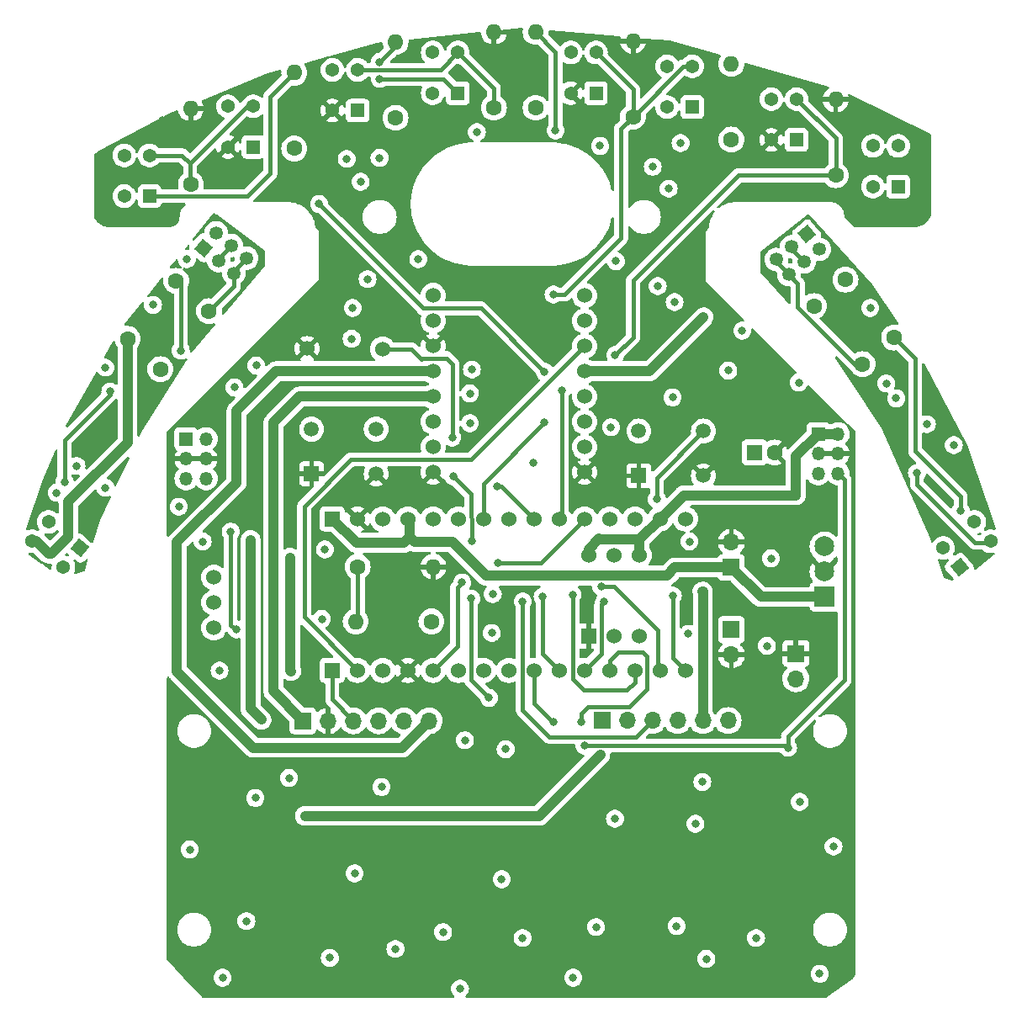
<source format=gbl>
%TF.GenerationSoftware,KiCad,Pcbnew,7.0.1*%
%TF.CreationDate,2023-05-16T11:07:40+09:00*%
%TF.ProjectId,trace,74726163-652e-46b6-9963-61645f706362,rev?*%
%TF.SameCoordinates,Original*%
%TF.FileFunction,Copper,L4,Bot*%
%TF.FilePolarity,Positive*%
%FSLAX46Y46*%
G04 Gerber Fmt 4.6, Leading zero omitted, Abs format (unit mm)*
G04 Created by KiCad (PCBNEW 7.0.1) date 2023-05-16 11:07:40*
%MOMM*%
%LPD*%
G01*
G04 APERTURE LIST*
G04 Aperture macros list*
%AMHorizOval*
0 Thick line with rounded ends*
0 $1 width*
0 $2 $3 position (X,Y) of the first rounded end (center of the circle)*
0 $4 $5 position (X,Y) of the second rounded end (center of the circle)*
0 Add line between two ends*
20,1,$1,$2,$3,$4,$5,0*
0 Add two circle primitives to create the rounded ends*
1,1,$1,$2,$3*
1,1,$1,$4,$5*%
%AMRotRect*
0 Rectangle, with rotation*
0 The origin of the aperture is its center*
0 $1 length*
0 $2 width*
0 $3 Rotation angle, in degrees counterclockwise*
0 Add horizontal line*
21,1,$1,$2,0,0,$3*%
G04 Aperture macros list end*
%TA.AperFunction,ComponentPad*%
%ADD10C,1.600000*%
%TD*%
%TA.AperFunction,ComponentPad*%
%ADD11O,1.600000X1.600000*%
%TD*%
%TA.AperFunction,ComponentPad*%
%ADD12R,1.368000X1.368000*%
%TD*%
%TA.AperFunction,ComponentPad*%
%ADD13C,1.368000*%
%TD*%
%TA.AperFunction,ComponentPad*%
%ADD14R,1.700000X1.700000*%
%TD*%
%TA.AperFunction,ComponentPad*%
%ADD15O,1.700000X1.700000*%
%TD*%
%TA.AperFunction,ComponentPad*%
%ADD16R,1.530000X1.530000*%
%TD*%
%TA.AperFunction,ComponentPad*%
%ADD17C,1.530000*%
%TD*%
%TA.AperFunction,ComponentPad*%
%ADD18C,1.524000*%
%TD*%
%TA.AperFunction,ComponentPad*%
%ADD19RotRect,1.350000X1.350000X310.000000*%
%TD*%
%TA.AperFunction,ComponentPad*%
%ADD20HorizOval,1.350000X0.000000X0.000000X0.000000X0.000000X0*%
%TD*%
%TA.AperFunction,ComponentPad*%
%ADD21R,1.508000X1.508000*%
%TD*%
%TA.AperFunction,ComponentPad*%
%ADD22C,1.508000*%
%TD*%
%TA.AperFunction,ComponentPad*%
%ADD23R,1.524000X1.524000*%
%TD*%
%TA.AperFunction,ComponentPad*%
%ADD24R,1.350000X1.350000*%
%TD*%
%TA.AperFunction,ComponentPad*%
%ADD25O,1.350000X1.350000*%
%TD*%
%TA.AperFunction,ComponentPad*%
%ADD26HorizOval,1.600000X0.000000X0.000000X0.000000X0.000000X0*%
%TD*%
%TA.AperFunction,ComponentPad*%
%ADD27RotRect,1.350000X1.350000X50.000000*%
%TD*%
%TA.AperFunction,ComponentPad*%
%ADD28HorizOval,1.350000X0.000000X0.000000X0.000000X0.000000X0*%
%TD*%
%TA.AperFunction,ComponentPad*%
%ADD29RotRect,1.368000X1.368000X130.000000*%
%TD*%
%TA.AperFunction,ComponentPad*%
%ADD30R,1.600000X1.600000*%
%TD*%
%TA.AperFunction,ComponentPad*%
%ADD31HorizOval,1.600000X0.000000X0.000000X0.000000X0.000000X0*%
%TD*%
%TA.AperFunction,ComponentPad*%
%ADD32RotRect,1.368000X1.368000X230.000000*%
%TD*%
%TA.AperFunction,ComponentPad*%
%ADD33R,1.995000X1.995000*%
%TD*%
%TA.AperFunction,ComponentPad*%
%ADD34C,1.995000*%
%TD*%
%TA.AperFunction,ViaPad*%
%ADD35C,0.800000*%
%TD*%
%TA.AperFunction,Conductor*%
%ADD36C,1.000000*%
%TD*%
%TA.AperFunction,Conductor*%
%ADD37C,0.400000*%
%TD*%
G04 APERTURE END LIST*
D10*
%TO.P,R3,1*%
%TO.N,+3.3V*%
X122417500Y-60162500D03*
D11*
%TO.P,R3,2*%
%TO.N,Net-(R3-Pad2)*%
X122417500Y-52542500D03*
%TD*%
D12*
%TO.P,U9,1*%
%TO.N,Net-(U8-Pad4)*%
X162787500Y-62392500D03*
D13*
%TO.P,U9,2*%
%TO.N,RRS*%
X162787500Y-58292500D03*
%TO.P,U9,3*%
%TO.N,+3.3V*%
X160247500Y-58292500D03*
%TO.P,U9,4*%
%TO.N,GND*%
X160247500Y-62392500D03*
%TD*%
D14*
%TO.P,C2,1*%
%TO.N,+5V*%
X156217500Y-105417500D03*
D15*
%TO.P,C2,2*%
%TO.N,GND*%
X156217500Y-102877500D03*
%TD*%
D10*
%TO.P,R2,1*%
%TO.N,LLS*%
X101817500Y-66852500D03*
D11*
%TO.P,R2,2*%
%TO.N,GND*%
X101817500Y-59232500D03*
%TD*%
D10*
%TO.P,R7,1*%
%TO.N,+3.3V*%
X156217500Y-62352500D03*
D11*
%TO.P,R7,2*%
%TO.N,Net-(R7-Pad2)*%
X156217500Y-54732500D03*
%TD*%
D16*
%TO.P,U1,3_1,PA9*%
%TO.N,LHallA*%
X116037500Y-115762500D03*
D17*
%TO.P,U1,3_2,PA10*%
%TO.N,AIN1*%
X118577500Y-115762500D03*
%TO.P,U1,3_3,NRST_1*%
%TO.N,unconnected-(U1A-NRST_1-Pad3_3)*%
X121117500Y-115762500D03*
%TO.P,U1,3_4,GND_1*%
%TO.N,GND*%
X123657500Y-115762500D03*
%TO.P,U1,3_5,PA12*%
%TO.N,Net-(U13-IN)*%
X126197500Y-115762500D03*
%TO.P,U1,3_6,PB0*%
%TO.N,MRS*%
X128737500Y-115762500D03*
%TO.P,U1,3_7,PB7*%
%TO.N,SDA*%
X131277500Y-115762500D03*
%TO.P,U1,3_8,PB6*%
%TO.N,SCL*%
X133817500Y-115762500D03*
%TO.P,U1,3_9,PB1*%
%TO.N,MLS*%
X136357500Y-115762500D03*
%TO.P,U1,3_10,PF0*%
%TO.N,Net-(U1A-PF0)*%
X138897500Y-115762500D03*
%TO.P,U1,3_11,PF1*%
%TO.N,Net-(U1A-PF1)*%
X141437500Y-115762500D03*
%TO.P,U1,3_12,PA8*%
%TO.N,LHallB*%
X143977500Y-115762500D03*
%TO.P,U1,3_13,PA11*%
%TO.N,AIN2*%
X146517500Y-115762500D03*
%TO.P,U1,3_14,PB5*%
%TO.N,BIN2*%
X149057500Y-115762500D03*
%TO.P,U1,3_15,PB4*%
%TO.N,BIN1*%
X151597500Y-115762500D03*
D16*
%TO.P,U1,4_1,VIN*%
%TO.N,+5V*%
X116037500Y-100522500D03*
D17*
%TO.P,U1,4_2,GND_2*%
%TO.N,GND*%
X118577500Y-100522500D03*
%TO.P,U1,4_3,NRST_2*%
%TO.N,unconnected-(U1B-NRST_2-Pad4_3)*%
X121117500Y-100522500D03*
%TO.P,U1,4_4,+5V*%
%TO.N,+5V*%
X123657500Y-100522500D03*
%TO.P,U1,4_5,PA2*%
%TO.N,RHallB*%
X126197500Y-100522500D03*
%TO.P,U1,4_6,PA7*%
%TO.N,BSEN*%
X128737500Y-100522500D03*
%TO.P,U1,4_7,PA6*%
%TO.N,RRS*%
X131277500Y-100522500D03*
%TO.P,U1,4_8,PA5*%
%TO.N,FRS*%
X133817500Y-100522500D03*
%TO.P,U1,4_9,PA4*%
%TO.N,FLS*%
X136357500Y-100522500D03*
%TO.P,U1,4_10,PA3*%
%TO.N,LLS*%
X138897500Y-100522500D03*
%TO.P,U1,4_11,PA1*%
%TO.N,RHallA*%
X141437500Y-100522500D03*
%TO.P,U1,4_12,PA0*%
%TO.N,unconnected-(U1B-PA0-Pad4_12)*%
X143977500Y-100522500D03*
%TO.P,U1,4_13,AREF*%
%TO.N,unconnected-(U1B-AREF-Pad4_13)*%
X146517500Y-100522500D03*
%TO.P,U1,4_14,+3V3*%
%TO.N,+3.3V*%
X149057500Y-100522500D03*
%TO.P,U1,4_15,PB3*%
%TO.N,unconnected-(U1B-PB3-Pad4_15)*%
X151597500Y-100522500D03*
%TD*%
D14*
%TO.P,J1,1,Pin_1*%
%TO.N,Net-(J1-Pin_1)*%
X113097500Y-120842500D03*
D15*
%TO.P,J1,2,Pin_2*%
%TO.N,GND*%
X115637500Y-120842500D03*
%TO.P,J1,3,Pin_3*%
%TO.N,LHallA*%
X118177500Y-120842500D03*
%TO.P,J1,4,Pin_4*%
%TO.N,LHallB*%
X120717500Y-120842500D03*
%TO.P,J1,5,Pin_5*%
%TO.N,+3.3V*%
X123257500Y-120842500D03*
%TO.P,J1,6,Pin_6*%
%TO.N,Net-(J1-Pin_6)*%
X125797500Y-120842500D03*
%TD*%
D18*
%TO.P,U14,1,GND*%
%TO.N,GND*%
X126197500Y-95832500D03*
%TO.P,U14,2,BO1*%
%TO.N,Net-(J7-Pin_1)*%
X126197500Y-93292500D03*
%TO.P,U14,3,BO2*%
%TO.N,Net-(J7-Pin_6)*%
X126197500Y-90752500D03*
%TO.P,U14,4,AO2*%
%TO.N,Net-(J1-Pin_1)*%
X126197500Y-88212500D03*
%TO.P,U14,5,AO1*%
%TO.N,Net-(J1-Pin_6)*%
X126197500Y-85672500D03*
%TO.P,U14,6,GND*%
%TO.N,GND*%
X126197500Y-83132500D03*
%TO.P,U14,7,NC*%
%TO.N,unconnected-(U14-NC-Pad7)*%
X126197500Y-80592500D03*
%TO.P,U14,8,VM*%
%TO.N,VDD*%
X126197500Y-78052500D03*
%TO.P,U14,9,NC*%
%TO.N,unconnected-(U14-NC-Pad9)*%
X141437500Y-78052500D03*
%TO.P,U14,10,AIN2*%
%TO.N,AIN2*%
X141437500Y-80592500D03*
%TO.P,U14,11,AIN1*%
%TO.N,AIN1*%
X141437500Y-83132500D03*
%TO.P,U14,12,STBY*%
%TO.N,+3.3V*%
X141437500Y-85672500D03*
%TO.P,U14,13,BIN1*%
%TO.N,BIN1*%
X141437500Y-88212500D03*
%TO.P,U14,14,BIN2*%
%TO.N,BIN2*%
X141437500Y-90752500D03*
%TO.P,U14,15,NC*%
%TO.N,unconnected-(U14-NC-Pad15)*%
X141437500Y-93292500D03*
%TO.P,U14,16,GND*%
%TO.N,GND*%
X141437500Y-95832500D03*
%TD*%
D10*
%TO.P,R10,1*%
%TO.N,VCC*%
X126027500Y-110842500D03*
D11*
%TO.P,R10,2*%
%TO.N,BSEN*%
X118407500Y-110842500D03*
%TD*%
D19*
%TO.P,J2,1,Pin_1*%
%TO.N,Net-(J2-Pin_1)*%
X163797802Y-71852881D03*
D20*
%TO.P,J2,2,Pin_2*%
X165083377Y-73384970D03*
%TO.P,J2,3,Pin_3*%
%TO.N,Net-(J2-Pin_3)*%
X162265713Y-73138456D03*
%TO.P,J2,4,Pin_4*%
X163551288Y-74670545D03*
%TO.P,J2,5,Pin_5*%
%TO.N,Net-(J2-Pin_5)*%
X160733624Y-74424031D03*
%TO.P,J2,6,Pin_6*%
X162019199Y-75956120D03*
%TD*%
D21*
%TO.P,S2,1*%
%TO.N,GND*%
X146903000Y-96192500D03*
D22*
%TO.P,S2,2*%
X153403000Y-96192500D03*
%TO.P,S2,3*%
%TO.N,unconnected-(S2-Pad3)*%
X146903000Y-91692500D03*
%TO.P,S2,4*%
%TO.N,Net-(U1A-PF1)*%
X153403000Y-91692500D03*
%TD*%
D10*
%TO.P,R5,1*%
%TO.N,+3.3V*%
X136517500Y-59152500D03*
D11*
%TO.P,R5,2*%
%TO.N,Net-(R5-Pad2)*%
X136517500Y-51532500D03*
%TD*%
D10*
%TO.P,R4,1*%
%TO.N,FLS*%
X132317500Y-59152500D03*
D11*
%TO.P,R4,2*%
%TO.N,GND*%
X132317500Y-51532500D03*
%TD*%
D18*
%TO.P,U12,1,VCC*%
%TO.N,+3.3V*%
X141877500Y-104192500D03*
%TO.P,U12,2,VCCIO*%
%TO.N,unconnected-(U12-VCCIO-Pad2)*%
X144417500Y-104192500D03*
%TO.P,U12,3,3v3*%
%TO.N,+3.3V*%
X146957500Y-104192500D03*
D23*
%TO.P,U12,4,GND*%
%TO.N,GND*%
X141877500Y-112292500D03*
D18*
%TO.P,U12,5,SDA*%
%TO.N,SDA*%
X144417500Y-112292500D03*
%TO.P,U12,6,SCL*%
%TO.N,SCL*%
X146957500Y-112292500D03*
%TD*%
D24*
%TO.P,J4,1,Pin_1*%
%TO.N,+3.3V*%
X164956500Y-91970500D03*
D25*
%TO.P,J4,2,Pin_2*%
X166956500Y-91970500D03*
%TO.P,J4,3,Pin_3*%
%TO.N,GND*%
X164956500Y-93970500D03*
%TO.P,J4,4,Pin_4*%
X166956500Y-93970500D03*
%TO.P,J4,5,Pin_5*%
%TO.N,MLS*%
X164956500Y-95970500D03*
%TO.P,J4,6,Pin_6*%
X166956500Y-95970500D03*
%TD*%
D10*
%TO.P,R14,1*%
%TO.N,Net-(R14-Pad1)*%
X164523480Y-79113871D03*
D26*
%TO.P,R14,2*%
%TO.N,Net-(J2-Pin_5)*%
X169421522Y-84951130D03*
%TD*%
D24*
%TO.P,J5,1,Pin_1*%
%TO.N,+3.3V*%
X101329500Y-92478500D03*
D25*
%TO.P,J5,2,Pin_2*%
X103329500Y-92478500D03*
%TO.P,J5,3,Pin_3*%
%TO.N,GND*%
X101329500Y-94478500D03*
%TO.P,J5,4,Pin_4*%
X103329500Y-94478500D03*
%TO.P,J5,5,Pin_5*%
%TO.N,MRS*%
X101329500Y-96478500D03*
%TO.P,J5,6,Pin_6*%
X103329500Y-96478500D03*
%TD*%
D14*
%TO.P,J7,1,Pin_1*%
%TO.N,Net-(J7-Pin_1)*%
X143192500Y-120817500D03*
D15*
%TO.P,J7,2,Pin_2*%
%TO.N,GND*%
X145732500Y-120817500D03*
%TO.P,J7,3,Pin_3*%
%TO.N,RHallA*%
X148272500Y-120817500D03*
%TO.P,J7,4,Pin_4*%
%TO.N,RHallB*%
X150812500Y-120817500D03*
%TO.P,J7,5,Pin_5*%
%TO.N,+3.3V*%
X153352500Y-120817500D03*
%TO.P,J7,6,Pin_6*%
%TO.N,Net-(J7-Pin_6)*%
X155892500Y-120817500D03*
%TD*%
D27*
%TO.P,J3,1,Pin_1*%
%TO.N,Net-(J3-Pin_1)*%
X103075624Y-73257969D03*
D28*
%TO.P,J3,2,Pin_2*%
X104361199Y-71725880D03*
%TO.P,J3,3,Pin_3*%
%TO.N,Net-(J3-Pin_3)*%
X104607713Y-74543544D03*
%TO.P,J3,4,Pin_4*%
X105893288Y-73011455D03*
%TO.P,J3,5,Pin_5*%
%TO.N,Net-(J3-Pin_5)*%
X106139802Y-75829119D03*
%TO.P,J3,6,Pin_6*%
X107425377Y-74297031D03*
%TD*%
D14*
%TO.P,C1,1*%
%TO.N,VCC*%
X156217500Y-111667500D03*
D15*
%TO.P,C1,2*%
%TO.N,GND*%
X156217500Y-114207500D03*
%TD*%
D29*
%TO.P,U11,1*%
%TO.N,Net-(R13-Pad2)*%
X179172449Y-105405091D03*
D13*
%TO.P,U11,2*%
%TO.N,Net-(R14-Pad1)*%
X182313231Y-102769662D03*
%TO.P,U11,3*%
%TO.N,Net-(J2-Pin_1)*%
X180680551Y-100823909D03*
%TO.P,U11,4*%
%TO.N,Net-(J2-Pin_3)*%
X177539769Y-103459338D03*
%TD*%
D12*
%TO.P,U8,1*%
%TO.N,Net-(R7-Pad2)*%
X173004291Y-67092500D03*
D13*
%TO.P,U8,2*%
%TO.N,RRS*%
X173004291Y-62992500D03*
%TO.P,U8,3*%
%TO.N,+3.3V*%
X170464291Y-62992500D03*
%TO.P,U8,4*%
%TO.N,Net-(U8-Pad4)*%
X170464291Y-67092500D03*
%TD*%
D18*
%TO.P,SW1,1,A*%
%TO.N,VCC*%
X104117500Y-106402500D03*
%TO.P,SW1,2,B*%
%TO.N,VDD*%
X104117500Y-108942500D03*
%TO.P,SW1,3,C*%
%TO.N,unconnected-(SW1-C-Pad3)*%
X104117500Y-111482500D03*
%TD*%
D10*
%TO.P,R6,1*%
%TO.N,FRS*%
X146317500Y-60052500D03*
D11*
%TO.P,R6,2*%
%TO.N,GND*%
X146317500Y-52432500D03*
%TD*%
D30*
%TO.P,C3,1*%
%TO.N,VDD*%
X158562388Y-93842500D03*
D10*
%TO.P,C3,2*%
%TO.N,GND*%
X160562388Y-93842500D03*
%TD*%
%TO.P,R12,1*%
%TO.N,Net-(R12-Pad1)*%
X98737480Y-85459130D03*
D31*
%TO.P,R12,2*%
%TO.N,Net-(J3-Pin_5)*%
X103635522Y-79621871D03*
%TD*%
D10*
%TO.P,R9,1*%
%TO.N,Net-(J3-Pin_1)*%
X95435480Y-82411130D03*
D31*
%TO.P,R9,2*%
%TO.N,Net-(R9-Pad2)*%
X100333522Y-76573871D03*
%TD*%
D12*
%TO.P,U4,1*%
%TO.N,Net-(R3-Pad2)*%
X128687500Y-57692500D03*
D13*
%TO.P,U4,2*%
%TO.N,FLS*%
X128687500Y-53592500D03*
%TO.P,U4,3*%
%TO.N,+3.3V*%
X126147500Y-53592500D03*
%TO.P,U4,4*%
%TO.N,Net-(U4-Pad4)*%
X126147500Y-57692500D03*
%TD*%
D18*
%TO.P,U13,1,IN*%
%TO.N,Net-(U13-IN)*%
X121117500Y-83442500D03*
%TO.P,U13,2,OUT*%
%TO.N,GND*%
X113517500Y-83392500D03*
%TD*%
D14*
%TO.P,J6,1,Pin_1*%
%TO.N,GND*%
X162717500Y-114067500D03*
D15*
%TO.P,J6,2,Pin_2*%
%TO.N,VDD*%
X162717500Y-116607500D03*
%TD*%
D32*
%TO.P,U10,1*%
%TO.N,Net-(R9-Pad2)*%
X90619231Y-103459338D03*
D13*
%TO.P,U10,2*%
%TO.N,Net-(R12-Pad1)*%
X87478449Y-100823909D03*
%TO.P,U10,3*%
%TO.N,Net-(J3-Pin_1)*%
X85845769Y-102769662D03*
%TO.P,U10,4*%
%TO.N,Net-(J3-Pin_3)*%
X88986551Y-105405091D03*
%TD*%
D12*
%TO.P,U5,1*%
%TO.N,Net-(U4-Pad4)*%
X118600710Y-59442500D03*
D13*
%TO.P,U5,2*%
%TO.N,FLS*%
X118600710Y-55342500D03*
%TO.P,U5,3*%
%TO.N,+3.3V*%
X116060710Y-55342500D03*
%TO.P,U5,4*%
%TO.N,GND*%
X116060710Y-59442500D03*
%TD*%
D21*
%TO.P,S1,1*%
%TO.N,GND*%
X113967500Y-95992500D03*
D22*
%TO.P,S1,2*%
X120467500Y-95992500D03*
%TO.P,S1,3*%
%TO.N,unconnected-(S1-Pad3)*%
X113967500Y-91492500D03*
%TO.P,S1,4*%
%TO.N,Net-(U1A-PF0)*%
X120467500Y-91492500D03*
%TD*%
D10*
%TO.P,R1,1*%
%TO.N,+3.3V*%
X112217500Y-63252500D03*
D11*
%TO.P,R1,2*%
%TO.N,Net-(R1-Pad2)*%
X112217500Y-55632500D03*
%TD*%
D10*
%TO.P,R8,1*%
%TO.N,RRS*%
X166717500Y-65952500D03*
D11*
%TO.P,R8,2*%
%TO.N,GND*%
X166717500Y-58332500D03*
%TD*%
D12*
%TO.P,U7,1*%
%TO.N,Net-(U6-Pad4)*%
X142587500Y-57692500D03*
D13*
%TO.P,U7,2*%
%TO.N,FRS*%
X142587500Y-53592500D03*
%TO.P,U7,3*%
%TO.N,+3.3V*%
X140047500Y-53592500D03*
%TO.P,U7,4*%
%TO.N,GND*%
X140047500Y-57692500D03*
%TD*%
D10*
%TO.P,R13,1*%
%TO.N,Net-(J2-Pin_1)*%
X167698480Y-76446871D03*
D26*
%TO.P,R13,2*%
%TO.N,Net-(R13-Pad2)*%
X172596522Y-82284130D03*
%TD*%
D12*
%TO.P,U2,1*%
%TO.N,Net-(R1-Pad2)*%
X97657500Y-68042500D03*
D13*
%TO.P,U2,2*%
%TO.N,LLS*%
X97657500Y-63942500D03*
%TO.P,U2,3*%
%TO.N,+3.3V*%
X95117500Y-63942500D03*
%TO.P,U2,4*%
%TO.N,Net-(U2-Pad4)*%
X95117500Y-68042500D03*
%TD*%
D10*
%TO.P,R11,1*%
%TO.N,BSEN*%
X118607500Y-105342500D03*
D11*
%TO.P,R11,2*%
%TO.N,GND*%
X126227500Y-105342500D03*
%TD*%
D12*
%TO.P,U6,1*%
%TO.N,Net-(R5-Pad2)*%
X152287500Y-59092500D03*
D13*
%TO.P,U6,2*%
%TO.N,FRS*%
X152287500Y-54992500D03*
%TO.P,U6,3*%
%TO.N,+3.3V*%
X149747500Y-54992500D03*
%TO.P,U6,4*%
%TO.N,Net-(U6-Pad4)*%
X149747500Y-59092500D03*
%TD*%
D33*
%TO.P,\u4E09\u7AEF\u5B501,1,Pin_1*%
%TO.N,+5V*%
X165592500Y-108382500D03*
D34*
%TO.P,\u4E09\u7AEF\u5B501,2,Pin_2*%
%TO.N,GND*%
X165592500Y-105842500D03*
%TO.P,\u4E09\u7AEF\u5B501,3,Pin_3*%
%TO.N,VCC*%
X165592500Y-103302500D03*
%TD*%
D12*
%TO.P,U3,1*%
%TO.N,Net-(U2-Pad4)*%
X108087500Y-63092500D03*
D13*
%TO.P,U3,2*%
%TO.N,LLS*%
X108087500Y-58992500D03*
%TO.P,U3,3*%
%TO.N,+3.3V*%
X105547500Y-58992500D03*
%TO.P,U3,4*%
%TO.N,GND*%
X105547500Y-63092500D03*
%TD*%
D35*
%TO.N,*%
X150300000Y-88300000D03*
X119600000Y-76400000D03*
X105000000Y-146700000D03*
X107400000Y-141000000D03*
X115800000Y-144700000D03*
X150700000Y-141500000D03*
X140300000Y-146700000D03*
X117500000Y-64300000D03*
X158700000Y-142700000D03*
X118100000Y-79300000D03*
X163100000Y-129000000D03*
X165100000Y-146300000D03*
X108300000Y-128600000D03*
X155900000Y-85600000D03*
X148300000Y-65100000D03*
X153700000Y-144800000D03*
X100600000Y-99300000D03*
X101700000Y-133800000D03*
X136300000Y-94900000D03*
X104700000Y-115800000D03*
X142600000Y-141600000D03*
X111700000Y-126600000D03*
X132100000Y-112000000D03*
X108400000Y-85100000D03*
X172800000Y-88400000D03*
X148800000Y-77100000D03*
X166500000Y-133500000D03*
X106200000Y-87300000D03*
X122400000Y-143800000D03*
X88300000Y-97900000D03*
X144600000Y-74600000D03*
X132200000Y-108100000D03*
X101400000Y-74400000D03*
X149900000Y-67300000D03*
X178600000Y-93100000D03*
X151100000Y-62700000D03*
X135200000Y-142700000D03*
X171800000Y-86900000D03*
X144500000Y-130700000D03*
X129900000Y-87900000D03*
X150500000Y-78700000D03*
X133500000Y-123700000D03*
X128900000Y-147800000D03*
X144100000Y-91300000D03*
X152600000Y-131200000D03*
X160200000Y-104500000D03*
X120800000Y-64200000D03*
X163000000Y-86800000D03*
X121000000Y-127500000D03*
X170200000Y-79300000D03*
X151900000Y-112100000D03*
X93200000Y-97400000D03*
X133100000Y-136800000D03*
X153300000Y-127000000D03*
X130100000Y-85500000D03*
X118300000Y-136200000D03*
X115300000Y-103600000D03*
X129900000Y-90900000D03*
X159800000Y-113300000D03*
X130600000Y-61600000D03*
X118000000Y-82400000D03*
X118900000Y-66600000D03*
X93200000Y-85300000D03*
X127200000Y-142100000D03*
X90300000Y-95200000D03*
X152000000Y-102800000D03*
X115000000Y-110600000D03*
X103000000Y-102800000D03*
X129400000Y-122800000D03*
X175900000Y-91000000D03*
X98000000Y-79000000D03*
X157300000Y-81600000D03*
X124700000Y-74400000D03*
X143000000Y-63000000D03*
%TO.N,+3.3V*%
X153317500Y-107842500D03*
X155717500Y-98242500D03*
X153417500Y-80242500D03*
%TO.N,LLS*%
X137417500Y-85742500D03*
X139117500Y-87642500D03*
X114717500Y-68842500D03*
%TO.N,GND*%
X123100000Y-97700000D03*
X159000000Y-118900000D03*
X110900000Y-120900000D03*
X141700000Y-108500000D03*
X157000000Y-100300000D03*
X144500000Y-94900000D03*
X132600000Y-77500000D03*
X149500000Y-103700000D03*
X151600000Y-107100000D03*
X98900000Y-60400000D03*
X113700000Y-115400000D03*
X174900000Y-68700000D03*
X158600000Y-88900000D03*
X156700000Y-57400000D03*
X165500000Y-98900000D03*
%TO.N,Net-(R3-Pad2)*%
X120817500Y-56242500D03*
X120817500Y-54542500D03*
%TO.N,FLS*%
X132617500Y-97242500D03*
%TO.N,Net-(R5-Pad2)*%
X138517500Y-61442500D03*
%TO.N,FRS*%
X138317500Y-77942500D03*
%TO.N,RRS*%
X144517500Y-84042500D03*
X144517500Y-84042500D03*
X137417500Y-90842500D03*
%TO.N,Net-(R9-Pad2)*%
X100800000Y-83600000D03*
%TO.N,Net-(R13-Pad2)*%
X179300000Y-99700000D03*
%TO.N,Net-(R14-Pad1)*%
X174900000Y-95900000D03*
%TO.N,Net-(J3-Pin_3)*%
X89100000Y-96800000D03*
X93700000Y-87700000D03*
%TO.N,MLS*%
X161917500Y-123542500D03*
X138317500Y-120942500D03*
X141417500Y-123342500D03*
%TO.N,MRS*%
X106417500Y-111642500D03*
X105817500Y-101800000D03*
%TO.N,Net-(U1A-PF0)*%
X137217500Y-108342500D03*
%TO.N,Net-(U1A-PF1)*%
X148717500Y-98542500D03*
X143417500Y-108842500D03*
%TO.N,Net-(U13-IN)*%
X129117500Y-106942500D03*
X128217500Y-96242500D03*
X130117500Y-102742500D03*
X128117500Y-92342500D03*
%TO.N,BIN2*%
X143117500Y-107342500D03*
%TO.N,BIN1*%
X150317500Y-108242500D03*
%TO.N,AIN2*%
X140217500Y-108142500D03*
%TO.N,Net-(J7-Pin_6)*%
X108917500Y-120742500D03*
X107817500Y-102642500D03*
%TO.N,Net-(J7-Pin_1)*%
X111917500Y-115842500D03*
X111817500Y-104442500D03*
X143017500Y-124242500D03*
X113300000Y-130400000D03*
%TO.N,RHallA*%
X135217500Y-108842500D03*
X132717500Y-104942500D03*
%TO.N,RHallB*%
X130017500Y-108542500D03*
X131817500Y-118542500D03*
%TO.N,LHallB*%
X141117500Y-120942500D03*
%TD*%
D36*
%TO.N,+3.3V*%
X147987500Y-85672500D02*
X153417500Y-80242500D01*
X146957500Y-104192500D02*
X146957500Y-102622500D01*
X164956500Y-91970500D02*
X166956500Y-91970500D01*
X151437500Y-98142500D02*
X162717500Y-98142500D01*
X153352500Y-107877500D02*
X153317500Y-107842500D01*
X142917500Y-102542500D02*
X142997500Y-102622500D01*
X162717500Y-98142500D02*
X162717500Y-94209500D01*
X142997500Y-102622500D02*
X146957500Y-102622500D01*
X162717500Y-94209500D02*
X164956500Y-91970500D01*
X149057500Y-100522500D02*
X151437500Y-98142500D01*
X141437500Y-85672500D02*
X147987500Y-85672500D01*
X141877500Y-103582500D02*
X142917500Y-102542500D01*
X141877500Y-104192500D02*
X141877500Y-103582500D01*
X146957500Y-102622500D02*
X149057500Y-100522500D01*
X153352500Y-120817500D02*
X153352500Y-107877500D01*
D37*
%TO.N,Net-(R1-Pad2)*%
X109817500Y-58032500D02*
X112217500Y-55632500D01*
X97657500Y-68042500D02*
X107517500Y-68042500D01*
X109817500Y-65742500D02*
X109817500Y-58032500D01*
X107517500Y-68042500D02*
X109817500Y-65742500D01*
%TO.N,LLS*%
X100917500Y-63942500D02*
X101717500Y-64742500D01*
X97657500Y-63942500D02*
X100917500Y-63942500D01*
X139117500Y-87642500D02*
X139117500Y-100302500D01*
X139117500Y-100302500D02*
X138897500Y-100522500D01*
X107467500Y-58992500D02*
X101717500Y-64742500D01*
X114717500Y-68842500D02*
X125217500Y-79342500D01*
X128217500Y-79342500D02*
X131017500Y-79342500D01*
X125217500Y-79342500D02*
X128217500Y-79342500D01*
X101717500Y-66752500D02*
X101817500Y-66852500D01*
X101717500Y-64742500D02*
X101717500Y-66752500D01*
X131017500Y-79342500D02*
X137417500Y-85742500D01*
X108087500Y-58992500D02*
X107467500Y-58992500D01*
%TO.N,Net-(R3-Pad2)*%
X122417500Y-52942500D02*
X120817500Y-54542500D01*
X120817500Y-56242500D02*
X127237500Y-56242500D01*
X127237500Y-56242500D02*
X128687500Y-57692500D01*
X122417500Y-52542500D02*
X122417500Y-52942500D01*
%TO.N,FLS*%
X126937500Y-55342500D02*
X118600710Y-55342500D01*
X132617500Y-97242500D02*
X133077500Y-97242500D01*
X132317500Y-59152500D02*
X132317500Y-57222500D01*
X132317500Y-57222500D02*
X128687500Y-53592500D01*
X128687500Y-53592500D02*
X126937500Y-55342500D01*
X133077500Y-97242500D02*
X136357500Y-100522500D01*
%TO.N,Net-(R5-Pad2)*%
X138517500Y-53532500D02*
X138517500Y-61442500D01*
X136517500Y-51532500D02*
X138517500Y-53532500D01*
%TO.N,FRS*%
X145117500Y-72242500D02*
X145117500Y-61252500D01*
X146317500Y-57322500D02*
X142587500Y-53592500D01*
X146317500Y-60052500D02*
X146317500Y-57322500D01*
X145117500Y-61252500D02*
X146317500Y-60052500D01*
X138317500Y-77942500D02*
X139417500Y-77942500D01*
X146317500Y-60052500D02*
X151377500Y-54992500D01*
X139417500Y-77942500D02*
X145117500Y-72242500D01*
X151377500Y-54992500D02*
X152287500Y-54992500D01*
%TO.N,RRS*%
X166717500Y-62222500D02*
X166717500Y-65952500D01*
X156907500Y-65952500D02*
X146317500Y-76542500D01*
X131277500Y-96982500D02*
X131277500Y-100522500D01*
X166717500Y-65952500D02*
X156907500Y-65952500D01*
X146317500Y-76542500D02*
X146317500Y-82242500D01*
X146317500Y-82242500D02*
X144517500Y-84042500D01*
X162787500Y-58292500D02*
X166717500Y-62222500D01*
X137417500Y-90842500D02*
X131277500Y-96982500D01*
%TO.N,BSEN*%
X118607500Y-105342500D02*
X118607500Y-110642500D01*
X118607500Y-110642500D02*
X118407500Y-110842500D01*
D36*
%TO.N,Net-(J3-Pin_1)*%
X95435480Y-82411130D02*
X95435480Y-92864520D01*
X86269662Y-102769662D02*
X85845769Y-102769662D01*
X89500000Y-98800000D02*
X89500000Y-102300000D01*
X95435480Y-92864520D02*
X89500000Y-98800000D01*
X87500000Y-104000000D02*
X86269662Y-102769662D01*
X89500000Y-102300000D02*
X87800000Y-104000000D01*
X87800000Y-104000000D02*
X87500000Y-104000000D01*
D37*
%TO.N,Net-(R9-Pad2)*%
X100800000Y-83600000D02*
X100800000Y-83400000D01*
X100800000Y-77040349D02*
X100800000Y-83600000D01*
X100333522Y-76573871D02*
X100800000Y-77040349D01*
%TO.N,Net-(J3-Pin_5)*%
X103635522Y-79621871D02*
X106139802Y-77117591D01*
X106139802Y-75829119D02*
X106139802Y-75582606D01*
X106139802Y-75582606D02*
X107425377Y-74297031D01*
X106139802Y-77117591D02*
X106139802Y-75829119D01*
%TO.N,Net-(R13-Pad2)*%
X179300000Y-98300000D02*
X179300000Y-99700000D01*
X172596522Y-82284130D02*
X174700000Y-84387608D01*
X174700000Y-93700000D02*
X179300000Y-98300000D01*
X174700000Y-84387608D02*
X174700000Y-93700000D01*
%TO.N,Net-(R14-Pad1)*%
X174900000Y-95900000D02*
X174900000Y-97100000D01*
X174900000Y-97100000D02*
X180700000Y-102900000D01*
X182313231Y-102769662D02*
X182182893Y-102900000D01*
X182182893Y-102900000D02*
X180700000Y-102900000D01*
%TO.N,Net-(J2-Pin_5)*%
X160733624Y-74424031D02*
X160733624Y-74670545D01*
X162900000Y-79200000D02*
X168651130Y-84951130D01*
X160733624Y-74670545D02*
X162019199Y-75956120D01*
X162019199Y-75956120D02*
X162900000Y-76836921D01*
X168651130Y-84951130D02*
X169421522Y-84951130D01*
X162900000Y-76836921D02*
X162900000Y-79200000D01*
%TO.N,Net-(J3-Pin_3)*%
X93700000Y-87700000D02*
X93700000Y-88000000D01*
X104607713Y-74543544D02*
X104607713Y-74297030D01*
X104607713Y-74297030D02*
X105893288Y-73011455D01*
X89100000Y-92600000D02*
X89100000Y-96800000D01*
X93700000Y-88000000D02*
X89100000Y-92600000D01*
%TO.N,Net-(J2-Pin_3)*%
X162265713Y-73384970D02*
X163551288Y-74670545D01*
X162265713Y-73138456D02*
X162265713Y-73384970D01*
%TO.N,MLS*%
X141417500Y-123342500D02*
X161717500Y-123342500D01*
X138117500Y-120842500D02*
X138317500Y-120942500D01*
X161917500Y-122382500D02*
X161917500Y-123542500D01*
X161717500Y-123342500D02*
X161917500Y-123542500D01*
X138317500Y-120942500D02*
X138217500Y-120842500D01*
X167600000Y-96614000D02*
X167600000Y-116700000D01*
X167600000Y-116700000D02*
X161917500Y-122382500D01*
X136357500Y-115762500D02*
X136357500Y-119082500D01*
X136357500Y-119082500D02*
X138117500Y-120842500D01*
X166956500Y-95970500D02*
X167600000Y-96614000D01*
%TO.N,MRS*%
X106417500Y-111642500D02*
X106117500Y-111542500D01*
X105817500Y-111242500D02*
X106417500Y-111642500D01*
X105817500Y-101800000D02*
X105817500Y-111242500D01*
D36*
%TO.N,+5V*%
X159182500Y-108382500D02*
X156217500Y-105417500D01*
X165592500Y-108382500D02*
X159182500Y-108382500D01*
X118457500Y-102942500D02*
X116037500Y-100522500D01*
X131517500Y-106242500D02*
X128117500Y-102842500D01*
X123217500Y-102942500D02*
X118457500Y-102942500D01*
X123817500Y-100682500D02*
X123657500Y-100522500D01*
X156217500Y-105417500D02*
X150542500Y-105417500D01*
X123817500Y-102342500D02*
X123817500Y-100682500D01*
X150542500Y-105417500D02*
X149717500Y-106242500D01*
X124317500Y-102842500D02*
X123817500Y-102342500D01*
X123817500Y-102342500D02*
X123217500Y-102942500D01*
X149717500Y-106242500D02*
X131517500Y-106242500D01*
X128117500Y-102842500D02*
X124317500Y-102842500D01*
D37*
%TO.N,Net-(U1A-PF0)*%
X137217500Y-108342500D02*
X137217500Y-114082500D01*
X137217500Y-114082500D02*
X138897500Y-115762500D01*
%TO.N,Net-(U1A-PF1)*%
X143117500Y-109142500D02*
X143117500Y-114082500D01*
X148717500Y-96378000D02*
X148717500Y-98542500D01*
X148717500Y-98542500D02*
X148717500Y-98442500D01*
X143117500Y-114082500D02*
X141437500Y-115762500D01*
X143117500Y-109142500D02*
X143417500Y-108842500D01*
X153403000Y-91692500D02*
X148717500Y-96378000D01*
%TO.N,Net-(U13-IN)*%
X128117500Y-84942500D02*
X128117500Y-92342500D01*
X130017500Y-98042500D02*
X130117500Y-102742500D01*
X121117500Y-83442500D02*
X124017500Y-83442500D01*
X124867500Y-84292500D02*
X124917500Y-84342500D01*
X124017500Y-83442500D02*
X124867500Y-84292500D01*
X127517500Y-84342500D02*
X128117500Y-84942500D01*
X130117500Y-102742500D02*
X130017500Y-102742500D01*
X128217500Y-96242500D02*
X130017500Y-98042500D01*
X124867500Y-84292500D02*
X125017500Y-84442500D01*
X124917500Y-84342500D02*
X127517500Y-84342500D01*
X128617500Y-113342500D02*
X126197500Y-115762500D01*
X128617500Y-107442500D02*
X128617500Y-113342500D01*
X129117500Y-106942500D02*
X128617500Y-107442500D01*
%TO.N,BIN2*%
X148817500Y-111742500D02*
X148817500Y-115522500D01*
X141437500Y-90752500D02*
X141527500Y-90752500D01*
X143117500Y-107342500D02*
X144417500Y-107342500D01*
X144417500Y-107342500D02*
X148817500Y-111742500D01*
X148817500Y-115522500D02*
X149057500Y-115762500D01*
%TO.N,BIN1*%
X150317500Y-108242500D02*
X150317500Y-114482500D01*
X150317500Y-114482500D02*
X151597500Y-115762500D01*
%TO.N,AIN1*%
X113217500Y-110402500D02*
X113217500Y-99242500D01*
X113217500Y-99242500D02*
X117917500Y-94542500D01*
X130027500Y-94542500D02*
X141437500Y-83132500D01*
X118577500Y-115762500D02*
X113217500Y-110402500D01*
X117917500Y-94542500D02*
X130027500Y-94542500D01*
%TO.N,AIN2*%
X145717500Y-117742500D02*
X146517500Y-116942500D01*
X146517500Y-116942500D02*
X146517500Y-115762500D01*
X140217500Y-116642500D02*
X141317500Y-117742500D01*
X140217500Y-108142500D02*
X140217500Y-116642500D01*
X141317500Y-117742500D02*
X145717500Y-117742500D01*
D36*
%TO.N,Net-(J1-Pin_6)*%
X108117500Y-123542500D02*
X123097500Y-123542500D01*
X126197500Y-85672500D02*
X110387500Y-85672500D01*
X100417500Y-115842500D02*
X108117500Y-123542500D01*
X123097500Y-123542500D02*
X125797500Y-120842500D01*
X106417500Y-96882500D02*
X100417500Y-102882500D01*
X110387500Y-85672500D02*
X106417500Y-89642500D01*
X106417500Y-89642500D02*
X106417500Y-96882500D01*
X100417500Y-102882500D02*
X100417500Y-115842500D01*
%TO.N,Net-(J1-Pin_1)*%
X110117500Y-90842500D02*
X112747500Y-88212500D01*
X110117500Y-117862500D02*
X110117500Y-90842500D01*
X112747500Y-88212500D02*
X126197500Y-88212500D01*
X113097500Y-120842500D02*
X110117500Y-117862500D01*
%TO.N,Net-(J7-Pin_6)*%
X107817500Y-102642500D02*
X107817500Y-119642500D01*
X107817500Y-119642500D02*
X108917500Y-120742500D01*
%TO.N,Net-(J7-Pin_1)*%
X111828904Y-115753904D02*
X111917500Y-115842500D01*
X111917500Y-115842500D02*
X111817500Y-115742500D01*
X136860000Y-130400000D02*
X113300000Y-130400000D01*
X143017500Y-124242500D02*
X136860000Y-130400000D01*
X111817500Y-104442500D02*
X111828904Y-104453904D01*
X111828904Y-104453904D02*
X111828904Y-115753904D01*
D37*
%TO.N,RHallA*%
X137017500Y-104942500D02*
X132717500Y-104942500D01*
X135217500Y-119742500D02*
X137917500Y-122442500D01*
X148272500Y-120817500D02*
X146647500Y-122442500D01*
X135217500Y-108842500D02*
X135217500Y-119742500D01*
X141437500Y-100522500D02*
X137017500Y-104942500D01*
X146647500Y-122442500D02*
X137917500Y-122442500D01*
%TO.N,RHallB*%
X130017500Y-116742500D02*
X131817500Y-118542500D01*
X130017500Y-108542500D02*
X130017500Y-116742500D01*
%TO.N,LHallB*%
X147717500Y-114342500D02*
X147717500Y-117642500D01*
X147717500Y-117642500D02*
X145917500Y-119442500D01*
X145917500Y-119442500D02*
X141817500Y-119442500D01*
X143977500Y-115762500D02*
X143977500Y-114782500D01*
X144817500Y-113942500D02*
X147317500Y-113942500D01*
X143977500Y-114782500D02*
X144817500Y-113942500D01*
X141817500Y-119442500D02*
X141117500Y-120142500D01*
X141117500Y-120142500D02*
X141117500Y-120942500D01*
X147317500Y-113942500D02*
X147717500Y-114342500D01*
%TO.N,LHallA*%
X116037500Y-118702500D02*
X118177500Y-120842500D01*
X116037500Y-115762500D02*
X116037500Y-118702500D01*
%TD*%
%TA.AperFunction,NonConductor*%
G36*
X101642584Y-72992843D02*
G01*
X101675610Y-73053114D01*
X101671466Y-73121715D01*
X101628928Y-73241536D01*
X101621099Y-73382382D01*
X101602309Y-73441432D01*
X101557292Y-73484016D01*
X101497290Y-73499500D01*
X101318396Y-73499500D01*
X101252384Y-73480468D01*
X101206634Y-73429215D01*
X101195192Y-73361474D01*
X101221566Y-73298042D01*
X101457787Y-73002766D01*
X101513907Y-72963102D01*
X101582534Y-72959416D01*
X101642584Y-72992843D01*
G37*
%TD.AperFunction*%
%TA.AperFunction,NonConductor*%
G36*
X106154809Y-74171654D02*
G01*
X106204413Y-74199283D01*
X106236502Y-74246125D01*
X106242030Y-74285753D01*
X106243781Y-74285591D01*
X106255572Y-74412846D01*
X106248731Y-74466397D01*
X106219783Y-74511966D01*
X106114452Y-74617299D01*
X106074223Y-74644180D01*
X106041998Y-74650589D01*
X106042170Y-74651508D01*
X106030877Y-74653619D01*
X106030876Y-74653619D01*
X106020091Y-74655634D01*
X105934997Y-74671541D01*
X105878273Y-74668917D01*
X105828667Y-74641282D01*
X105796581Y-74594431D01*
X105791061Y-74554822D01*
X105789309Y-74554985D01*
X105767757Y-74322396D01*
X105780228Y-74255683D01*
X105825950Y-74205528D01*
X105891228Y-74186955D01*
X106002212Y-74186955D01*
X106002214Y-74186955D01*
X106098093Y-74169032D01*
X106154809Y-74171654D01*
G37*
%TD.AperFunction*%
%TA.AperFunction,NonConductor*%
G36*
X100446573Y-74434923D02*
G01*
X100488743Y-74474797D01*
X100508150Y-74529494D01*
X100514326Y-74588257D01*
X100572820Y-74768284D01*
X100667466Y-74932216D01*
X100794127Y-75072887D01*
X100859116Y-75120104D01*
X100901038Y-75173570D01*
X100908493Y-75241101D01*
X100879244Y-75302425D01*
X100822070Y-75339130D01*
X100754136Y-75340197D01*
X100560211Y-75288235D01*
X100333522Y-75268402D01*
X100106832Y-75288235D01*
X99887021Y-75347133D01*
X99881238Y-75349830D01*
X99816450Y-75360825D01*
X99755141Y-75337168D01*
X99714530Y-75285503D01*
X99706024Y-75220341D01*
X99732007Y-75159990D01*
X100288008Y-74464988D01*
X100333856Y-74429418D01*
X100390877Y-74418605D01*
X100446573Y-74434923D01*
G37*
%TD.AperFunction*%
%TA.AperFunction,NonConductor*%
G36*
X104194592Y-69763061D02*
G01*
X104396966Y-69897977D01*
X104402898Y-69902188D01*
X107467309Y-72216131D01*
X109250723Y-73562791D01*
X109286999Y-73606474D01*
X109300000Y-73661748D01*
X109300000Y-74954793D01*
X109292499Y-74997265D01*
X109270905Y-75034599D01*
X105138776Y-79948482D01*
X105088210Y-79984478D01*
X105026535Y-79991458D01*
X104969204Y-79967675D01*
X104930581Y-79919087D01*
X104920343Y-79857869D01*
X104940990Y-79621870D01*
X104920703Y-79389986D01*
X104927709Y-79336769D01*
X104956548Y-79291500D01*
X106617533Y-77630515D01*
X106622952Y-77625414D01*
X106667985Y-77585520D01*
X106702179Y-77535980D01*
X106706572Y-77530010D01*
X106743680Y-77482647D01*
X106747837Y-77473409D01*
X106758863Y-77453859D01*
X106764620Y-77445521D01*
X106785954Y-77389265D01*
X106788796Y-77382402D01*
X106813497Y-77327522D01*
X106815324Y-77317547D01*
X106821351Y-77295930D01*
X106824942Y-77286463D01*
X106832189Y-77226770D01*
X106833316Y-77219368D01*
X106844160Y-77160197D01*
X106840528Y-77100157D01*
X106840302Y-77092670D01*
X106840302Y-76835924D01*
X106850868Y-76785838D01*
X106880764Y-76744287D01*
X107012228Y-76624442D01*
X107012229Y-76624441D01*
X107143514Y-76450591D01*
X107240619Y-76255578D01*
X107240620Y-76255576D01*
X107300237Y-76046044D01*
X107316033Y-75875573D01*
X107320338Y-75829119D01*
X107300237Y-75612196D01*
X107299846Y-75607972D01*
X107312317Y-75541259D01*
X107358039Y-75491104D01*
X107423317Y-75472531D01*
X107534301Y-75472531D01*
X107534303Y-75472531D01*
X107748446Y-75432501D01*
X107904497Y-75372046D01*
X107951585Y-75353804D01*
X107951587Y-75353803D01*
X108136809Y-75239119D01*
X108297804Y-75092353D01*
X108429089Y-74918503D01*
X108526194Y-74723490D01*
X108526609Y-74722032D01*
X108585812Y-74513956D01*
X108596489Y-74398730D01*
X108605913Y-74297031D01*
X108590184Y-74127291D01*
X108585812Y-74080105D01*
X108526195Y-73870573D01*
X108429089Y-73675559D01*
X108297803Y-73501707D01*
X108136809Y-73354943D01*
X107951585Y-73240257D01*
X107748450Y-73161562D01*
X107748447Y-73161561D01*
X107748446Y-73161561D01*
X107534303Y-73121531D01*
X107316451Y-73121531D01*
X107297780Y-73125021D01*
X107220572Y-73139453D01*
X107163848Y-73136829D01*
X107114242Y-73109194D01*
X107082156Y-73062345D01*
X107076636Y-73022733D01*
X107074884Y-73022896D01*
X107053723Y-72794529D01*
X106994106Y-72584997D01*
X106897000Y-72389983D01*
X106765714Y-72216131D01*
X106604720Y-72069367D01*
X106419496Y-71954681D01*
X106216361Y-71875986D01*
X106216358Y-71875985D01*
X106216357Y-71875985D01*
X106002214Y-71835955D01*
X105784362Y-71835955D01*
X105765691Y-71839445D01*
X105688483Y-71853877D01*
X105631759Y-71851253D01*
X105582153Y-71823618D01*
X105550067Y-71776767D01*
X105544547Y-71737158D01*
X105542795Y-71737321D01*
X105521634Y-71508954D01*
X105462017Y-71299422D01*
X105364911Y-71104408D01*
X105233625Y-70930556D01*
X105072631Y-70783792D01*
X104887407Y-70669106D01*
X104684272Y-70590411D01*
X104684269Y-70590410D01*
X104684268Y-70590410D01*
X104470125Y-70550380D01*
X104252273Y-70550380D01*
X104038130Y-70590410D01*
X104038125Y-70590411D01*
X103834990Y-70669106D01*
X103649766Y-70783792D01*
X103488772Y-70930556D01*
X103357486Y-71104408D01*
X103260380Y-71299422D01*
X103200764Y-71508954D01*
X103183363Y-71696736D01*
X103161973Y-71755689D01*
X103114472Y-71796636D01*
X103053011Y-71809102D01*
X102948356Y-71803285D01*
X102948355Y-71803285D01*
X102808225Y-71836104D01*
X102683019Y-71907074D01*
X102639791Y-71948620D01*
X102186158Y-72489240D01*
X102134033Y-72525890D01*
X102070589Y-72531814D01*
X102012580Y-72505449D01*
X101975323Y-72453756D01*
X101968656Y-72390386D01*
X101994339Y-72332075D01*
X104028982Y-69788771D01*
X104077365Y-69752090D01*
X104137363Y-69742775D01*
X104194592Y-69763061D01*
G37*
%TD.AperFunction*%
%TA.AperFunction,NonConductor*%
G36*
X102508618Y-74316700D02*
G01*
X102873780Y-74623107D01*
X102923564Y-74656515D01*
X103059192Y-74704665D01*
X103202892Y-74712653D01*
X103304085Y-74688953D01*
X103366369Y-74690441D01*
X103420069Y-74722032D01*
X103451626Y-74775752D01*
X103506894Y-74970001D01*
X103604000Y-75165015D01*
X103735286Y-75338867D01*
X103837999Y-75432501D01*
X103896281Y-75485632D01*
X103904061Y-75490449D01*
X104081504Y-75600317D01*
X104179240Y-75638180D01*
X104284644Y-75679014D01*
X104498787Y-75719044D01*
X104716637Y-75719044D01*
X104716639Y-75719044D01*
X104812518Y-75701121D01*
X104869235Y-75703743D01*
X104918839Y-75731372D01*
X104950927Y-75778215D01*
X104956454Y-75817840D01*
X104958206Y-75817678D01*
X104979366Y-76046044D01*
X105038983Y-76255576D01*
X105136089Y-76450590D01*
X105267375Y-76624442D01*
X105367530Y-76715744D01*
X105402722Y-76771614D01*
X105404247Y-76837626D01*
X105371673Y-76895062D01*
X103965892Y-78300842D01*
X103920622Y-78329683D01*
X103867404Y-78336689D01*
X103635522Y-78316402D01*
X103408832Y-78336235D01*
X103189024Y-78395132D01*
X102982786Y-78491303D01*
X102796381Y-78621824D01*
X102635475Y-78782730D01*
X102504954Y-78969135D01*
X102408783Y-79175373D01*
X102349886Y-79395181D01*
X102330053Y-79621871D01*
X102349886Y-79848560D01*
X102408783Y-80068368D01*
X102504954Y-80274606D01*
X102635475Y-80461011D01*
X102796381Y-80621917D01*
X102982786Y-80752438D01*
X102982787Y-80752438D01*
X102982788Y-80752439D01*
X103189026Y-80848610D01*
X103408830Y-80907506D01*
X103635522Y-80927339D01*
X103862214Y-80907506D01*
X104082018Y-80848610D01*
X104082024Y-80848606D01*
X104088477Y-80846878D01*
X104150594Y-80846343D01*
X104205177Y-80876001D01*
X104238526Y-80928410D01*
X104242273Y-80990416D01*
X104215476Y-81046459D01*
X101914188Y-83783126D01*
X101863218Y-83819276D01*
X101801090Y-83825978D01*
X101743583Y-83801532D01*
X101705300Y-83752144D01*
X101695962Y-83690362D01*
X101705460Y-83600000D01*
X101685674Y-83411744D01*
X101627179Y-83231716D01*
X101627179Y-83231715D01*
X101532533Y-83067783D01*
X101532350Y-83067580D01*
X101508736Y-83029045D01*
X101500500Y-82984608D01*
X101500500Y-77176014D01*
X101512118Y-77123609D01*
X101523054Y-77100157D01*
X101560261Y-77020367D01*
X101619157Y-76800563D01*
X101638990Y-76573871D01*
X101619157Y-76347179D01*
X101560261Y-76127375D01*
X101464090Y-75921137D01*
X101399658Y-75829118D01*
X101333568Y-75734730D01*
X101172662Y-75573824D01*
X101062185Y-75496469D01*
X101053587Y-75490448D01*
X101011082Y-75438518D01*
X101001858Y-75372046D01*
X101028617Y-75310503D01*
X101083523Y-75271915D01*
X101150492Y-75267584D01*
X101305352Y-75300500D01*
X101305354Y-75300500D01*
X101494646Y-75300500D01*
X101494648Y-75300500D01*
X101629129Y-75271915D01*
X101679803Y-75261144D01*
X101852730Y-75184151D01*
X101897249Y-75151806D01*
X102005870Y-75072889D01*
X102132533Y-74932216D01*
X102227179Y-74768284D01*
X102229719Y-74760467D01*
X102285674Y-74588256D01*
X102305460Y-74400000D01*
X102305459Y-74399997D01*
X102305593Y-74398730D01*
X102329883Y-74337066D01*
X102382463Y-74296720D01*
X102448312Y-74289218D01*
X102508618Y-74316700D01*
G37*
%TD.AperFunction*%
%TA.AperFunction,NonConductor*%
G36*
X94096799Y-82639635D02*
G01*
X94144949Y-82672416D01*
X94172819Y-82723565D01*
X94208741Y-82857627D01*
X94290150Y-83032208D01*
X94304912Y-83063864D01*
X94377047Y-83166885D01*
X94412555Y-83217595D01*
X94429241Y-83251431D01*
X94434980Y-83288718D01*
X94434980Y-86877551D01*
X94416707Y-86942341D01*
X94367275Y-86988036D01*
X94301251Y-87001169D01*
X94238095Y-86977869D01*
X94152730Y-86915848D01*
X93979802Y-86838855D01*
X93794648Y-86799500D01*
X93794646Y-86799500D01*
X93605354Y-86799500D01*
X93605352Y-86799500D01*
X93420197Y-86838855D01*
X93247269Y-86915848D01*
X93094129Y-87027110D01*
X92967466Y-87167783D01*
X92872820Y-87331715D01*
X92814326Y-87511742D01*
X92805717Y-87593651D01*
X92794540Y-87700000D01*
X92804275Y-87792628D01*
X92808787Y-87835552D01*
X92802353Y-87889905D01*
X92773147Y-87936194D01*
X89439784Y-91269556D01*
X89389680Y-91300044D01*
X89331170Y-91304095D01*
X89277342Y-91280804D01*
X89240240Y-91235380D01*
X89228164Y-91177986D01*
X89243814Y-91121465D01*
X92222288Y-85782690D01*
X92267391Y-85736412D01*
X92329660Y-85719111D01*
X92392176Y-85735493D01*
X92437959Y-85781108D01*
X92467466Y-85832215D01*
X92594129Y-85972889D01*
X92747269Y-86084151D01*
X92920197Y-86161144D01*
X93105352Y-86200500D01*
X93105354Y-86200500D01*
X93294646Y-86200500D01*
X93294648Y-86200500D01*
X93418083Y-86174262D01*
X93479803Y-86161144D01*
X93652730Y-86084151D01*
X93805871Y-85972888D01*
X93932533Y-85832216D01*
X94027179Y-85668284D01*
X94085674Y-85488256D01*
X94105460Y-85300000D01*
X94085674Y-85111744D01*
X94027179Y-84931716D01*
X94027179Y-84931715D01*
X93932533Y-84767783D01*
X93805870Y-84627110D01*
X93652730Y-84515848D01*
X93479802Y-84438855D01*
X93294648Y-84399500D01*
X93294646Y-84399500D01*
X93205133Y-84399500D01*
X93143528Y-84383115D01*
X93098205Y-84338288D01*
X93081141Y-84276868D01*
X93096843Y-84215090D01*
X93944759Y-82695241D01*
X93984289Y-82652466D01*
X94038994Y-82632458D01*
X94096799Y-82639635D01*
G37*
%TD.AperFunction*%
%TA.AperFunction,NonConductor*%
G36*
X98994941Y-76272212D02*
G01*
X99034288Y-76320972D01*
X99044774Y-76382744D01*
X99028053Y-76573870D01*
X99047886Y-76800560D01*
X99106783Y-77020368D01*
X99202954Y-77226606D01*
X99333475Y-77413011D01*
X99494381Y-77573917D01*
X99680786Y-77704438D01*
X99680787Y-77704438D01*
X99680788Y-77704439D01*
X99887026Y-77800610D01*
X99998894Y-77830585D01*
X100007594Y-77832916D01*
X100055206Y-77857702D01*
X100087882Y-77900286D01*
X100099500Y-77952691D01*
X100099500Y-82984608D01*
X100091264Y-83029045D01*
X100067650Y-83067580D01*
X100067466Y-83067783D01*
X99972820Y-83231715D01*
X99914326Y-83411742D01*
X99894540Y-83600000D01*
X99914326Y-83788257D01*
X99972820Y-83968284D01*
X100067466Y-84132216D01*
X100194129Y-84272889D01*
X100347269Y-84384151D01*
X100520197Y-84461144D01*
X100705352Y-84500500D01*
X100705354Y-84500500D01*
X100894646Y-84500500D01*
X100894648Y-84500500D01*
X101018083Y-84474262D01*
X101079803Y-84461144D01*
X101156239Y-84427112D01*
X101264636Y-84378851D01*
X101266428Y-84382876D01*
X101305488Y-84368354D01*
X101371938Y-84381657D01*
X101421470Y-84427909D01*
X101439290Y-84493292D01*
X101420075Y-84558280D01*
X96899996Y-91700005D01*
X96672120Y-92182887D01*
X96628942Y-92233022D01*
X96566128Y-92253814D01*
X96501565Y-92239345D01*
X96453633Y-92193734D01*
X96435980Y-92129967D01*
X96435980Y-85459130D01*
X97432011Y-85459130D01*
X97451844Y-85685819D01*
X97510741Y-85905627D01*
X97606912Y-86111865D01*
X97737433Y-86298270D01*
X97898339Y-86459176D01*
X98084744Y-86589697D01*
X98084745Y-86589697D01*
X98084746Y-86589698D01*
X98290984Y-86685869D01*
X98510788Y-86744765D01*
X98661915Y-86757986D01*
X98737479Y-86764598D01*
X98737479Y-86764597D01*
X98737480Y-86764598D01*
X98964172Y-86744765D01*
X99183976Y-86685869D01*
X99390214Y-86589698D01*
X99576619Y-86459177D01*
X99737527Y-86298269D01*
X99868048Y-86111864D01*
X99964219Y-85905626D01*
X100023115Y-85685822D01*
X100042948Y-85459130D01*
X100023115Y-85232438D01*
X99964219Y-85012634D01*
X99868048Y-84806396D01*
X99867666Y-84805851D01*
X99737526Y-84619989D01*
X99576620Y-84459083D01*
X99390215Y-84328562D01*
X99183977Y-84232391D01*
X98964169Y-84173494D01*
X98737480Y-84153661D01*
X98510790Y-84173494D01*
X98290982Y-84232391D01*
X98084744Y-84328562D01*
X97898339Y-84459083D01*
X97737433Y-84619989D01*
X97606912Y-84806394D01*
X97510741Y-85012632D01*
X97451844Y-85232440D01*
X97432011Y-85459130D01*
X96435980Y-85459130D01*
X96435980Y-83288718D01*
X96441719Y-83251431D01*
X96458405Y-83217595D01*
X96566048Y-83063864D01*
X96662219Y-82857626D01*
X96721115Y-82637822D01*
X96740948Y-82411130D01*
X96721115Y-82184438D01*
X96662219Y-81964634D01*
X96566048Y-81758396D01*
X96435527Y-81571991D01*
X96435526Y-81571989D01*
X96274620Y-81411083D01*
X96088215Y-81280562D01*
X95881977Y-81184391D01*
X95662169Y-81125494D01*
X95435479Y-81105661D01*
X95229479Y-81123684D01*
X95172759Y-81115343D01*
X95125853Y-81082379D01*
X95098788Y-81031840D01*
X95097349Y-80974528D01*
X95121842Y-80922696D01*
X96897067Y-78703666D01*
X96952552Y-78664225D01*
X97020501Y-78660020D01*
X97080430Y-78692322D01*
X97114272Y-78751394D01*
X97112581Y-78798455D01*
X97115689Y-78798782D01*
X97114326Y-78811741D01*
X97114326Y-78811744D01*
X97097784Y-78969135D01*
X97094540Y-79000000D01*
X97114326Y-79188257D01*
X97172820Y-79368284D01*
X97267466Y-79532216D01*
X97394129Y-79672889D01*
X97547269Y-79784151D01*
X97720197Y-79861144D01*
X97905352Y-79900500D01*
X97905354Y-79900500D01*
X98094646Y-79900500D01*
X98094648Y-79900500D01*
X98218083Y-79874262D01*
X98279803Y-79861144D01*
X98452730Y-79784151D01*
X98605871Y-79672888D01*
X98732533Y-79532216D01*
X98827179Y-79368284D01*
X98885674Y-79188256D01*
X98905460Y-79000000D01*
X98885674Y-78811744D01*
X98827179Y-78631716D01*
X98827179Y-78631715D01*
X98732533Y-78467783D01*
X98605870Y-78327110D01*
X98452730Y-78215848D01*
X98279802Y-78138855D01*
X98094648Y-78099500D01*
X98094646Y-78099500D01*
X97905354Y-78099500D01*
X97905352Y-78099500D01*
X97720199Y-78138854D01*
X97609255Y-78188250D01*
X97544714Y-78198165D01*
X97484084Y-78173917D01*
X97444180Y-78122231D01*
X97436066Y-78057439D01*
X97461990Y-77997512D01*
X98824422Y-76294471D01*
X98874650Y-76257025D01*
X98936778Y-76248914D01*
X98994941Y-76272212D01*
G37*
%TD.AperFunction*%
%TA.AperFunction,NonConductor*%
G36*
X94386269Y-88461712D02*
G01*
X94422137Y-88505284D01*
X94434980Y-88560239D01*
X94434980Y-92398737D01*
X94425541Y-92446190D01*
X94398661Y-92486418D01*
X91396733Y-95488345D01*
X91344892Y-95519372D01*
X91284542Y-95522218D01*
X91230011Y-95496208D01*
X91194244Y-95447516D01*
X91185731Y-95387706D01*
X91205460Y-95200000D01*
X91185674Y-95011744D01*
X91127179Y-94831716D01*
X91127179Y-94831715D01*
X91032533Y-94667783D01*
X90905870Y-94527110D01*
X90752730Y-94415848D01*
X90579802Y-94338855D01*
X90394648Y-94299500D01*
X90394646Y-94299500D01*
X90205354Y-94299500D01*
X90205352Y-94299500D01*
X90020201Y-94338854D01*
X90020196Y-94338856D01*
X90020197Y-94338856D01*
X89974935Y-94359008D01*
X89914771Y-94369346D01*
X89856965Y-94349723D01*
X89815527Y-94304896D01*
X89800500Y-94245728D01*
X89800500Y-92941519D01*
X89809939Y-92894066D01*
X89836819Y-92853838D01*
X90898962Y-91791695D01*
X94177731Y-88512924D01*
X94183151Y-88507822D01*
X94228183Y-88467929D01*
X94228183Y-88467928D01*
X94228755Y-88467422D01*
X94278406Y-88440594D01*
X94334805Y-88438549D01*
X94386269Y-88461712D01*
G37*
%TD.AperFunction*%
%TA.AperFunction,NonConductor*%
G36*
X89974935Y-96040991D02*
G01*
X90020197Y-96061144D01*
X90020200Y-96061144D01*
X90020201Y-96061145D01*
X90205352Y-96100500D01*
X90205354Y-96100500D01*
X90394646Y-96100500D01*
X90394647Y-96100500D01*
X90480365Y-96082280D01*
X90543227Y-96085244D01*
X90596538Y-96118686D01*
X90626567Y-96173992D01*
X90625578Y-96236916D01*
X90593827Y-96291251D01*
X90196859Y-96688219D01*
X90136543Y-96721481D01*
X90067783Y-96717424D01*
X90011796Y-96677302D01*
X89990128Y-96624000D01*
X89989701Y-96624139D01*
X89987774Y-96618210D01*
X89985858Y-96613495D01*
X89985674Y-96611744D01*
X89950295Y-96502860D01*
X89927179Y-96431715D01*
X89832533Y-96267783D01*
X89832350Y-96267580D01*
X89808736Y-96229045D01*
X89800500Y-96184608D01*
X89800500Y-96154272D01*
X89815527Y-96095104D01*
X89856965Y-96050277D01*
X89914771Y-96030654D01*
X89974935Y-96040991D01*
G37*
%TD.AperFunction*%
%TA.AperFunction,NonConductor*%
G36*
X95527926Y-94285770D02*
G01*
X95583921Y-94325170D01*
X95610470Y-94388280D01*
X95599480Y-94455860D01*
X94306087Y-97196623D01*
X94269244Y-97242224D01*
X94215569Y-97265803D01*
X94157062Y-97262090D01*
X94106799Y-97231914D01*
X94076016Y-97182021D01*
X94027179Y-97031715D01*
X93932533Y-96867783D01*
X93805870Y-96727110D01*
X93652730Y-96615848D01*
X93479802Y-96538855D01*
X93452698Y-96533094D01*
X93394307Y-96502860D01*
X93359584Y-96447022D01*
X93358293Y-96381281D01*
X93390795Y-96324125D01*
X95399664Y-94315256D01*
X95459557Y-94282093D01*
X95527926Y-94285770D01*
G37*
%TD.AperFunction*%
%TA.AperFunction,NonConductor*%
G36*
X88332333Y-93561743D02*
G01*
X88381385Y-93607420D01*
X88399500Y-93671952D01*
X88399500Y-96184608D01*
X88391264Y-96229045D01*
X88367650Y-96267580D01*
X88367466Y-96267783D01*
X88272820Y-96431715D01*
X88214326Y-96611742D01*
X88194540Y-96800000D01*
X88203615Y-96886351D01*
X88195265Y-96945763D01*
X88160000Y-96994301D01*
X88106076Y-97020601D01*
X88020196Y-97038855D01*
X87847269Y-97115848D01*
X87694129Y-97227110D01*
X87567466Y-97367783D01*
X87472820Y-97531715D01*
X87414326Y-97711742D01*
X87394540Y-97899999D01*
X87414326Y-98088257D01*
X87472820Y-98268284D01*
X87567466Y-98432216D01*
X87694129Y-98572889D01*
X87847269Y-98684151D01*
X88020197Y-98761144D01*
X88205352Y-98800500D01*
X88375500Y-98800500D01*
X88437500Y-98817113D01*
X88482887Y-98862500D01*
X88499500Y-98924500D01*
X88499500Y-99871064D01*
X88486500Y-99926336D01*
X88450227Y-99970018D01*
X88398285Y-99992953D01*
X88341566Y-99990330D01*
X88291962Y-99962701D01*
X88195330Y-99874609D01*
X88008689Y-99759045D01*
X87906339Y-99719394D01*
X87803992Y-99679745D01*
X87588209Y-99639409D01*
X87368689Y-99639409D01*
X87152905Y-99679745D01*
X87152906Y-99679745D01*
X86948208Y-99759045D01*
X86761567Y-99874609D01*
X86599342Y-100022496D01*
X86467051Y-100197678D01*
X86369201Y-100394186D01*
X86309128Y-100605323D01*
X86288874Y-100823909D01*
X86309128Y-101042494D01*
X86369201Y-101253631D01*
X86467052Y-101450142D01*
X86513898Y-101512176D01*
X86537908Y-101570907D01*
X86529723Y-101633825D01*
X86491486Y-101684458D01*
X86433209Y-101709549D01*
X86370151Y-101702529D01*
X86171312Y-101625498D01*
X85955529Y-101585162D01*
X85736009Y-101585162D01*
X85520226Y-101625498D01*
X85498732Y-101633825D01*
X85415453Y-101666087D01*
X85346655Y-101672114D01*
X85285303Y-101640405D01*
X85250428Y-101580795D01*
X85252848Y-101511778D01*
X86798304Y-96805162D01*
X86802139Y-96795008D01*
X86831239Y-96727110D01*
X88161526Y-93623105D01*
X88203597Y-93570928D01*
X88266676Y-93548266D01*
X88332333Y-93561743D01*
G37*
%TD.AperFunction*%
%TA.AperFunction,NonConductor*%
G36*
X88450227Y-101677800D02*
G01*
X88486500Y-101721482D01*
X88499500Y-101776754D01*
X88499500Y-101834217D01*
X88490061Y-101881670D01*
X88463181Y-101921898D01*
X87737680Y-102647398D01*
X87682093Y-102679492D01*
X87617905Y-102679492D01*
X87562318Y-102647398D01*
X87104085Y-102189165D01*
X87072500Y-102135418D01*
X87071060Y-102073094D01*
X87100129Y-102017946D01*
X87152360Y-101983912D01*
X87214546Y-101979595D01*
X87368689Y-102008409D01*
X87588207Y-102008409D01*
X87588209Y-102008409D01*
X87803992Y-101968073D01*
X88008688Y-101888773D01*
X88195328Y-101773210D01*
X88291961Y-101685117D01*
X88341566Y-101657488D01*
X88398285Y-101654865D01*
X88450227Y-101677800D01*
G37*
%TD.AperFunction*%
%TA.AperFunction,NonConductor*%
G36*
X92297073Y-97586323D02*
G01*
X92330833Y-97639060D01*
X92372821Y-97768285D01*
X92467466Y-97932216D01*
X92594129Y-98072889D01*
X92747269Y-98184151D01*
X92920197Y-98261144D01*
X93105352Y-98300500D01*
X93105354Y-98300500D01*
X93294646Y-98300500D01*
X93294648Y-98300500D01*
X93418083Y-98274262D01*
X93479803Y-98261144D01*
X93531932Y-98237934D01*
X93584778Y-98214406D01*
X93643545Y-98203965D01*
X93700382Y-98222190D01*
X93742119Y-98264858D01*
X93759087Y-98322082D01*
X93747354Y-98380605D01*
X92700002Y-100599994D01*
X92006887Y-102852613D01*
X91975549Y-102904326D01*
X91923481Y-102935071D01*
X91863064Y-102937536D01*
X91808664Y-102911136D01*
X91786748Y-102892746D01*
X90819966Y-102081521D01*
X90807409Y-102073094D01*
X90770183Y-102048112D01*
X90724972Y-102032062D01*
X90634554Y-101999962D01*
X90617616Y-101999020D01*
X90558568Y-101980231D01*
X90515984Y-101935214D01*
X90500500Y-101875212D01*
X90500500Y-99265783D01*
X90509939Y-99218330D01*
X90536819Y-99178102D01*
X90914421Y-98800500D01*
X92125223Y-97589696D01*
X92179243Y-97558035D01*
X92241849Y-97556805D01*
X92297073Y-97586323D01*
G37*
%TD.AperFunction*%
%TA.AperFunction,NonConductor*%
G36*
X89395900Y-103979097D02*
G01*
X89518658Y-104082102D01*
X89557040Y-104139258D01*
X89559019Y-104208077D01*
X89523986Y-104267344D01*
X89462739Y-104298789D01*
X89394160Y-104292719D01*
X89351079Y-104276030D01*
X89312094Y-104260927D01*
X89241627Y-104247754D01*
X89181941Y-104218463D01*
X89145964Y-104162547D01*
X89144045Y-104096085D01*
X89176734Y-104038186D01*
X89228514Y-103986406D01*
X89280631Y-103955296D01*
X89341270Y-103952649D01*
X89395900Y-103979097D01*
G37*
%TD.AperFunction*%
%TA.AperFunction,NonConductor*%
G36*
X85736009Y-103954162D02*
G01*
X85955523Y-103954162D01*
X85955529Y-103954162D01*
X85961807Y-103952988D01*
X86021270Y-103956424D01*
X86072274Y-103987195D01*
X86782449Y-104697370D01*
X86784642Y-104699619D01*
X86844941Y-104763053D01*
X86893358Y-104796752D01*
X86900868Y-104802415D01*
X86908276Y-104808455D01*
X86933275Y-104842654D01*
X86967690Y-104850719D01*
X86973549Y-104853779D01*
X86986980Y-104861915D01*
X87011951Y-104879295D01*
X87066163Y-104902559D01*
X87074663Y-104906595D01*
X87113150Y-104926700D01*
X87126951Y-104933909D01*
X87156196Y-104942277D01*
X87170986Y-104947543D01*
X87178464Y-104950752D01*
X87198942Y-104959540D01*
X87256737Y-104971416D01*
X87265854Y-104973654D01*
X87322582Y-104989887D01*
X87352916Y-104992196D01*
X87368453Y-104994374D01*
X87398259Y-105000500D01*
X87457243Y-105000500D01*
X87466657Y-105000858D01*
X87525477Y-105005337D01*
X87555652Y-105001493D01*
X87571318Y-105000500D01*
X87705952Y-105000500D01*
X87761224Y-105013500D01*
X87804906Y-105049773D01*
X87827841Y-105101715D01*
X87825218Y-105158434D01*
X87817230Y-105186505D01*
X87796976Y-105405091D01*
X87804562Y-105486960D01*
X87791324Y-105555187D01*
X87743457Y-105605576D01*
X87675999Y-105622296D01*
X87610141Y-105600097D01*
X86839336Y-105062327D01*
X86806043Y-105023632D01*
X86758968Y-105006256D01*
X85545511Y-104159658D01*
X85503147Y-104108319D01*
X85493434Y-104042470D01*
X85519169Y-103981085D01*
X85572938Y-103941852D01*
X85639242Y-103936073D01*
X85736009Y-103954162D01*
G37*
%TD.AperFunction*%
%TA.AperFunction,NonConductor*%
G36*
X91408240Y-104569031D02*
G01*
X91441844Y-104627170D01*
X91440213Y-104694302D01*
X91119083Y-105737979D01*
X91088665Y-105788773D01*
X91038163Y-105819675D01*
X90206533Y-106084284D01*
X90149166Y-106088535D01*
X90096054Y-106066441D01*
X90058626Y-106022758D01*
X90044938Y-105966885D01*
X90057935Y-105910850D01*
X90095797Y-105834815D01*
X90155871Y-105623675D01*
X90176126Y-105405091D01*
X90155871Y-105186507D01*
X90155871Y-105186505D01*
X90095798Y-104975368D01*
X90011373Y-104805821D01*
X89998812Y-104740122D01*
X90022205Y-104677458D01*
X90074744Y-104636061D01*
X90141142Y-104627978D01*
X90202077Y-104655558D01*
X90418496Y-104837155D01*
X90438708Y-104850719D01*
X90468278Y-104870563D01*
X90468279Y-104870563D01*
X90468280Y-104870564D01*
X90603908Y-104918714D01*
X90747609Y-104926701D01*
X90887739Y-104893882D01*
X91012946Y-104822911D01*
X91056172Y-104781367D01*
X91226710Y-104578127D01*
X91282187Y-104540298D01*
X91349254Y-104536936D01*
X91408240Y-104569031D01*
G37*
%TD.AperFunction*%
%TA.AperFunction,Conductor*%
%TO.N,GND*%
G36*
X154505417Y-69510805D02*
G01*
X154539824Y-69562325D01*
X154545012Y-69624060D01*
X154519686Y-69680600D01*
X154434153Y-69787762D01*
X154272975Y-70043999D01*
X154141483Y-70316664D01*
X154041329Y-70602329D01*
X154034859Y-70630588D01*
X153977210Y-70882391D01*
X153973770Y-70897415D01*
X153939656Y-71198193D01*
X153939648Y-71209085D01*
X153930191Y-71256485D01*
X153903330Y-71296669D01*
X153807911Y-71392087D01*
X153600000Y-71600000D01*
X153600000Y-71600001D01*
X153600000Y-76600000D01*
X157487819Y-80487819D01*
X157518069Y-80537182D01*
X157522611Y-80594898D01*
X157500456Y-80648385D01*
X157456433Y-80685985D01*
X157400138Y-80699500D01*
X157205352Y-80699500D01*
X157020197Y-80738855D01*
X156847269Y-80815848D01*
X156694129Y-80927110D01*
X156567466Y-81067783D01*
X156472820Y-81231715D01*
X156414326Y-81411742D01*
X156394540Y-81599999D01*
X156414326Y-81788257D01*
X156472820Y-81968284D01*
X156567466Y-82132216D01*
X156694129Y-82272889D01*
X156847269Y-82384151D01*
X157020197Y-82461144D01*
X157205352Y-82500500D01*
X157205354Y-82500500D01*
X157394646Y-82500500D01*
X157394648Y-82500500D01*
X157530263Y-82471674D01*
X157579803Y-82461144D01*
X157752730Y-82384151D01*
X157874889Y-82295398D01*
X157905870Y-82272889D01*
X158032533Y-82132216D01*
X158127179Y-81968284D01*
X158139813Y-81929401D01*
X158185674Y-81788256D01*
X158205460Y-81600000D01*
X158195723Y-81507363D01*
X158204236Y-81447554D01*
X158240003Y-81398863D01*
X158294534Y-81372852D01*
X158354884Y-81375698D01*
X158406725Y-81406725D01*
X162743917Y-85743917D01*
X162774658Y-85794827D01*
X162778160Y-85854195D01*
X162753616Y-85908365D01*
X162706672Y-85944877D01*
X162547269Y-86015848D01*
X162394129Y-86127110D01*
X162267466Y-86267783D01*
X162172820Y-86431715D01*
X162114326Y-86611742D01*
X162094540Y-86800000D01*
X162114326Y-86988257D01*
X162172820Y-87168284D01*
X162267466Y-87332216D01*
X162394129Y-87472889D01*
X162547269Y-87584151D01*
X162720197Y-87661144D01*
X162905352Y-87700500D01*
X162905354Y-87700500D01*
X163094646Y-87700500D01*
X163094648Y-87700500D01*
X163218084Y-87674262D01*
X163279803Y-87661144D01*
X163452730Y-87584151D01*
X163531209Y-87527133D01*
X163605870Y-87472889D01*
X163607394Y-87471197D01*
X163732533Y-87332216D01*
X163827179Y-87168284D01*
X163848301Y-87103276D01*
X163882060Y-87050539D01*
X163937284Y-87021020D01*
X163999890Y-87022249D01*
X164053913Y-87053913D01*
X167951646Y-90951646D01*
X167977919Y-90996750D01*
X168024173Y-91024173D01*
X168663681Y-91663681D01*
X168690561Y-91703909D01*
X168700000Y-91751362D01*
X168700000Y-146282208D01*
X168690561Y-146329661D01*
X168580002Y-146596571D01*
X168575430Y-146606375D01*
X168442404Y-146861914D01*
X168403227Y-146906449D01*
X165856924Y-148677792D01*
X165823218Y-148694318D01*
X165786112Y-148700000D01*
X129574911Y-148700000D01*
X129515173Y-148684662D01*
X129470214Y-148642442D01*
X129451156Y-148583785D01*
X129462713Y-148523202D01*
X129502027Y-148475681D01*
X129502618Y-148475251D01*
X129505871Y-148472888D01*
X129632533Y-148332216D01*
X129727179Y-148168284D01*
X129785674Y-147988256D01*
X129805460Y-147800000D01*
X129785674Y-147611744D01*
X129727179Y-147431716D01*
X129727179Y-147431715D01*
X129632533Y-147267783D01*
X129505870Y-147127110D01*
X129352730Y-147015848D01*
X129179802Y-146938855D01*
X128994648Y-146899500D01*
X128994646Y-146899500D01*
X128805354Y-146899500D01*
X128805352Y-146899500D01*
X128620197Y-146938855D01*
X128447269Y-147015848D01*
X128294129Y-147127110D01*
X128167466Y-147267783D01*
X128072820Y-147431715D01*
X128014326Y-147611742D01*
X127994540Y-147799999D01*
X128014326Y-147988257D01*
X128072820Y-148168284D01*
X128167466Y-148332216D01*
X128294128Y-148472887D01*
X128297973Y-148475681D01*
X128337287Y-148523202D01*
X128348844Y-148583785D01*
X128329786Y-148642442D01*
X128284827Y-148684662D01*
X128225089Y-148700000D01*
X103034610Y-148700000D01*
X102985464Y-148689845D01*
X102944368Y-148661043D01*
X102310341Y-147988257D01*
X101096300Y-146699999D01*
X104094540Y-146699999D01*
X104114326Y-146888257D01*
X104172820Y-147068284D01*
X104267466Y-147232216D01*
X104394129Y-147372889D01*
X104547269Y-147484151D01*
X104720197Y-147561144D01*
X104905352Y-147600500D01*
X104905354Y-147600500D01*
X105094646Y-147600500D01*
X105094648Y-147600500D01*
X105218084Y-147574262D01*
X105279803Y-147561144D01*
X105452730Y-147484151D01*
X105524902Y-147431715D01*
X105605870Y-147372889D01*
X105732533Y-147232216D01*
X105827179Y-147068284D01*
X105844216Y-147015849D01*
X105885674Y-146888256D01*
X105905460Y-146700000D01*
X139394540Y-146700000D01*
X139414326Y-146888257D01*
X139472820Y-147068284D01*
X139567466Y-147232216D01*
X139694129Y-147372889D01*
X139847269Y-147484151D01*
X140020197Y-147561144D01*
X140205352Y-147600500D01*
X140205354Y-147600500D01*
X140394646Y-147600500D01*
X140394648Y-147600500D01*
X140518084Y-147574262D01*
X140579803Y-147561144D01*
X140752730Y-147484151D01*
X140824902Y-147431715D01*
X140905870Y-147372889D01*
X141032533Y-147232216D01*
X141127179Y-147068284D01*
X141144216Y-147015849D01*
X141185674Y-146888256D01*
X141205460Y-146700000D01*
X141185674Y-146511744D01*
X141127179Y-146331716D01*
X141127179Y-146331715D01*
X141108868Y-146300000D01*
X164194540Y-146300000D01*
X164214326Y-146488257D01*
X164272820Y-146668284D01*
X164367466Y-146832216D01*
X164494129Y-146972889D01*
X164647269Y-147084151D01*
X164820197Y-147161144D01*
X165005352Y-147200500D01*
X165005354Y-147200500D01*
X165194646Y-147200500D01*
X165194648Y-147200500D01*
X165318083Y-147174262D01*
X165379803Y-147161144D01*
X165552730Y-147084151D01*
X165646740Y-147015849D01*
X165705870Y-146972889D01*
X165736515Y-146938855D01*
X165832533Y-146832216D01*
X165927179Y-146668284D01*
X165985674Y-146488256D01*
X166005460Y-146300000D01*
X165985674Y-146111744D01*
X165927179Y-145931716D01*
X165927179Y-145931715D01*
X165832533Y-145767783D01*
X165705870Y-145627110D01*
X165552730Y-145515848D01*
X165379802Y-145438855D01*
X165194648Y-145399500D01*
X165194646Y-145399500D01*
X165005354Y-145399500D01*
X165005352Y-145399500D01*
X164820197Y-145438855D01*
X164647269Y-145515848D01*
X164494129Y-145627110D01*
X164367466Y-145767783D01*
X164272820Y-145931715D01*
X164214326Y-146111742D01*
X164194540Y-146300000D01*
X141108868Y-146300000D01*
X141032533Y-146167783D01*
X140905870Y-146027110D01*
X140752730Y-145915848D01*
X140579802Y-145838855D01*
X140394648Y-145799500D01*
X140394646Y-145799500D01*
X140205354Y-145799500D01*
X140205352Y-145799500D01*
X140020197Y-145838855D01*
X139847269Y-145915848D01*
X139694129Y-146027110D01*
X139567466Y-146167783D01*
X139472820Y-146331715D01*
X139414326Y-146511742D01*
X139394540Y-146700000D01*
X105905460Y-146700000D01*
X105885674Y-146511744D01*
X105827179Y-146331716D01*
X105827179Y-146331715D01*
X105732533Y-146167783D01*
X105605870Y-146027110D01*
X105452730Y-145915848D01*
X105279802Y-145838855D01*
X105094648Y-145799500D01*
X105094646Y-145799500D01*
X104905354Y-145799500D01*
X104905352Y-145799500D01*
X104720197Y-145838855D01*
X104547269Y-145915848D01*
X104394129Y-146027110D01*
X104267466Y-146167783D01*
X104172820Y-146331715D01*
X104114326Y-146511742D01*
X104094540Y-146699999D01*
X101096300Y-146699999D01*
X99433757Y-144935821D01*
X99408748Y-144896528D01*
X99400000Y-144850779D01*
X99400000Y-144700000D01*
X114894540Y-144700000D01*
X114914326Y-144888257D01*
X114972820Y-145068284D01*
X115067466Y-145232216D01*
X115194129Y-145372889D01*
X115347269Y-145484151D01*
X115520197Y-145561144D01*
X115705352Y-145600500D01*
X115705354Y-145600500D01*
X115894646Y-145600500D01*
X115894648Y-145600500D01*
X116018083Y-145574262D01*
X116079803Y-145561144D01*
X116252730Y-145484151D01*
X116275032Y-145467948D01*
X116405870Y-145372889D01*
X116532533Y-145232216D01*
X116627179Y-145068284D01*
X116627179Y-145068283D01*
X116685674Y-144888256D01*
X116694950Y-144800000D01*
X152794540Y-144800000D01*
X152799877Y-144850779D01*
X152814326Y-144988257D01*
X152872820Y-145168284D01*
X152967466Y-145332216D01*
X153094129Y-145472889D01*
X153247269Y-145584151D01*
X153420197Y-145661144D01*
X153605352Y-145700500D01*
X153605354Y-145700500D01*
X153794646Y-145700500D01*
X153794648Y-145700500D01*
X153918083Y-145674262D01*
X153979803Y-145661144D01*
X154152730Y-145584151D01*
X154246740Y-145515849D01*
X154305870Y-145472889D01*
X154336515Y-145438855D01*
X154432533Y-145332216D01*
X154527179Y-145168284D01*
X154585674Y-144988256D01*
X154605460Y-144800000D01*
X154585674Y-144611744D01*
X154527179Y-144431716D01*
X154527179Y-144431715D01*
X154432533Y-144267783D01*
X154305870Y-144127110D01*
X154152730Y-144015848D01*
X153979802Y-143938855D01*
X153794648Y-143899500D01*
X153794646Y-143899500D01*
X153605354Y-143899500D01*
X153605352Y-143899500D01*
X153420197Y-143938855D01*
X153247269Y-144015848D01*
X153094129Y-144127110D01*
X152967466Y-144267783D01*
X152872820Y-144431715D01*
X152814326Y-144611742D01*
X152794540Y-144799999D01*
X152794540Y-144800000D01*
X116694950Y-144800000D01*
X116705460Y-144700000D01*
X116685674Y-144511744D01*
X116649366Y-144400000D01*
X116627179Y-144331715D01*
X116532533Y-144167783D01*
X116405870Y-144027110D01*
X116252730Y-143915848D01*
X116079802Y-143838855D01*
X115897000Y-143800000D01*
X121494540Y-143800000D01*
X121514326Y-143988257D01*
X121572820Y-144168284D01*
X121667466Y-144332216D01*
X121794129Y-144472889D01*
X121947269Y-144584151D01*
X122120197Y-144661144D01*
X122305352Y-144700500D01*
X122305354Y-144700500D01*
X122494646Y-144700500D01*
X122494648Y-144700500D01*
X122618083Y-144674262D01*
X122679803Y-144661144D01*
X122852730Y-144584151D01*
X123005871Y-144472888D01*
X123132533Y-144332216D01*
X123227179Y-144168284D01*
X123285674Y-143988256D01*
X123305460Y-143800000D01*
X123285674Y-143611744D01*
X123227179Y-143431716D01*
X123227179Y-143431715D01*
X123132533Y-143267783D01*
X123005870Y-143127110D01*
X122852730Y-143015848D01*
X122679802Y-142938855D01*
X122494648Y-142899500D01*
X122494646Y-142899500D01*
X122305354Y-142899500D01*
X122305352Y-142899500D01*
X122120197Y-142938855D01*
X121947269Y-143015848D01*
X121794129Y-143127110D01*
X121667466Y-143267783D01*
X121572820Y-143431715D01*
X121514326Y-143611742D01*
X121494540Y-143800000D01*
X115897000Y-143800000D01*
X115894648Y-143799500D01*
X115894646Y-143799500D01*
X115705354Y-143799500D01*
X115705352Y-143799500D01*
X115520197Y-143838855D01*
X115347269Y-143915848D01*
X115194129Y-144027110D01*
X115067466Y-144167783D01*
X114972820Y-144331715D01*
X114914326Y-144511742D01*
X114894540Y-144700000D01*
X99400000Y-144700000D01*
X99400000Y-141858284D01*
X100432741Y-141858284D01*
X100451787Y-142112438D01*
X100508502Y-142360921D01*
X100601618Y-142598175D01*
X100702488Y-142772888D01*
X100729051Y-142818896D01*
X100887960Y-143018161D01*
X101074793Y-143191516D01*
X101285376Y-143335089D01*
X101515006Y-143445673D01*
X101758552Y-143520797D01*
X102010575Y-143558784D01*
X102265445Y-143558784D01*
X102517468Y-143520797D01*
X102761014Y-143445673D01*
X102990644Y-143335089D01*
X103201227Y-143191516D01*
X103388060Y-143018161D01*
X103546969Y-142818896D01*
X103674403Y-142598172D01*
X103767518Y-142360921D01*
X103824232Y-142112441D01*
X103825164Y-142100000D01*
X126294540Y-142100000D01*
X126314326Y-142288257D01*
X126372820Y-142468284D01*
X126467466Y-142632216D01*
X126594129Y-142772889D01*
X126747269Y-142884151D01*
X126920197Y-142961144D01*
X127105352Y-143000500D01*
X127105354Y-143000500D01*
X127294646Y-143000500D01*
X127294648Y-143000500D01*
X127418083Y-142974262D01*
X127479803Y-142961144D01*
X127652730Y-142884151D01*
X127805871Y-142772888D01*
X127871500Y-142700000D01*
X134294540Y-142700000D01*
X134314326Y-142888257D01*
X134372820Y-143068284D01*
X134467466Y-143232216D01*
X134594129Y-143372889D01*
X134747269Y-143484151D01*
X134920197Y-143561144D01*
X135105352Y-143600500D01*
X135105354Y-143600500D01*
X135294646Y-143600500D01*
X135294648Y-143600500D01*
X135418083Y-143574262D01*
X135479803Y-143561144D01*
X135652730Y-143484151D01*
X135805871Y-143372888D01*
X135932533Y-143232216D01*
X136027179Y-143068284D01*
X136085674Y-142888256D01*
X136105460Y-142700000D01*
X136105460Y-142699999D01*
X157794540Y-142699999D01*
X157814326Y-142888257D01*
X157872820Y-143068284D01*
X157967466Y-143232216D01*
X158094129Y-143372889D01*
X158247269Y-143484151D01*
X158420197Y-143561144D01*
X158605352Y-143600500D01*
X158605354Y-143600500D01*
X158794646Y-143600500D01*
X158794648Y-143600500D01*
X158918083Y-143574262D01*
X158979803Y-143561144D01*
X159152730Y-143484151D01*
X159305871Y-143372888D01*
X159432533Y-143232216D01*
X159527179Y-143068284D01*
X159585674Y-142888256D01*
X159605460Y-142700000D01*
X159585674Y-142511744D01*
X159536741Y-142361144D01*
X159527179Y-142331715D01*
X159432533Y-142167783D01*
X159305870Y-142027110D01*
X159152730Y-141915848D01*
X159023438Y-141858283D01*
X164432741Y-141858283D01*
X164451787Y-142112438D01*
X164508502Y-142360921D01*
X164601618Y-142598175D01*
X164702488Y-142772888D01*
X164729051Y-142818896D01*
X164887960Y-143018161D01*
X165074793Y-143191516D01*
X165285376Y-143335089D01*
X165515006Y-143445673D01*
X165758552Y-143520797D01*
X166010575Y-143558784D01*
X166265445Y-143558784D01*
X166517468Y-143520797D01*
X166761014Y-143445673D01*
X166990644Y-143335089D01*
X167201227Y-143191516D01*
X167388060Y-143018161D01*
X167546969Y-142818896D01*
X167674403Y-142598172D01*
X167767518Y-142360921D01*
X167824232Y-142112441D01*
X167843278Y-141858284D01*
X167824232Y-141604127D01*
X167767518Y-141355647D01*
X167674403Y-141118396D01*
X167645182Y-141067784D01*
X167546971Y-140897676D01*
X167546969Y-140897672D01*
X167388060Y-140698407D01*
X167201227Y-140525052D01*
X166990644Y-140381479D01*
X166761014Y-140270895D01*
X166517468Y-140195771D01*
X166265445Y-140157784D01*
X166010575Y-140157784D01*
X165758552Y-140195771D01*
X165515006Y-140270895D01*
X165285376Y-140381479D01*
X165180084Y-140453265D01*
X165074791Y-140525053D01*
X164959837Y-140631715D01*
X164887960Y-140698407D01*
X164756854Y-140862809D01*
X164729048Y-140897676D01*
X164601618Y-141118392D01*
X164508502Y-141355646D01*
X164451787Y-141604129D01*
X164432741Y-141858283D01*
X159023438Y-141858283D01*
X158979802Y-141838855D01*
X158794648Y-141799500D01*
X158794646Y-141799500D01*
X158605354Y-141799500D01*
X158605352Y-141799500D01*
X158420197Y-141838855D01*
X158247269Y-141915848D01*
X158094129Y-142027110D01*
X157967466Y-142167783D01*
X157872820Y-142331715D01*
X157814326Y-142511742D01*
X157794540Y-142699999D01*
X136105460Y-142699999D01*
X136085674Y-142511744D01*
X136036741Y-142361144D01*
X136027179Y-142331715D01*
X135932533Y-142167783D01*
X135805870Y-142027110D01*
X135652730Y-141915848D01*
X135479802Y-141838855D01*
X135294648Y-141799500D01*
X135294646Y-141799500D01*
X135105354Y-141799500D01*
X135105352Y-141799500D01*
X134920197Y-141838855D01*
X134747269Y-141915848D01*
X134594129Y-142027110D01*
X134467466Y-142167783D01*
X134372820Y-142331715D01*
X134314326Y-142511742D01*
X134294540Y-142700000D01*
X127871500Y-142700000D01*
X127932533Y-142632216D01*
X128027179Y-142468284D01*
X128085674Y-142288256D01*
X128105460Y-142100000D01*
X128085674Y-141911744D01*
X128055332Y-141818363D01*
X128027179Y-141731715D01*
X127951133Y-141600000D01*
X141694540Y-141600000D01*
X141714326Y-141788257D01*
X141772820Y-141968284D01*
X141867466Y-142132216D01*
X141994129Y-142272889D01*
X142147269Y-142384151D01*
X142320197Y-142461144D01*
X142505352Y-142500500D01*
X142505354Y-142500500D01*
X142694646Y-142500500D01*
X142694648Y-142500500D01*
X142818084Y-142474262D01*
X142879803Y-142461144D01*
X143052730Y-142384151D01*
X143084397Y-142361144D01*
X143205870Y-142272889D01*
X143332533Y-142132216D01*
X143427179Y-141968284D01*
X143444216Y-141915849D01*
X143485674Y-141788256D01*
X143505460Y-141600000D01*
X143494950Y-141499999D01*
X149794540Y-141499999D01*
X149814326Y-141688257D01*
X149872820Y-141868284D01*
X149967466Y-142032216D01*
X150094129Y-142172889D01*
X150247269Y-142284151D01*
X150420197Y-142361144D01*
X150605352Y-142400500D01*
X150605354Y-142400500D01*
X150794646Y-142400500D01*
X150794648Y-142400500D01*
X150918083Y-142374262D01*
X150979803Y-142361144D01*
X151152730Y-142284151D01*
X151305871Y-142172888D01*
X151432533Y-142032216D01*
X151527179Y-141868284D01*
X151585674Y-141688256D01*
X151605460Y-141500000D01*
X151585674Y-141311744D01*
X151552139Y-141208534D01*
X151527179Y-141131715D01*
X151432533Y-140967783D01*
X151305870Y-140827110D01*
X151152730Y-140715848D01*
X150979802Y-140638855D01*
X150794648Y-140599500D01*
X150794646Y-140599500D01*
X150605354Y-140599500D01*
X150605352Y-140599500D01*
X150420197Y-140638855D01*
X150247269Y-140715848D01*
X150094129Y-140827110D01*
X149967466Y-140967783D01*
X149872820Y-141131715D01*
X149814326Y-141311742D01*
X149794540Y-141499999D01*
X143494950Y-141499999D01*
X143485674Y-141411744D01*
X143427179Y-141231716D01*
X143427179Y-141231715D01*
X143332533Y-141067783D01*
X143205870Y-140927110D01*
X143052730Y-140815848D01*
X142879802Y-140738855D01*
X142694648Y-140699500D01*
X142694646Y-140699500D01*
X142505354Y-140699500D01*
X142505352Y-140699500D01*
X142320197Y-140738855D01*
X142147269Y-140815848D01*
X141994129Y-140927110D01*
X141867466Y-141067783D01*
X141772820Y-141231715D01*
X141714326Y-141411742D01*
X141694540Y-141600000D01*
X127951133Y-141600000D01*
X127932533Y-141567783D01*
X127805870Y-141427110D01*
X127652730Y-141315848D01*
X127479802Y-141238855D01*
X127294648Y-141199500D01*
X127294646Y-141199500D01*
X127105354Y-141199500D01*
X127105352Y-141199500D01*
X126920197Y-141238855D01*
X126747269Y-141315848D01*
X126594129Y-141427110D01*
X126467466Y-141567783D01*
X126372820Y-141731715D01*
X126314326Y-141911742D01*
X126294540Y-142100000D01*
X103825164Y-142100000D01*
X103843278Y-141858284D01*
X103824232Y-141604127D01*
X103767518Y-141355647D01*
X103674403Y-141118396D01*
X103645182Y-141067784D01*
X103606047Y-141000000D01*
X106494540Y-141000000D01*
X106514326Y-141188257D01*
X106572820Y-141368284D01*
X106667466Y-141532216D01*
X106794129Y-141672889D01*
X106947269Y-141784151D01*
X107120197Y-141861144D01*
X107305352Y-141900500D01*
X107305354Y-141900500D01*
X107494646Y-141900500D01*
X107494648Y-141900500D01*
X107618084Y-141874262D01*
X107679803Y-141861144D01*
X107852730Y-141784151D01*
X107924902Y-141731715D01*
X108005870Y-141672889D01*
X108132533Y-141532216D01*
X108227179Y-141368284D01*
X108244216Y-141315849D01*
X108285674Y-141188256D01*
X108305460Y-141000000D01*
X108285674Y-140811744D01*
X108254515Y-140715848D01*
X108227179Y-140631715D01*
X108132533Y-140467783D01*
X108005870Y-140327110D01*
X107852730Y-140215848D01*
X107679802Y-140138855D01*
X107494648Y-140099500D01*
X107494646Y-140099500D01*
X107305354Y-140099500D01*
X107305352Y-140099500D01*
X107120197Y-140138855D01*
X106947269Y-140215848D01*
X106794129Y-140327110D01*
X106667466Y-140467783D01*
X106572820Y-140631715D01*
X106514326Y-140811742D01*
X106494540Y-141000000D01*
X103606047Y-141000000D01*
X103546971Y-140897676D01*
X103546969Y-140897672D01*
X103388060Y-140698407D01*
X103201227Y-140525052D01*
X102990644Y-140381479D01*
X102761014Y-140270895D01*
X102517468Y-140195771D01*
X102265445Y-140157784D01*
X102010575Y-140157784D01*
X101758552Y-140195771D01*
X101515006Y-140270895D01*
X101285376Y-140381479D01*
X101180084Y-140453265D01*
X101074791Y-140525053D01*
X100959837Y-140631715D01*
X100887960Y-140698407D01*
X100756854Y-140862809D01*
X100729048Y-140897676D01*
X100601618Y-141118392D01*
X100508502Y-141355646D01*
X100451787Y-141604129D01*
X100432741Y-141858284D01*
X99400000Y-141858284D01*
X99400000Y-136200000D01*
X117394540Y-136200000D01*
X117414326Y-136388257D01*
X117472820Y-136568284D01*
X117567466Y-136732216D01*
X117694129Y-136872889D01*
X117847269Y-136984151D01*
X118020197Y-137061144D01*
X118205352Y-137100500D01*
X118205354Y-137100500D01*
X118394646Y-137100500D01*
X118394648Y-137100500D01*
X118518084Y-137074262D01*
X118579803Y-137061144D01*
X118752730Y-136984151D01*
X118905871Y-136872888D01*
X118971500Y-136800000D01*
X132194540Y-136800000D01*
X132214326Y-136988257D01*
X132272820Y-137168284D01*
X132367466Y-137332216D01*
X132494129Y-137472889D01*
X132647269Y-137584151D01*
X132820197Y-137661144D01*
X133005352Y-137700500D01*
X133005354Y-137700500D01*
X133194646Y-137700500D01*
X133194648Y-137700500D01*
X133318084Y-137674262D01*
X133379803Y-137661144D01*
X133552730Y-137584151D01*
X133705871Y-137472888D01*
X133832533Y-137332216D01*
X133927179Y-137168284D01*
X133985674Y-136988256D01*
X134005460Y-136800000D01*
X133985674Y-136611744D01*
X133927179Y-136431716D01*
X133927179Y-136431715D01*
X133832533Y-136267783D01*
X133705870Y-136127110D01*
X133552730Y-136015848D01*
X133379802Y-135938855D01*
X133194648Y-135899500D01*
X133194646Y-135899500D01*
X133005354Y-135899500D01*
X133005352Y-135899500D01*
X132820197Y-135938855D01*
X132647269Y-136015848D01*
X132494129Y-136127110D01*
X132367466Y-136267783D01*
X132272820Y-136431715D01*
X132214326Y-136611742D01*
X132194540Y-136800000D01*
X118971500Y-136800000D01*
X119032533Y-136732216D01*
X119127179Y-136568284D01*
X119185674Y-136388256D01*
X119205460Y-136200000D01*
X119185674Y-136011744D01*
X119155332Y-135918363D01*
X119127179Y-135831715D01*
X119032533Y-135667783D01*
X118905870Y-135527110D01*
X118752730Y-135415848D01*
X118579802Y-135338855D01*
X118394648Y-135299500D01*
X118394646Y-135299500D01*
X118205354Y-135299500D01*
X118205352Y-135299500D01*
X118020197Y-135338855D01*
X117847269Y-135415848D01*
X117694129Y-135527110D01*
X117567466Y-135667783D01*
X117472820Y-135831715D01*
X117414326Y-136011742D01*
X117394540Y-136200000D01*
X99400000Y-136200000D01*
X99400000Y-133800000D01*
X100794540Y-133800000D01*
X100814326Y-133988257D01*
X100872820Y-134168284D01*
X100967466Y-134332216D01*
X101094129Y-134472889D01*
X101247269Y-134584151D01*
X101420197Y-134661144D01*
X101605352Y-134700500D01*
X101605354Y-134700500D01*
X101794646Y-134700500D01*
X101794648Y-134700500D01*
X101918084Y-134674262D01*
X101979803Y-134661144D01*
X102152730Y-134584151D01*
X102305871Y-134472888D01*
X102432533Y-134332216D01*
X102527179Y-134168284D01*
X102585674Y-133988256D01*
X102605460Y-133800000D01*
X102585674Y-133611744D01*
X102549366Y-133499999D01*
X165594540Y-133499999D01*
X165614326Y-133688257D01*
X165672820Y-133868284D01*
X165767466Y-134032216D01*
X165894129Y-134172889D01*
X166047269Y-134284151D01*
X166220197Y-134361144D01*
X166405352Y-134400500D01*
X166405354Y-134400500D01*
X166594646Y-134400500D01*
X166594648Y-134400500D01*
X166718084Y-134374262D01*
X166779803Y-134361144D01*
X166952730Y-134284151D01*
X167105871Y-134172888D01*
X167232533Y-134032216D01*
X167327179Y-133868284D01*
X167385674Y-133688256D01*
X167405460Y-133500000D01*
X167385674Y-133311744D01*
X167327179Y-133131716D01*
X167327179Y-133131715D01*
X167232533Y-132967783D01*
X167105870Y-132827110D01*
X166952730Y-132715848D01*
X166779802Y-132638855D01*
X166594648Y-132599500D01*
X166594646Y-132599500D01*
X166405354Y-132599500D01*
X166405352Y-132599500D01*
X166220197Y-132638855D01*
X166047269Y-132715848D01*
X165894129Y-132827110D01*
X165767466Y-132967783D01*
X165672820Y-133131715D01*
X165614326Y-133311742D01*
X165594540Y-133499999D01*
X102549366Y-133499999D01*
X102527179Y-133431716D01*
X102527179Y-133431715D01*
X102432533Y-133267783D01*
X102305870Y-133127110D01*
X102152730Y-133015848D01*
X101979802Y-132938855D01*
X101794648Y-132899500D01*
X101794646Y-132899500D01*
X101605354Y-132899500D01*
X101605352Y-132899500D01*
X101420197Y-132938855D01*
X101247269Y-133015848D01*
X101094129Y-133127110D01*
X100967466Y-133267783D01*
X100872820Y-133431715D01*
X100814326Y-133611742D01*
X100794540Y-133800000D01*
X99400000Y-133800000D01*
X99400000Y-128600000D01*
X107394540Y-128600000D01*
X107414326Y-128788257D01*
X107472820Y-128968284D01*
X107567466Y-129132216D01*
X107694129Y-129272889D01*
X107847269Y-129384151D01*
X108020197Y-129461144D01*
X108205352Y-129500500D01*
X108205354Y-129500500D01*
X108394646Y-129500500D01*
X108394648Y-129500500D01*
X108518084Y-129474262D01*
X108579803Y-129461144D01*
X108752730Y-129384151D01*
X108905871Y-129272888D01*
X109032533Y-129132216D01*
X109127179Y-128968284D01*
X109185674Y-128788256D01*
X109205460Y-128600000D01*
X109185674Y-128411744D01*
X109127179Y-128231716D01*
X109127179Y-128231715D01*
X109032533Y-128067783D01*
X108905870Y-127927110D01*
X108752730Y-127815848D01*
X108579802Y-127738855D01*
X108394648Y-127699500D01*
X108394646Y-127699500D01*
X108205354Y-127699500D01*
X108205352Y-127699500D01*
X108020197Y-127738855D01*
X107847269Y-127815848D01*
X107694129Y-127927110D01*
X107567466Y-128067783D01*
X107472820Y-128231715D01*
X107414326Y-128411742D01*
X107394540Y-128600000D01*
X99400000Y-128600000D01*
X99400000Y-126599999D01*
X110794540Y-126599999D01*
X110814326Y-126788257D01*
X110872820Y-126968284D01*
X110967466Y-127132216D01*
X111094129Y-127272889D01*
X111247269Y-127384151D01*
X111420197Y-127461144D01*
X111605352Y-127500500D01*
X111605354Y-127500500D01*
X111794646Y-127500500D01*
X111794648Y-127500500D01*
X111797005Y-127499999D01*
X120094540Y-127499999D01*
X120114326Y-127688257D01*
X120172820Y-127868284D01*
X120267466Y-128032216D01*
X120394129Y-128172889D01*
X120547269Y-128284151D01*
X120720197Y-128361144D01*
X120905352Y-128400500D01*
X120905354Y-128400500D01*
X121094646Y-128400500D01*
X121094648Y-128400500D01*
X121218083Y-128374262D01*
X121279803Y-128361144D01*
X121452730Y-128284151D01*
X121546740Y-128215849D01*
X121605870Y-128172889D01*
X121636515Y-128138855D01*
X121732533Y-128032216D01*
X121827179Y-127868284D01*
X121885674Y-127688256D01*
X121905460Y-127500000D01*
X121885674Y-127311744D01*
X121855332Y-127218363D01*
X121827179Y-127131715D01*
X121732533Y-126967783D01*
X121605870Y-126827110D01*
X121452730Y-126715848D01*
X121279802Y-126638855D01*
X121094648Y-126599500D01*
X121094646Y-126599500D01*
X120905354Y-126599500D01*
X120905352Y-126599500D01*
X120720197Y-126638855D01*
X120547269Y-126715848D01*
X120394129Y-126827110D01*
X120267466Y-126967783D01*
X120172820Y-127131715D01*
X120114326Y-127311742D01*
X120094540Y-127499999D01*
X111797005Y-127499999D01*
X111918084Y-127474262D01*
X111979803Y-127461144D01*
X112152730Y-127384151D01*
X112305871Y-127272888D01*
X112432533Y-127132216D01*
X112527179Y-126968284D01*
X112585674Y-126788256D01*
X112605460Y-126600000D01*
X112585674Y-126411744D01*
X112527179Y-126231716D01*
X112527179Y-126231715D01*
X112432533Y-126067783D01*
X112305870Y-125927110D01*
X112152730Y-125815848D01*
X111979802Y-125738855D01*
X111794648Y-125699500D01*
X111794646Y-125699500D01*
X111605354Y-125699500D01*
X111605352Y-125699500D01*
X111420197Y-125738855D01*
X111247269Y-125815848D01*
X111094129Y-125927110D01*
X110967466Y-126067783D01*
X110872820Y-126231715D01*
X110814326Y-126411742D01*
X110794540Y-126599999D01*
X99400000Y-126599999D01*
X99400000Y-121858283D01*
X100432741Y-121858283D01*
X100451787Y-122112438D01*
X100508502Y-122360921D01*
X100601618Y-122598175D01*
X100674274Y-122724019D01*
X100729051Y-122818896D01*
X100887960Y-123018161D01*
X101074793Y-123191516D01*
X101285376Y-123335089D01*
X101515006Y-123445673D01*
X101758552Y-123520797D01*
X102010575Y-123558784D01*
X102265445Y-123558784D01*
X102517468Y-123520797D01*
X102761014Y-123445673D01*
X102990644Y-123335089D01*
X103201227Y-123191516D01*
X103388060Y-123018161D01*
X103546969Y-122818896D01*
X103674403Y-122598172D01*
X103767518Y-122360921D01*
X103824232Y-122112441D01*
X103843278Y-121858284D01*
X103843106Y-121855995D01*
X103833075Y-121722130D01*
X103824232Y-121604127D01*
X103767518Y-121355647D01*
X103674403Y-121118396D01*
X103651027Y-121077908D01*
X103572850Y-120942500D01*
X103546969Y-120897672D01*
X103388060Y-120698407D01*
X103201227Y-120525052D01*
X102990644Y-120381479D01*
X102761014Y-120270895D01*
X102517468Y-120195771D01*
X102265445Y-120157784D01*
X102010575Y-120157784D01*
X101758552Y-120195771D01*
X101515006Y-120270895D01*
X101306314Y-120371396D01*
X101285376Y-120381479D01*
X101243127Y-120410284D01*
X101074791Y-120525053D01*
X100953976Y-120637153D01*
X100887960Y-120698407D01*
X100751475Y-120869554D01*
X100729048Y-120897676D01*
X100601618Y-121118392D01*
X100508502Y-121355646D01*
X100451787Y-121604129D01*
X100432741Y-121858283D01*
X99400000Y-121858283D01*
X99400000Y-116530231D01*
X99415887Y-116469505D01*
X99459478Y-116424340D01*
X99519602Y-116406309D01*
X99580854Y-116420033D01*
X99627536Y-116461994D01*
X99638097Y-116478019D01*
X99679800Y-116519721D01*
X99686205Y-116526632D01*
X99724630Y-116571391D01*
X99724631Y-116571392D01*
X99724634Y-116571395D01*
X99748698Y-116590022D01*
X99760468Y-116600389D01*
X107399949Y-124239870D01*
X107402142Y-124242119D01*
X107402979Y-124243000D01*
X107462441Y-124305553D01*
X107510870Y-124339260D01*
X107518362Y-124344909D01*
X107564092Y-124382197D01*
X107584439Y-124392825D01*
X107591057Y-124396282D01*
X107604481Y-124404415D01*
X107629451Y-124421795D01*
X107678864Y-124443000D01*
X107683665Y-124445060D01*
X107692175Y-124449102D01*
X107744451Y-124476409D01*
X107773700Y-124484777D01*
X107788470Y-124490035D01*
X107816442Y-124502040D01*
X107816445Y-124502040D01*
X107816446Y-124502041D01*
X107874226Y-124513914D01*
X107883369Y-124516157D01*
X107940082Y-124532386D01*
X107970420Y-124534696D01*
X107985948Y-124536873D01*
X108015759Y-124543000D01*
X108074744Y-124543000D01*
X108084159Y-124543358D01*
X108088306Y-124543673D01*
X108142976Y-124547837D01*
X108169778Y-124544423D01*
X108173152Y-124543994D01*
X108188817Y-124543000D01*
X123083221Y-124543000D01*
X123086362Y-124543039D01*
X123173863Y-124545257D01*
X123231932Y-124534848D01*
X123241236Y-124533543D01*
X123299938Y-124527574D01*
X123328967Y-124518465D01*
X123344200Y-124514726D01*
X123374153Y-124509358D01*
X123428926Y-124487478D01*
X123437801Y-124484319D01*
X123455175Y-124478867D01*
X123494088Y-124466659D01*
X123520694Y-124451890D01*
X123534862Y-124445162D01*
X123563117Y-124433877D01*
X123612379Y-124401409D01*
X123620410Y-124396543D01*
X123672002Y-124367909D01*
X123695087Y-124348089D01*
X123707614Y-124338644D01*
X123733019Y-124321902D01*
X123774751Y-124280168D01*
X123781623Y-124273800D01*
X123826395Y-124235366D01*
X123845019Y-124211303D01*
X123855380Y-124199539D01*
X125254919Y-122800000D01*
X128494540Y-122800000D01*
X128514326Y-122988257D01*
X128572820Y-123168284D01*
X128667466Y-123332216D01*
X128794129Y-123472889D01*
X128947269Y-123584151D01*
X129120197Y-123661144D01*
X129305352Y-123700500D01*
X129305354Y-123700500D01*
X129494646Y-123700500D01*
X129494648Y-123700500D01*
X129497000Y-123700000D01*
X132594540Y-123700000D01*
X132614326Y-123888257D01*
X132672820Y-124068284D01*
X132767466Y-124232216D01*
X132894129Y-124372889D01*
X133047269Y-124484151D01*
X133220197Y-124561144D01*
X133405352Y-124600500D01*
X133405354Y-124600500D01*
X133594646Y-124600500D01*
X133594648Y-124600500D01*
X133718083Y-124574262D01*
X133779803Y-124561144D01*
X133952730Y-124484151D01*
X134000970Y-124449103D01*
X134105870Y-124372889D01*
X134232533Y-124232216D01*
X134327179Y-124068284D01*
X134378354Y-123910784D01*
X134385674Y-123888256D01*
X134405460Y-123700000D01*
X134385674Y-123511744D01*
X134328275Y-123335089D01*
X134327179Y-123331715D01*
X134232533Y-123167783D01*
X134105870Y-123027110D01*
X133952730Y-122915848D01*
X133779802Y-122838855D01*
X133594648Y-122799500D01*
X133594646Y-122799500D01*
X133405354Y-122799500D01*
X133405352Y-122799500D01*
X133220197Y-122838855D01*
X133047269Y-122915848D01*
X132894129Y-123027110D01*
X132767466Y-123167783D01*
X132672820Y-123331715D01*
X132614326Y-123511742D01*
X132594540Y-123700000D01*
X129497000Y-123700000D01*
X129618084Y-123674262D01*
X129679803Y-123661144D01*
X129852730Y-123584151D01*
X130005871Y-123472888D01*
X130132533Y-123332216D01*
X130227179Y-123168284D01*
X130285674Y-122988256D01*
X130305460Y-122800000D01*
X130285674Y-122611744D01*
X130227179Y-122431716D01*
X130227179Y-122431715D01*
X130132533Y-122267783D01*
X130005870Y-122127110D01*
X129852730Y-122015848D01*
X129679802Y-121938855D01*
X129494648Y-121899500D01*
X129494646Y-121899500D01*
X129305354Y-121899500D01*
X129305352Y-121899500D01*
X129120197Y-121938855D01*
X128947269Y-122015848D01*
X128794129Y-122127110D01*
X128667466Y-122267783D01*
X128572820Y-122431715D01*
X128514326Y-122611742D01*
X128494540Y-122800000D01*
X125254919Y-122800000D01*
X125830532Y-122224387D01*
X125865806Y-122199689D01*
X125907400Y-122188543D01*
X126032908Y-122177563D01*
X126261163Y-122116403D01*
X126475330Y-122016535D01*
X126668901Y-121880995D01*
X126835995Y-121713901D01*
X126971535Y-121520330D01*
X127071403Y-121306163D01*
X127132563Y-121077908D01*
X127153159Y-120842500D01*
X127146687Y-120768532D01*
X127132563Y-120607092D01*
X127110581Y-120525053D01*
X127071403Y-120378837D01*
X126971535Y-120164671D01*
X126835995Y-119971099D01*
X126668901Y-119804005D01*
X126475330Y-119668465D01*
X126261163Y-119568597D01*
X126200001Y-119552209D01*
X126032907Y-119507436D01*
X125797500Y-119486840D01*
X125562092Y-119507436D01*
X125333836Y-119568597D01*
X125119670Y-119668465D01*
X124926098Y-119804005D01*
X124759005Y-119971098D01*
X124629075Y-120156659D01*
X124584757Y-120195525D01*
X124527500Y-120209536D01*
X124470243Y-120195525D01*
X124425925Y-120156659D01*
X124391936Y-120108117D01*
X124295995Y-119971099D01*
X124128901Y-119804005D01*
X123935330Y-119668465D01*
X123721163Y-119568597D01*
X123660001Y-119552209D01*
X123492907Y-119507436D01*
X123257500Y-119486840D01*
X123022092Y-119507436D01*
X122793836Y-119568597D01*
X122579670Y-119668465D01*
X122386098Y-119804005D01*
X122219005Y-119971098D01*
X122089075Y-120156659D01*
X122044757Y-120195525D01*
X121987500Y-120209536D01*
X121930243Y-120195525D01*
X121885925Y-120156659D01*
X121851936Y-120108117D01*
X121755995Y-119971099D01*
X121588901Y-119804005D01*
X121395330Y-119668465D01*
X121181163Y-119568597D01*
X121120001Y-119552209D01*
X120952907Y-119507436D01*
X120717500Y-119486840D01*
X120482092Y-119507436D01*
X120253836Y-119568597D01*
X120039670Y-119668465D01*
X119846098Y-119804005D01*
X119679005Y-119971098D01*
X119549075Y-120156659D01*
X119504757Y-120195525D01*
X119447500Y-120209536D01*
X119390243Y-120195525D01*
X119345925Y-120156659D01*
X119311936Y-120108117D01*
X119215995Y-119971099D01*
X119048901Y-119804005D01*
X118855330Y-119668465D01*
X118641163Y-119568597D01*
X118580001Y-119552209D01*
X118412907Y-119507436D01*
X118177500Y-119486840D01*
X117942090Y-119507436D01*
X117925274Y-119511942D01*
X117861089Y-119511940D01*
X117805504Y-119479847D01*
X116774319Y-118448662D01*
X116747439Y-118408434D01*
X116738000Y-118360981D01*
X116738000Y-117151463D01*
X116752469Y-117093335D01*
X116792498Y-117048772D01*
X116848748Y-117028173D01*
X116850367Y-117027999D01*
X116850372Y-117027999D01*
X116909983Y-117021591D01*
X117044831Y-116971296D01*
X117160046Y-116885046D01*
X117246296Y-116769831D01*
X117296591Y-116634983D01*
X117303000Y-116575373D01*
X117302999Y-116541933D01*
X117318545Y-116481820D01*
X117361287Y-116436777D01*
X117420508Y-116418104D01*
X117481356Y-116430483D01*
X117528573Y-116470810D01*
X117601789Y-116575372D01*
X117604368Y-116579055D01*
X117760945Y-116735632D01*
X117942333Y-116862642D01*
X117942336Y-116862643D01*
X117942337Y-116862644D01*
X117999405Y-116889255D01*
X118143020Y-116956223D01*
X118356909Y-117013535D01*
X118577500Y-117032834D01*
X118798091Y-117013535D01*
X119011980Y-116956223D01*
X119212667Y-116862642D01*
X119394055Y-116735632D01*
X119550632Y-116579055D01*
X119677642Y-116397667D01*
X119735118Y-116274407D01*
X119780875Y-116222232D01*
X119847500Y-116202812D01*
X119914125Y-116222232D01*
X119959881Y-116274407D01*
X120017358Y-116397667D01*
X120144368Y-116579055D01*
X120300945Y-116735632D01*
X120482333Y-116862642D01*
X120482336Y-116862643D01*
X120482337Y-116862644D01*
X120539405Y-116889255D01*
X120683020Y-116956223D01*
X120896909Y-117013535D01*
X121117500Y-117032834D01*
X121338091Y-117013535D01*
X121551980Y-116956223D01*
X121752667Y-116862642D01*
X121818716Y-116816394D01*
X122957156Y-116816394D01*
X122957157Y-116816395D01*
X123022582Y-116862206D01*
X123223190Y-116955751D01*
X123436998Y-117013040D01*
X123657500Y-117032332D01*
X123878001Y-117013040D01*
X124091809Y-116955751D01*
X124292413Y-116862207D01*
X124357842Y-116816394D01*
X123657501Y-116116053D01*
X123657500Y-116116053D01*
X122957156Y-116816394D01*
X121818716Y-116816394D01*
X121934055Y-116735632D01*
X122090632Y-116579055D01*
X122217642Y-116397667D01*
X122275395Y-116273812D01*
X122321149Y-116221641D01*
X122387774Y-116202221D01*
X122454400Y-116221640D01*
X122500157Y-116273816D01*
X122557792Y-116397416D01*
X122603603Y-116462841D01*
X122603605Y-116462842D01*
X123303947Y-115762501D01*
X123303947Y-115762500D01*
X122603603Y-115062156D01*
X122557792Y-115127584D01*
X122500157Y-115251183D01*
X122454400Y-115303359D01*
X122387774Y-115322778D01*
X122321149Y-115303358D01*
X122275393Y-115251182D01*
X122217642Y-115127333D01*
X122090632Y-114945945D01*
X121934055Y-114789368D01*
X121818711Y-114708603D01*
X122957156Y-114708603D01*
X123657500Y-115408947D01*
X123657501Y-115408947D01*
X124357842Y-114708605D01*
X124357841Y-114708603D01*
X124292414Y-114662791D01*
X124091811Y-114569249D01*
X123878001Y-114511959D01*
X123657500Y-114492667D01*
X123436998Y-114511959D01*
X123223188Y-114569249D01*
X123022586Y-114662791D01*
X122957156Y-114708603D01*
X121818711Y-114708603D01*
X121752667Y-114662358D01*
X121752664Y-114662357D01*
X121752662Y-114662355D01*
X121551983Y-114568778D01*
X121551980Y-114568777D01*
X121407779Y-114530138D01*
X121338088Y-114511464D01*
X121117500Y-114492165D01*
X120896911Y-114511464D01*
X120683016Y-114568778D01*
X120482337Y-114662355D01*
X120418000Y-114707405D01*
X120349788Y-114755168D01*
X120300941Y-114789371D01*
X120144371Y-114945941D01*
X120017355Y-115127337D01*
X119959882Y-115250591D01*
X119914125Y-115302767D01*
X119847500Y-115322187D01*
X119780875Y-115302767D01*
X119735118Y-115250591D01*
X119677644Y-115127337D01*
X119677643Y-115127335D01*
X119677642Y-115127333D01*
X119550632Y-114945945D01*
X119394055Y-114789368D01*
X119212667Y-114662358D01*
X119212664Y-114662357D01*
X119212662Y-114662355D01*
X119011983Y-114568778D01*
X119011980Y-114568777D01*
X118867779Y-114530138D01*
X118798088Y-114511464D01*
X118577499Y-114492165D01*
X118377923Y-114509625D01*
X118324705Y-114502619D01*
X118279435Y-114473778D01*
X115398383Y-111592726D01*
X115367641Y-111541816D01*
X115364140Y-111482447D01*
X115388685Y-111428277D01*
X115435629Y-111391765D01*
X115436385Y-111391427D01*
X115452730Y-111384151D01*
X115583700Y-111288996D01*
X115605870Y-111272889D01*
X115636515Y-111238855D01*
X115732533Y-111132216D01*
X115827179Y-110968284D01*
X115885674Y-110788256D01*
X115905460Y-110600000D01*
X115885674Y-110411744D01*
X115828061Y-110234430D01*
X115827179Y-110231715D01*
X115732533Y-110067783D01*
X115605870Y-109927110D01*
X115452730Y-109815848D01*
X115279802Y-109738855D01*
X115094648Y-109699500D01*
X115094646Y-109699500D01*
X114905354Y-109699500D01*
X114905352Y-109699500D01*
X114720197Y-109738855D01*
X114547269Y-109815848D01*
X114394129Y-109927110D01*
X114267466Y-110067783D01*
X114204043Y-110177637D01*
X114165547Y-110218739D01*
X114112841Y-110238576D01*
X114056798Y-110233056D01*
X114008975Y-110203318D01*
X113954319Y-110148662D01*
X113927439Y-110108434D01*
X113918000Y-110060981D01*
X113918000Y-103600000D01*
X114394540Y-103600000D01*
X114394923Y-103603644D01*
X114414326Y-103788257D01*
X114472820Y-103968284D01*
X114567466Y-104132216D01*
X114694129Y-104272889D01*
X114847269Y-104384151D01*
X115020197Y-104461144D01*
X115205352Y-104500500D01*
X115205354Y-104500500D01*
X115394646Y-104500500D01*
X115394648Y-104500500D01*
X115526278Y-104472521D01*
X115579803Y-104461144D01*
X115752730Y-104384151D01*
X115792740Y-104355082D01*
X115905870Y-104272889D01*
X115908823Y-104269610D01*
X116032533Y-104132216D01*
X116127179Y-103968284D01*
X116185674Y-103788256D01*
X116205460Y-103600000D01*
X116185674Y-103411744D01*
X116136565Y-103260602D01*
X116127179Y-103231715D01*
X116032533Y-103067783D01*
X115905870Y-102927110D01*
X115752730Y-102815848D01*
X115579802Y-102738855D01*
X115394648Y-102699500D01*
X115394646Y-102699500D01*
X115205354Y-102699500D01*
X115205352Y-102699500D01*
X115020197Y-102738855D01*
X114847269Y-102815848D01*
X114694129Y-102927110D01*
X114567466Y-103067783D01*
X114472820Y-103231715D01*
X114414326Y-103411742D01*
X114394540Y-103599999D01*
X114394540Y-103600000D01*
X113918000Y-103600000D01*
X113918000Y-99584019D01*
X113927439Y-99536566D01*
X113954319Y-99496338D01*
X116412161Y-97038496D01*
X119775055Y-97038496D01*
X119775056Y-97038497D01*
X119838104Y-97082643D01*
X120036967Y-97175375D01*
X120248913Y-97232166D01*
X120467500Y-97251290D01*
X120686086Y-97232166D01*
X120898032Y-97175375D01*
X121096892Y-97082644D01*
X121159943Y-97038496D01*
X121005687Y-96884240D01*
X125499312Y-96884240D01*
X125564093Y-96929601D01*
X125764218Y-97022920D01*
X125977521Y-97080075D01*
X126197500Y-97099321D01*
X126417478Y-97080075D01*
X126630781Y-97022920D01*
X126830908Y-96929600D01*
X126895687Y-96884240D01*
X126197501Y-96186053D01*
X126197500Y-96186053D01*
X125499312Y-96884240D01*
X121005687Y-96884240D01*
X120467501Y-96346053D01*
X120467500Y-96346053D01*
X119775055Y-97038496D01*
X116412161Y-97038496D01*
X118171338Y-95279319D01*
X118211566Y-95252439D01*
X118259019Y-95243000D01*
X119238721Y-95243000D01*
X119298364Y-95258286D01*
X119343302Y-95300375D01*
X119362456Y-95358891D01*
X119351103Y-95419405D01*
X119284624Y-95561967D01*
X119227833Y-95773913D01*
X119208709Y-95992500D01*
X119227833Y-96211086D01*
X119284624Y-96423032D01*
X119377356Y-96621896D01*
X119421502Y-96684942D01*
X119421502Y-96684943D01*
X120379818Y-95726627D01*
X120435405Y-95694533D01*
X120499593Y-95694533D01*
X120555180Y-95726627D01*
X121513496Y-96684943D01*
X121557644Y-96621892D01*
X121650375Y-96423032D01*
X121707166Y-96211086D01*
X121726290Y-95992500D01*
X121707166Y-95773913D01*
X121650375Y-95561967D01*
X121583897Y-95419405D01*
X121572544Y-95358891D01*
X121591698Y-95300375D01*
X121636636Y-95258286D01*
X121696279Y-95243000D01*
X124887338Y-95243000D01*
X124942182Y-95255788D01*
X124985714Y-95291514D01*
X125008955Y-95342809D01*
X125007113Y-95399094D01*
X124949924Y-95612521D01*
X124930678Y-95832500D01*
X124949924Y-96052478D01*
X125007079Y-96265781D01*
X125100398Y-96465906D01*
X125145758Y-96530687D01*
X126109819Y-95566627D01*
X126165406Y-95534533D01*
X126229594Y-95534533D01*
X126285181Y-95566627D01*
X127249240Y-96530686D01*
X127262855Y-96529495D01*
X127317423Y-96537001D01*
X127363357Y-96567402D01*
X127382846Y-96600049D01*
X127383804Y-96599497D01*
X127484966Y-96774716D01*
X127611629Y-96915389D01*
X127764769Y-97026651D01*
X127937697Y-97103644D01*
X128092626Y-97136575D01*
X128126013Y-97148891D01*
X128154527Y-97170184D01*
X129287913Y-98303570D01*
X129314282Y-98342582D01*
X129324204Y-98388613D01*
X129341694Y-99210650D01*
X129327375Y-99271187D01*
X129285458Y-99317152D01*
X129226495Y-99336977D01*
X129183158Y-99328968D01*
X129182458Y-99331585D01*
X129171981Y-99328777D01*
X129171980Y-99328777D01*
X128989470Y-99279873D01*
X128958088Y-99271464D01*
X128737500Y-99252165D01*
X128516911Y-99271464D01*
X128303016Y-99328778D01*
X128102337Y-99422355D01*
X128047415Y-99460812D01*
X127920947Y-99549367D01*
X127920941Y-99549371D01*
X127764371Y-99705941D01*
X127637355Y-99887337D01*
X127579882Y-100010591D01*
X127534125Y-100062767D01*
X127467500Y-100082187D01*
X127400875Y-100062767D01*
X127355118Y-100010591D01*
X127297644Y-99887337D01*
X127297643Y-99887335D01*
X127297642Y-99887333D01*
X127170632Y-99705945D01*
X127014055Y-99549368D01*
X126832667Y-99422358D01*
X126832664Y-99422357D01*
X126832662Y-99422355D01*
X126631983Y-99328778D01*
X126631980Y-99328777D01*
X126449470Y-99279873D01*
X126418088Y-99271464D01*
X126197500Y-99252165D01*
X125976911Y-99271464D01*
X125763016Y-99328778D01*
X125562337Y-99422355D01*
X125507415Y-99460812D01*
X125380947Y-99549367D01*
X125380941Y-99549371D01*
X125224371Y-99705941D01*
X125097355Y-99887337D01*
X125039882Y-100010591D01*
X124994125Y-100062767D01*
X124927500Y-100082187D01*
X124860875Y-100062767D01*
X124815118Y-100010591D01*
X124757644Y-99887337D01*
X124757643Y-99887335D01*
X124757642Y-99887333D01*
X124630632Y-99705945D01*
X124474055Y-99549368D01*
X124292667Y-99422358D01*
X124292664Y-99422357D01*
X124292662Y-99422355D01*
X124091983Y-99328778D01*
X124091980Y-99328777D01*
X123909470Y-99279873D01*
X123878088Y-99271464D01*
X123657500Y-99252165D01*
X123436911Y-99271464D01*
X123223016Y-99328778D01*
X123022337Y-99422355D01*
X122967415Y-99460812D01*
X122840947Y-99549367D01*
X122840941Y-99549371D01*
X122684371Y-99705941D01*
X122557355Y-99887337D01*
X122499882Y-100010591D01*
X122454125Y-100062767D01*
X122387500Y-100082187D01*
X122320875Y-100062767D01*
X122275118Y-100010591D01*
X122217644Y-99887337D01*
X122217643Y-99887335D01*
X122217642Y-99887333D01*
X122090632Y-99705945D01*
X121934055Y-99549368D01*
X121752667Y-99422358D01*
X121752664Y-99422357D01*
X121752662Y-99422355D01*
X121551983Y-99328778D01*
X121551980Y-99328777D01*
X121369470Y-99279873D01*
X121338088Y-99271464D01*
X121117500Y-99252165D01*
X120896911Y-99271464D01*
X120683016Y-99328778D01*
X120482337Y-99422355D01*
X120427415Y-99460812D01*
X120300947Y-99549367D01*
X120300941Y-99549371D01*
X120144371Y-99705941D01*
X120144368Y-99705944D01*
X120144368Y-99705945D01*
X120039729Y-99855385D01*
X120017357Y-99887335D01*
X119959606Y-100011183D01*
X119913849Y-100063359D01*
X119847224Y-100082778D01*
X119780599Y-100063359D01*
X119734842Y-100011183D01*
X119677206Y-99887582D01*
X119631395Y-99822157D01*
X119631394Y-99822156D01*
X118931053Y-100522500D01*
X118931053Y-100522501D01*
X119631394Y-101222842D01*
X119677209Y-101157412D01*
X119734842Y-101033817D01*
X119780599Y-100981641D01*
X119847224Y-100962221D01*
X119913849Y-100981641D01*
X119959606Y-101033817D01*
X120017355Y-101157662D01*
X120017356Y-101157663D01*
X120017358Y-101157667D01*
X120144368Y-101339055D01*
X120300945Y-101495632D01*
X120482333Y-101622642D01*
X120482336Y-101622643D01*
X120482337Y-101622644D01*
X120660277Y-101705618D01*
X120710673Y-101748660D01*
X120731703Y-101811510D01*
X120717359Y-101876214D01*
X120671738Y-101924289D01*
X120607873Y-101942000D01*
X119085945Y-101942000D01*
X119022080Y-101924289D01*
X118976459Y-101876214D01*
X118962115Y-101811510D01*
X118983144Y-101748660D01*
X119033540Y-101705618D01*
X119212413Y-101622207D01*
X119277842Y-101576394D01*
X118577500Y-100876053D01*
X117523603Y-99822156D01*
X117519881Y-99822482D01*
X117481358Y-99855385D01*
X117420510Y-99867765D01*
X117361289Y-99849093D01*
X117318546Y-99804052D01*
X117302999Y-99743935D01*
X117302999Y-99709630D01*
X117302603Y-99705945D01*
X117296591Y-99650017D01*
X117246296Y-99515169D01*
X117211437Y-99468603D01*
X117877156Y-99468603D01*
X118577500Y-100168947D01*
X118577501Y-100168947D01*
X119277842Y-99468605D01*
X119277841Y-99468603D01*
X119212414Y-99422791D01*
X119011811Y-99329249D01*
X118798001Y-99271959D01*
X118577500Y-99252667D01*
X118356998Y-99271959D01*
X118143188Y-99329249D01*
X117942586Y-99422791D01*
X117877156Y-99468603D01*
X117211437Y-99468603D01*
X117160046Y-99399954D01*
X117044831Y-99313704D01*
X116909983Y-99263409D01*
X116850373Y-99257000D01*
X116850369Y-99257000D01*
X115224630Y-99257000D01*
X115165015Y-99263409D01*
X115030169Y-99313704D01*
X114914954Y-99399954D01*
X114828704Y-99515168D01*
X114778409Y-99650015D01*
X114778409Y-99650017D01*
X114772397Y-99705941D01*
X114772000Y-99709630D01*
X114772000Y-101335369D01*
X114778409Y-101394984D01*
X114802540Y-101459682D01*
X114828704Y-101529831D01*
X114914954Y-101645046D01*
X115030169Y-101731296D01*
X115165017Y-101781591D01*
X115224627Y-101788000D01*
X115836716Y-101787999D01*
X115884169Y-101797438D01*
X115924397Y-101824318D01*
X117739931Y-103639851D01*
X117742124Y-103642100D01*
X117802442Y-103705554D01*
X117850862Y-103739255D01*
X117858371Y-103744916D01*
X117904093Y-103782198D01*
X117931062Y-103796285D01*
X117944482Y-103804416D01*
X117969449Y-103821794D01*
X117969450Y-103821794D01*
X117969451Y-103821795D01*
X118000907Y-103835294D01*
X118023663Y-103845059D01*
X118032163Y-103849095D01*
X118084451Y-103876409D01*
X118113696Y-103884777D01*
X118128481Y-103890040D01*
X118142907Y-103896231D01*
X118188410Y-103929781D01*
X118214290Y-103980046D01*
X118215166Y-104036576D01*
X118190856Y-104087618D01*
X118146413Y-104122564D01*
X117954765Y-104211932D01*
X117768359Y-104342453D01*
X117607453Y-104503359D01*
X117476932Y-104689764D01*
X117380761Y-104896002D01*
X117321864Y-105115810D01*
X117302031Y-105342500D01*
X117321864Y-105569189D01*
X117380761Y-105788997D01*
X117476932Y-105995235D01*
X117607453Y-106181640D01*
X117768359Y-106342546D01*
X117854123Y-106402598D01*
X117892989Y-106446916D01*
X117907000Y-106504173D01*
X117907000Y-109561947D01*
X117887581Y-109628572D01*
X117835405Y-109674329D01*
X117754765Y-109711932D01*
X117568359Y-109842453D01*
X117407453Y-110003359D01*
X117276932Y-110189764D01*
X117180761Y-110396002D01*
X117121864Y-110615810D01*
X117102031Y-110842500D01*
X117121864Y-111069189D01*
X117180761Y-111288997D01*
X117276932Y-111495235D01*
X117407453Y-111681640D01*
X117568359Y-111842546D01*
X117754764Y-111973067D01*
X117754765Y-111973067D01*
X117754766Y-111973068D01*
X117961004Y-112069239D01*
X118180808Y-112128135D01*
X118407500Y-112147968D01*
X118634192Y-112128135D01*
X118853996Y-112069239D01*
X119060234Y-111973068D01*
X119246639Y-111842547D01*
X119407547Y-111681639D01*
X119538068Y-111495234D01*
X119634239Y-111288996D01*
X119693135Y-111069192D01*
X119712968Y-110842500D01*
X119712968Y-110842499D01*
X124722031Y-110842499D01*
X124741864Y-111069189D01*
X124800761Y-111288997D01*
X124896932Y-111495235D01*
X125027453Y-111681640D01*
X125188359Y-111842546D01*
X125374764Y-111973067D01*
X125374765Y-111973067D01*
X125374766Y-111973068D01*
X125581004Y-112069239D01*
X125800808Y-112128135D01*
X126027500Y-112147968D01*
X126254192Y-112128135D01*
X126473996Y-112069239D01*
X126680234Y-111973068D01*
X126866639Y-111842547D01*
X127027547Y-111681639D01*
X127158068Y-111495234D01*
X127254239Y-111288996D01*
X127313135Y-111069192D01*
X127332968Y-110842500D01*
X127313135Y-110615808D01*
X127254239Y-110396004D01*
X127158068Y-110189766D01*
X127149575Y-110177637D01*
X127027546Y-110003359D01*
X126866640Y-109842453D01*
X126680235Y-109711932D01*
X126473997Y-109615761D01*
X126254189Y-109556864D01*
X126027500Y-109537031D01*
X125800810Y-109556864D01*
X125581002Y-109615761D01*
X125374764Y-109711932D01*
X125188359Y-109842453D01*
X125027453Y-110003359D01*
X124896932Y-110189764D01*
X124800761Y-110396002D01*
X124741864Y-110615810D01*
X124722031Y-110842499D01*
X119712968Y-110842499D01*
X119693135Y-110615808D01*
X119634239Y-110396004D01*
X119538068Y-110189766D01*
X119538067Y-110189764D01*
X119407549Y-110003363D01*
X119381523Y-109977337D01*
X119344316Y-109940130D01*
X119317439Y-109899905D01*
X119308000Y-109852452D01*
X119308000Y-106504173D01*
X119322011Y-106446916D01*
X119360877Y-106402598D01*
X119413012Y-106366092D01*
X119446639Y-106342547D01*
X119607547Y-106181639D01*
X119738068Y-105995234D01*
X119834239Y-105788996D01*
X119886890Y-105592500D01*
X124948628Y-105592500D01*
X125001233Y-105788826D01*
X125097365Y-105994980D01*
X125227841Y-106181319D01*
X125388680Y-106342158D01*
X125575019Y-106472634D01*
X125781173Y-106568766D01*
X125977499Y-106621371D01*
X125977500Y-106621372D01*
X125977500Y-105592500D01*
X126477500Y-105592500D01*
X126477500Y-106621371D01*
X126673826Y-106568766D01*
X126879980Y-106472634D01*
X127066319Y-106342158D01*
X127227158Y-106181319D01*
X127357634Y-105994980D01*
X127453766Y-105788826D01*
X127506372Y-105592500D01*
X126477500Y-105592500D01*
X125977500Y-105592500D01*
X124948628Y-105592500D01*
X119886890Y-105592500D01*
X119893135Y-105569192D01*
X119912968Y-105342500D01*
X119893135Y-105115808D01*
X119834239Y-104896004D01*
X119738068Y-104689766D01*
X119737011Y-104688257D01*
X119607546Y-104503359D01*
X119446640Y-104342453D01*
X119260234Y-104211932D01*
X119190431Y-104179382D01*
X119140035Y-104136339D01*
X119119006Y-104073489D01*
X119133351Y-104008785D01*
X119178971Y-103960711D01*
X119242836Y-103943000D01*
X123203221Y-103943000D01*
X123206362Y-103943039D01*
X123293863Y-103945257D01*
X123351932Y-103934848D01*
X123361236Y-103933543D01*
X123419938Y-103927574D01*
X123448967Y-103918465D01*
X123464200Y-103914726D01*
X123494153Y-103909358D01*
X123548926Y-103887478D01*
X123557801Y-103884319D01*
X123575175Y-103878867D01*
X123614088Y-103866659D01*
X123640694Y-103851890D01*
X123654862Y-103845162D01*
X123683117Y-103833877D01*
X123732379Y-103801409D01*
X123740410Y-103796543D01*
X123792002Y-103767909D01*
X123792002Y-103767908D01*
X123799634Y-103763673D01*
X123858240Y-103748103D01*
X123917219Y-103762184D01*
X123928179Y-103767909D01*
X123944451Y-103776409D01*
X123973696Y-103784777D01*
X123988486Y-103790043D01*
X123989712Y-103790569D01*
X124016442Y-103802040D01*
X124074237Y-103813916D01*
X124083354Y-103816154D01*
X124140082Y-103832387D01*
X124170416Y-103834696D01*
X124185953Y-103836874D01*
X124215759Y-103843000D01*
X124274743Y-103843000D01*
X124284157Y-103843358D01*
X124342977Y-103847837D01*
X124373152Y-103843993D01*
X124388818Y-103843000D01*
X125859019Y-103843000D01*
X125916276Y-103857011D01*
X125960594Y-103895876D01*
X125981958Y-103950815D01*
X125975541Y-104009410D01*
X125942792Y-104058422D01*
X125891113Y-104086775D01*
X125781173Y-104116233D01*
X125575019Y-104212365D01*
X125388680Y-104342841D01*
X125227841Y-104503680D01*
X125097365Y-104690019D01*
X125001233Y-104896173D01*
X124948628Y-105092499D01*
X124948628Y-105092500D01*
X127506372Y-105092500D01*
X127506371Y-105092499D01*
X127453766Y-104896173D01*
X127357634Y-104690019D01*
X127227158Y-104503680D01*
X127066319Y-104342841D01*
X126879980Y-104212365D01*
X126673826Y-104116233D01*
X126563887Y-104086775D01*
X126512208Y-104058422D01*
X126479459Y-104009410D01*
X126473042Y-103950815D01*
X126494406Y-103895876D01*
X126538724Y-103857011D01*
X126595981Y-103843000D01*
X127651717Y-103843000D01*
X127699170Y-103852439D01*
X127739398Y-103879319D01*
X130799931Y-106939851D01*
X130802124Y-106942100D01*
X130862442Y-107005554D01*
X130910862Y-107039255D01*
X130918371Y-107044916D01*
X130964093Y-107082198D01*
X130991062Y-107096285D01*
X131004482Y-107104416D01*
X131029449Y-107121794D01*
X131029450Y-107121794D01*
X131029451Y-107121795D01*
X131078093Y-107142669D01*
X131083663Y-107145059D01*
X131092173Y-107149101D01*
X131144451Y-107176409D01*
X131173700Y-107184777D01*
X131188470Y-107190035D01*
X131216442Y-107202040D01*
X131216445Y-107202040D01*
X131216446Y-107202041D01*
X131274226Y-107213914D01*
X131283369Y-107216157D01*
X131340082Y-107232386D01*
X131370420Y-107234696D01*
X131385948Y-107236873D01*
X131415759Y-107243000D01*
X131474744Y-107243000D01*
X131484140Y-107243357D01*
X131487513Y-107243613D01*
X131490365Y-107243830D01*
X131554307Y-107267486D01*
X131596078Y-107321369D01*
X131603052Y-107389189D01*
X131573118Y-107450445D01*
X131467466Y-107567783D01*
X131372820Y-107731715D01*
X131314326Y-107911742D01*
X131294540Y-108099999D01*
X131314326Y-108288257D01*
X131372820Y-108468284D01*
X131467466Y-108632216D01*
X131594129Y-108772889D01*
X131747269Y-108884151D01*
X131920197Y-108961144D01*
X132105352Y-109000500D01*
X132105354Y-109000500D01*
X132294646Y-109000500D01*
X132294648Y-109000500D01*
X132421070Y-108973628D01*
X132479803Y-108961144D01*
X132652730Y-108884151D01*
X132710058Y-108842500D01*
X132805870Y-108772889D01*
X132932533Y-108632216D01*
X133027179Y-108468284D01*
X133064233Y-108354244D01*
X133085674Y-108288256D01*
X133105460Y-108100000D01*
X133085674Y-107911744D01*
X133035833Y-107758349D01*
X133027179Y-107731715D01*
X132932533Y-107567783D01*
X132826455Y-107449972D01*
X132799173Y-107400346D01*
X132796801Y-107343765D01*
X132819835Y-107292030D01*
X132863470Y-107255932D01*
X132918605Y-107243000D01*
X136889679Y-107243000D01*
X136953914Y-107260935D01*
X136999568Y-107309551D01*
X137013434Y-107374786D01*
X136991502Y-107437768D01*
X136940115Y-107480280D01*
X136937699Y-107481355D01*
X136937697Y-107481356D01*
X136895746Y-107500034D01*
X136764765Y-107558350D01*
X136611629Y-107669610D01*
X136484966Y-107810283D01*
X136390320Y-107974215D01*
X136331826Y-108154242D01*
X136312040Y-108342499D01*
X136331826Y-108530757D01*
X136390320Y-108710784D01*
X136484966Y-108874716D01*
X136485150Y-108874920D01*
X136508764Y-108913455D01*
X136517000Y-108957892D01*
X136517000Y-114057579D01*
X136516774Y-114065066D01*
X136513141Y-114125107D01*
X136523983Y-114184271D01*
X136525110Y-114191672D01*
X136532360Y-114251373D01*
X136535950Y-114260839D01*
X136541975Y-114282452D01*
X136543804Y-114292431D01*
X136558223Y-114324470D01*
X136568560Y-114387412D01*
X136546242Y-114447164D01*
X136497174Y-114487918D01*
X136434340Y-114498888D01*
X136357500Y-114492165D01*
X136136909Y-114511464D01*
X136074093Y-114528296D01*
X136017809Y-114530138D01*
X135966514Y-114506897D01*
X135930788Y-114463365D01*
X135918000Y-114408521D01*
X135918000Y-109457892D01*
X135926236Y-109413455D01*
X135949850Y-109374920D01*
X135950033Y-109374716D01*
X136044679Y-109210784D01*
X136054923Y-109179255D01*
X136103174Y-109030756D01*
X136122960Y-108842500D01*
X136103174Y-108654244D01*
X136066866Y-108542499D01*
X136044679Y-108474215D01*
X135950033Y-108310283D01*
X135823370Y-108169610D01*
X135670230Y-108058348D01*
X135497302Y-107981355D01*
X135312148Y-107942000D01*
X135312146Y-107942000D01*
X135122854Y-107942000D01*
X135122852Y-107942000D01*
X134937697Y-107981355D01*
X134764769Y-108058348D01*
X134611629Y-108169610D01*
X134484966Y-108310283D01*
X134390320Y-108474215D01*
X134331826Y-108654242D01*
X134312040Y-108842500D01*
X134331826Y-109030757D01*
X134390320Y-109210784D01*
X134484966Y-109374716D01*
X134485150Y-109374920D01*
X134508764Y-109413455D01*
X134517000Y-109457892D01*
X134517000Y-114497717D01*
X134501714Y-114557360D01*
X134459625Y-114602298D01*
X134401110Y-114621452D01*
X134340596Y-114610099D01*
X134251980Y-114568777D01*
X134251979Y-114568776D01*
X134038088Y-114511464D01*
X133817500Y-114492165D01*
X133596911Y-114511464D01*
X133383016Y-114568778D01*
X133182337Y-114662355D01*
X133118000Y-114707405D01*
X133049788Y-114755168D01*
X133000941Y-114789371D01*
X132844371Y-114945941D01*
X132717355Y-115127337D01*
X132659882Y-115250591D01*
X132614125Y-115302767D01*
X132547500Y-115322187D01*
X132480875Y-115302767D01*
X132435118Y-115250591D01*
X132377644Y-115127337D01*
X132377643Y-115127335D01*
X132377642Y-115127333D01*
X132250632Y-114945945D01*
X132094055Y-114789368D01*
X131912667Y-114662358D01*
X131912664Y-114662357D01*
X131912662Y-114662355D01*
X131711983Y-114568778D01*
X131711980Y-114568777D01*
X131567779Y-114530138D01*
X131498088Y-114511464D01*
X131277500Y-114492165D01*
X131056911Y-114511464D01*
X130987221Y-114530138D01*
X130874092Y-114560451D01*
X130817809Y-114562293D01*
X130766514Y-114539052D01*
X130730788Y-114495520D01*
X130718000Y-114440676D01*
X130718000Y-112000000D01*
X131194540Y-112000000D01*
X131214326Y-112188257D01*
X131272820Y-112368284D01*
X131367466Y-112532216D01*
X131494129Y-112672889D01*
X131647269Y-112784151D01*
X131820197Y-112861144D01*
X132005352Y-112900500D01*
X132005354Y-112900500D01*
X132194646Y-112900500D01*
X132194648Y-112900500D01*
X132318084Y-112874262D01*
X132379803Y-112861144D01*
X132552730Y-112784151D01*
X132659918Y-112706275D01*
X132705870Y-112672889D01*
X132832533Y-112532216D01*
X132927179Y-112368284D01*
X132949508Y-112299563D01*
X132985674Y-112188256D01*
X133005460Y-112000000D01*
X132985674Y-111811744D01*
X132949332Y-111699894D01*
X132927179Y-111631715D01*
X132832533Y-111467783D01*
X132705870Y-111327110D01*
X132552730Y-111215848D01*
X132379802Y-111138855D01*
X132194648Y-111099500D01*
X132194646Y-111099500D01*
X132005354Y-111099500D01*
X132005352Y-111099500D01*
X131820197Y-111138855D01*
X131647269Y-111215848D01*
X131494129Y-111327110D01*
X131367466Y-111467783D01*
X131272820Y-111631715D01*
X131214326Y-111811742D01*
X131194540Y-112000000D01*
X130718000Y-112000000D01*
X130718000Y-109157892D01*
X130726236Y-109113455D01*
X130749850Y-109074920D01*
X130750033Y-109074716D01*
X130844679Y-108910784D01*
X130853333Y-108884151D01*
X130903174Y-108730756D01*
X130922960Y-108542500D01*
X130903174Y-108354244D01*
X130866866Y-108242500D01*
X130844679Y-108174215D01*
X130750033Y-108010283D01*
X130623370Y-107869610D01*
X130470230Y-107758348D01*
X130297302Y-107681355D01*
X130112148Y-107642000D01*
X130112146Y-107642000D01*
X129968226Y-107642000D01*
X129906226Y-107625387D01*
X129860839Y-107580000D01*
X129844226Y-107518000D01*
X129860839Y-107456000D01*
X129944679Y-107310784D01*
X129946875Y-107304024D01*
X130003174Y-107130756D01*
X130022960Y-106942500D01*
X130003174Y-106754244D01*
X129961195Y-106625046D01*
X129944679Y-106574215D01*
X129850033Y-106410283D01*
X129723370Y-106269610D01*
X129570230Y-106158348D01*
X129397302Y-106081355D01*
X129212148Y-106042000D01*
X129212146Y-106042000D01*
X129022854Y-106042000D01*
X129022852Y-106042000D01*
X128837697Y-106081355D01*
X128664769Y-106158348D01*
X128511629Y-106269610D01*
X128384966Y-106410283D01*
X128290320Y-106574215D01*
X128231825Y-106754246D01*
X128226634Y-106803629D01*
X128215234Y-106844050D01*
X128190995Y-106878346D01*
X128139790Y-106929551D01*
X128134338Y-106934683D01*
X128089316Y-106974570D01*
X128055149Y-107024068D01*
X128050713Y-107030097D01*
X128013621Y-107077442D01*
X128009461Y-107086686D01*
X127998441Y-107106225D01*
X127992682Y-107114569D01*
X127971353Y-107170805D01*
X127968489Y-107177719D01*
X127943803Y-107232570D01*
X127941975Y-107242547D01*
X127935954Y-107264148D01*
X127932359Y-107273628D01*
X127925109Y-107333327D01*
X127923983Y-107340726D01*
X127913141Y-107399891D01*
X127916774Y-107459934D01*
X127917000Y-107467421D01*
X127917000Y-113000981D01*
X127907561Y-113048434D01*
X127880681Y-113088662D01*
X126495563Y-114473778D01*
X126450293Y-114502619D01*
X126397075Y-114509625D01*
X126197500Y-114492165D01*
X125976911Y-114511464D01*
X125763016Y-114568778D01*
X125562337Y-114662355D01*
X125498000Y-114707405D01*
X125429788Y-114755168D01*
X125380941Y-114789371D01*
X125224371Y-114945941D01*
X125224368Y-114945944D01*
X125224368Y-114945945D01*
X125097515Y-115127110D01*
X125097357Y-115127335D01*
X125039606Y-115251183D01*
X124993849Y-115303359D01*
X124927224Y-115322778D01*
X124860599Y-115303359D01*
X124814842Y-115251183D01*
X124757206Y-115127582D01*
X124711395Y-115062157D01*
X124711394Y-115062156D01*
X124011053Y-115762500D01*
X124011053Y-115762501D01*
X124711394Y-116462842D01*
X124757209Y-116397412D01*
X124814842Y-116273817D01*
X124860599Y-116221641D01*
X124927224Y-116202221D01*
X124993849Y-116221641D01*
X125039606Y-116273817D01*
X125097355Y-116397662D01*
X125097356Y-116397663D01*
X125097358Y-116397667D01*
X125224368Y-116579055D01*
X125380945Y-116735632D01*
X125562333Y-116862642D01*
X125562336Y-116862643D01*
X125562337Y-116862644D01*
X125619405Y-116889255D01*
X125763020Y-116956223D01*
X125976909Y-117013535D01*
X126197500Y-117032834D01*
X126418091Y-117013535D01*
X126631980Y-116956223D01*
X126832667Y-116862642D01*
X127014055Y-116735632D01*
X127170632Y-116579055D01*
X127297642Y-116397667D01*
X127355118Y-116274407D01*
X127400875Y-116222232D01*
X127467500Y-116202812D01*
X127534125Y-116222232D01*
X127579881Y-116274407D01*
X127637358Y-116397667D01*
X127764368Y-116579055D01*
X127920945Y-116735632D01*
X128102333Y-116862642D01*
X128102336Y-116862643D01*
X128102337Y-116862644D01*
X128159405Y-116889255D01*
X128303020Y-116956223D01*
X128516909Y-117013535D01*
X128737500Y-117032834D01*
X128958091Y-117013535D01*
X129171980Y-116956223D01*
X129201508Y-116942453D01*
X129265264Y-116931357D01*
X129325930Y-116953893D01*
X129366979Y-117003925D01*
X129368482Y-117007263D01*
X129371356Y-117014201D01*
X129390645Y-117065060D01*
X129392682Y-117070430D01*
X129398441Y-117078773D01*
X129409461Y-117098313D01*
X129413620Y-117107554D01*
X129413621Y-117107555D01*
X129413622Y-117107557D01*
X129428235Y-117126209D01*
X129450716Y-117154905D01*
X129455154Y-117160936D01*
X129489226Y-117210298D01*
X129489317Y-117210429D01*
X129534347Y-117250322D01*
X129539783Y-117255440D01*
X130890995Y-118606652D01*
X130915234Y-118640949D01*
X130926634Y-118681369D01*
X130931825Y-118730754D01*
X130990320Y-118910784D01*
X131084966Y-119074716D01*
X131211629Y-119215389D01*
X131364769Y-119326651D01*
X131537697Y-119403644D01*
X131722852Y-119443000D01*
X131722854Y-119443000D01*
X131912146Y-119443000D01*
X131912148Y-119443000D01*
X132035584Y-119416762D01*
X132097303Y-119403644D01*
X132270230Y-119326651D01*
X132405902Y-119228080D01*
X132423370Y-119215389D01*
X132550033Y-119074716D01*
X132644679Y-118910784D01*
X132657485Y-118871372D01*
X132703174Y-118730756D01*
X132722960Y-118542500D01*
X132703174Y-118354244D01*
X132653967Y-118202800D01*
X132644679Y-118174215D01*
X132550033Y-118010283D01*
X132423370Y-117869610D01*
X132270230Y-117758348D01*
X132097302Y-117681355D01*
X131942372Y-117648424D01*
X131908985Y-117636107D01*
X131880472Y-117614815D01*
X131477319Y-117211662D01*
X131445225Y-117156075D01*
X131445225Y-117091888D01*
X131477319Y-117036300D01*
X131532905Y-117004206D01*
X131711980Y-116956223D01*
X131912667Y-116862642D01*
X132094055Y-116735632D01*
X132250632Y-116579055D01*
X132377642Y-116397667D01*
X132435118Y-116274407D01*
X132480875Y-116222232D01*
X132547500Y-116202812D01*
X132614125Y-116222232D01*
X132659881Y-116274407D01*
X132717358Y-116397667D01*
X132844368Y-116579055D01*
X133000945Y-116735632D01*
X133182333Y-116862642D01*
X133182336Y-116862643D01*
X133182337Y-116862644D01*
X133239405Y-116889255D01*
X133383020Y-116956223D01*
X133596909Y-117013535D01*
X133817500Y-117032834D01*
X134038091Y-117013535D01*
X134251980Y-116956223D01*
X134340596Y-116914900D01*
X134401110Y-116903548D01*
X134459625Y-116922702D01*
X134501714Y-116967640D01*
X134517000Y-117027283D01*
X134517000Y-119717579D01*
X134516774Y-119725066D01*
X134513141Y-119785107D01*
X134523983Y-119844271D01*
X134525110Y-119851672D01*
X134532360Y-119911373D01*
X134535950Y-119920839D01*
X134541975Y-119942452D01*
X134543803Y-119952429D01*
X134568491Y-120007283D01*
X134571356Y-120014201D01*
X134592680Y-120070426D01*
X134592682Y-120070430D01*
X134598441Y-120078773D01*
X134609461Y-120098313D01*
X134613620Y-120107554D01*
X134613621Y-120107555D01*
X134613622Y-120107557D01*
X134623412Y-120120053D01*
X134650716Y-120154905D01*
X134655154Y-120160936D01*
X134688700Y-120209536D01*
X134689317Y-120210429D01*
X134734347Y-120250322D01*
X134739783Y-120255440D01*
X137404558Y-122920215D01*
X137409678Y-122925653D01*
X137449571Y-122970683D01*
X137449572Y-122970684D01*
X137499073Y-123004852D01*
X137505091Y-123009280D01*
X137552444Y-123046378D01*
X137561680Y-123050534D01*
X137581231Y-123061562D01*
X137589566Y-123067316D01*
X137589568Y-123067316D01*
X137589570Y-123067318D01*
X137645826Y-123088652D01*
X137652720Y-123091509D01*
X137707569Y-123116195D01*
X137717544Y-123118022D01*
X137739156Y-123124047D01*
X137748628Y-123127640D01*
X137808341Y-123134890D01*
X137815685Y-123136007D01*
X137874894Y-123146858D01*
X137931602Y-123143427D01*
X137934934Y-123143226D01*
X137942421Y-123143000D01*
X140395292Y-123143000D01*
X140461002Y-123161842D01*
X140506742Y-123212642D01*
X140518613Y-123279961D01*
X140512040Y-123342499D01*
X140531826Y-123530757D01*
X140590320Y-123710784D01*
X140684966Y-123874716D01*
X140811629Y-124015389D01*
X140964769Y-124126651D01*
X141137697Y-124203644D01*
X141329741Y-124244464D01*
X141388132Y-124274698D01*
X141422855Y-124330536D01*
X141424146Y-124396277D01*
X141391642Y-124453435D01*
X136481899Y-129363181D01*
X136441671Y-129390061D01*
X136394218Y-129399500D01*
X113249258Y-129399500D01*
X113188579Y-129405670D01*
X113097559Y-129414926D01*
X112903412Y-129475841D01*
X112725500Y-129574589D01*
X112571104Y-129707135D01*
X112446551Y-129868042D01*
X112356940Y-130050727D01*
X112305937Y-130247716D01*
X112295630Y-130450937D01*
X112326443Y-130652071D01*
X112397113Y-130842886D01*
X112504745Y-131015568D01*
X112504748Y-131015571D01*
X112644941Y-131163053D01*
X112811951Y-131279295D01*
X112998942Y-131359540D01*
X113198259Y-131400500D01*
X136845721Y-131400500D01*
X136848862Y-131400539D01*
X136936363Y-131402757D01*
X136994432Y-131392348D01*
X137003736Y-131391043D01*
X137062438Y-131385074D01*
X137091467Y-131375965D01*
X137106700Y-131372226D01*
X137136653Y-131366858D01*
X137191426Y-131344978D01*
X137200301Y-131341819D01*
X137217675Y-131336367D01*
X137256588Y-131324159D01*
X137283194Y-131309390D01*
X137297362Y-131302662D01*
X137325617Y-131291377D01*
X137374879Y-131258909D01*
X137382910Y-131254043D01*
X137434502Y-131225409D01*
X137457587Y-131205589D01*
X137470114Y-131196144D01*
X137495519Y-131179402D01*
X137537251Y-131137668D01*
X137544123Y-131131300D01*
X137588895Y-131092866D01*
X137607524Y-131068798D01*
X137617883Y-131057036D01*
X137974920Y-130699999D01*
X143594540Y-130699999D01*
X143614326Y-130888257D01*
X143672820Y-131068284D01*
X143767466Y-131232216D01*
X143894129Y-131372889D01*
X144047269Y-131484151D01*
X144220197Y-131561144D01*
X144405352Y-131600500D01*
X144405354Y-131600500D01*
X144594646Y-131600500D01*
X144594648Y-131600500D01*
X144718084Y-131574262D01*
X144779803Y-131561144D01*
X144952730Y-131484151D01*
X145080887Y-131391040D01*
X145105870Y-131372889D01*
X145117891Y-131359539D01*
X145232533Y-131232216D01*
X145251133Y-131199999D01*
X151694540Y-131199999D01*
X151714326Y-131388257D01*
X151772820Y-131568284D01*
X151867466Y-131732216D01*
X151994129Y-131872889D01*
X152147269Y-131984151D01*
X152320197Y-132061144D01*
X152505352Y-132100500D01*
X152505354Y-132100500D01*
X152694646Y-132100500D01*
X152694648Y-132100500D01*
X152818083Y-132074262D01*
X152879803Y-132061144D01*
X153052730Y-131984151D01*
X153205871Y-131872888D01*
X153332533Y-131732216D01*
X153427179Y-131568284D01*
X153485674Y-131388256D01*
X153505460Y-131200000D01*
X153485674Y-131011744D01*
X153455332Y-130918363D01*
X153427179Y-130831715D01*
X153332533Y-130667783D01*
X153205870Y-130527110D01*
X153052730Y-130415848D01*
X152879802Y-130338855D01*
X152694648Y-130299500D01*
X152694646Y-130299500D01*
X152505354Y-130299500D01*
X152505352Y-130299500D01*
X152320197Y-130338855D01*
X152147269Y-130415848D01*
X151994129Y-130527110D01*
X151867466Y-130667783D01*
X151772820Y-130831715D01*
X151714326Y-131011742D01*
X151694540Y-131199999D01*
X145251133Y-131199999D01*
X145327179Y-131068284D01*
X145385674Y-130888256D01*
X145405460Y-130700000D01*
X145385674Y-130511744D01*
X145327179Y-130331716D01*
X145327179Y-130331715D01*
X145232533Y-130167783D01*
X145105870Y-130027110D01*
X144952730Y-129915848D01*
X144779802Y-129838855D01*
X144594648Y-129799500D01*
X144594646Y-129799500D01*
X144405354Y-129799500D01*
X144405352Y-129799500D01*
X144220197Y-129838855D01*
X144047269Y-129915848D01*
X143894129Y-130027110D01*
X143767466Y-130167783D01*
X143672820Y-130331715D01*
X143614326Y-130511742D01*
X143594540Y-130699999D01*
X137974920Y-130699999D01*
X139674919Y-129000000D01*
X162194540Y-129000000D01*
X162214326Y-129188257D01*
X162272820Y-129368284D01*
X162367466Y-129532216D01*
X162494129Y-129672889D01*
X162647269Y-129784151D01*
X162820197Y-129861144D01*
X163005352Y-129900500D01*
X163005354Y-129900500D01*
X163194646Y-129900500D01*
X163194648Y-129900500D01*
X163347350Y-129868042D01*
X163379803Y-129861144D01*
X163552730Y-129784151D01*
X163705871Y-129672888D01*
X163832533Y-129532216D01*
X163927179Y-129368284D01*
X163985674Y-129188256D01*
X164005460Y-129000000D01*
X163985674Y-128811744D01*
X163927179Y-128631716D01*
X163927179Y-128631715D01*
X163832533Y-128467783D01*
X163705870Y-128327110D01*
X163552730Y-128215848D01*
X163379802Y-128138855D01*
X163194648Y-128099500D01*
X163194646Y-128099500D01*
X163005354Y-128099500D01*
X163005352Y-128099500D01*
X162820197Y-128138855D01*
X162647269Y-128215848D01*
X162494129Y-128327110D01*
X162367466Y-128467783D01*
X162272820Y-128631715D01*
X162214326Y-128811742D01*
X162194540Y-129000000D01*
X139674919Y-129000000D01*
X141674921Y-126999999D01*
X152394540Y-126999999D01*
X152414326Y-127188257D01*
X152472820Y-127368284D01*
X152567466Y-127532216D01*
X152694129Y-127672889D01*
X152847269Y-127784151D01*
X153020197Y-127861144D01*
X153205352Y-127900500D01*
X153205354Y-127900500D01*
X153394646Y-127900500D01*
X153394648Y-127900500D01*
X153518084Y-127874262D01*
X153579803Y-127861144D01*
X153752730Y-127784151D01*
X153752729Y-127784151D01*
X153905870Y-127672889D01*
X154032533Y-127532216D01*
X154127179Y-127368284D01*
X154158175Y-127272888D01*
X154185674Y-127188256D01*
X154205460Y-127000000D01*
X154185674Y-126811744D01*
X154127179Y-126631716D01*
X154127179Y-126631715D01*
X154032533Y-126467783D01*
X153905870Y-126327110D01*
X153752730Y-126215848D01*
X153579802Y-126138855D01*
X153394648Y-126099500D01*
X153394646Y-126099500D01*
X153205354Y-126099500D01*
X153205352Y-126099500D01*
X153020197Y-126138855D01*
X152847269Y-126215848D01*
X152694129Y-126327110D01*
X152567466Y-126467783D01*
X152472820Y-126631715D01*
X152414326Y-126811742D01*
X152394540Y-126999999D01*
X141674921Y-126999999D01*
X143760840Y-124914080D01*
X143857198Y-124795907D01*
X143951409Y-124615549D01*
X143991223Y-124476407D01*
X144007387Y-124419919D01*
X144012856Y-124348093D01*
X144022837Y-124217024D01*
X144018461Y-124182664D01*
X144029233Y-124114279D01*
X144074989Y-124062326D01*
X144141467Y-124043000D01*
X161101201Y-124043000D01*
X161151636Y-124053720D01*
X161193351Y-124084028D01*
X161311629Y-124215389D01*
X161464769Y-124326651D01*
X161637697Y-124403644D01*
X161822852Y-124443000D01*
X161822854Y-124443000D01*
X162012146Y-124443000D01*
X162012148Y-124443000D01*
X162135583Y-124416762D01*
X162197303Y-124403644D01*
X162370230Y-124326651D01*
X162399272Y-124305551D01*
X162523370Y-124215389D01*
X162532642Y-124205092D01*
X162650033Y-124074716D01*
X162744679Y-123910784D01*
X162803174Y-123730756D01*
X162822960Y-123542500D01*
X162803174Y-123354244D01*
X162772832Y-123260863D01*
X162744679Y-123174215D01*
X162650033Y-123010283D01*
X162649850Y-123010080D01*
X162626236Y-122971545D01*
X162618000Y-122927108D01*
X162618000Y-122724019D01*
X162627439Y-122676566D01*
X162654319Y-122636338D01*
X163118089Y-122172568D01*
X164522126Y-120768529D01*
X164572516Y-120737952D01*
X164631336Y-120734097D01*
X164685290Y-120757837D01*
X164722186Y-120803808D01*
X164733686Y-120861621D01*
X164717192Y-120918212D01*
X164601616Y-121118398D01*
X164508502Y-121355646D01*
X164451787Y-121604129D01*
X164432741Y-121858283D01*
X164451787Y-122112438D01*
X164508502Y-122360921D01*
X164601618Y-122598175D01*
X164674274Y-122724019D01*
X164729051Y-122818896D01*
X164887960Y-123018161D01*
X165074793Y-123191516D01*
X165285376Y-123335089D01*
X165515006Y-123445673D01*
X165758552Y-123520797D01*
X166010575Y-123558784D01*
X166265445Y-123558784D01*
X166517468Y-123520797D01*
X166761014Y-123445673D01*
X166990644Y-123335089D01*
X167201227Y-123191516D01*
X167388060Y-123018161D01*
X167546969Y-122818896D01*
X167674403Y-122598172D01*
X167767518Y-122360921D01*
X167824232Y-122112441D01*
X167843278Y-121858284D01*
X167843106Y-121855995D01*
X167833075Y-121722130D01*
X167824232Y-121604127D01*
X167767518Y-121355647D01*
X167674403Y-121118396D01*
X167651027Y-121077908D01*
X167572850Y-120942500D01*
X167546969Y-120897672D01*
X167388060Y-120698407D01*
X167201227Y-120525052D01*
X166990644Y-120381479D01*
X166761014Y-120270895D01*
X166517468Y-120195771D01*
X166265445Y-120157784D01*
X166010575Y-120157784D01*
X165758552Y-120195771D01*
X165515006Y-120270895D01*
X165285374Y-120381479D01*
X165195712Y-120442610D01*
X165138976Y-120463461D01*
X165079123Y-120455010D01*
X165030376Y-120419268D01*
X165004320Y-120364726D01*
X165007144Y-120304346D01*
X165038178Y-120252477D01*
X168077723Y-117212931D01*
X168083142Y-117207829D01*
X168128183Y-117167929D01*
X168162361Y-117118410D01*
X168166790Y-117112394D01*
X168203875Y-117065060D01*
X168203875Y-117065059D01*
X168203878Y-117065056D01*
X168208037Y-117055814D01*
X168219061Y-117036268D01*
X168224818Y-117027930D01*
X168246152Y-116971674D01*
X168248994Y-116964811D01*
X168273695Y-116909931D01*
X168275522Y-116899956D01*
X168281549Y-116878339D01*
X168285140Y-116868872D01*
X168292387Y-116809179D01*
X168293514Y-116801777D01*
X168296752Y-116784107D01*
X168304358Y-116742606D01*
X168300726Y-116682566D01*
X168300500Y-116675079D01*
X168300500Y-96638909D01*
X168300726Y-96631422D01*
X168301557Y-96617680D01*
X168304357Y-96571394D01*
X168293509Y-96512201D01*
X168292392Y-96504856D01*
X168285140Y-96445128D01*
X168285139Y-96445125D01*
X168281546Y-96435650D01*
X168275519Y-96414029D01*
X168274817Y-96410199D01*
X168273694Y-96404068D01*
X168249012Y-96349228D01*
X168246151Y-96342322D01*
X168224818Y-96286070D01*
X168219058Y-96277726D01*
X168208030Y-96258172D01*
X168203877Y-96248943D01*
X168166783Y-96201595D01*
X168162355Y-96195578D01*
X168147217Y-96173646D01*
X168129306Y-96134590D01*
X168125798Y-96091770D01*
X168137036Y-95970500D01*
X168121283Y-95800500D01*
X168116935Y-95753574D01*
X168057318Y-95544042D01*
X167960212Y-95349028D01*
X167828926Y-95175176D01*
X167704555Y-95061798D01*
X167668827Y-95004095D01*
X167668827Y-94936226D01*
X167704556Y-94878523D01*
X167828555Y-94765484D01*
X167959787Y-94591705D01*
X168056848Y-94396778D01*
X168107005Y-94220500D01*
X164830500Y-94220500D01*
X164768500Y-94203887D01*
X164723113Y-94158500D01*
X164706500Y-94096500D01*
X164706500Y-93844500D01*
X164723113Y-93782500D01*
X164768500Y-93737113D01*
X164830500Y-93720500D01*
X168107005Y-93720500D01*
X168107005Y-93720499D01*
X168056848Y-93544221D01*
X167959787Y-93349294D01*
X167828557Y-93175518D01*
X167704555Y-93062476D01*
X167668827Y-93004772D01*
X167668827Y-92936904D01*
X167704552Y-92879204D01*
X167828927Y-92765822D01*
X167960212Y-92591972D01*
X168057317Y-92396959D01*
X168072812Y-92342500D01*
X168116935Y-92187425D01*
X168119849Y-92155967D01*
X168137036Y-91970500D01*
X168117636Y-91761144D01*
X168116935Y-91753574D01*
X168057318Y-91544042D01*
X167960212Y-91349028D01*
X167869280Y-91228614D01*
X167837537Y-91186580D01*
X167823715Y-91153568D01*
X167780427Y-91130964D01*
X167667932Y-91028412D01*
X167482708Y-90913726D01*
X167279573Y-90835031D01*
X167279570Y-90835030D01*
X167279569Y-90835030D01*
X167065426Y-90795000D01*
X166847574Y-90795000D01*
X166633431Y-90835030D01*
X166633426Y-90835031D01*
X166430291Y-90913726D01*
X166369403Y-90951427D01*
X166304126Y-90970000D01*
X166073125Y-90970000D01*
X166033966Y-90963654D01*
X165998814Y-90945267D01*
X165989047Y-90937955D01*
X165989046Y-90937954D01*
X165873831Y-90851704D01*
X165738983Y-90801409D01*
X165679373Y-90795000D01*
X165679369Y-90795000D01*
X164233630Y-90795000D01*
X164174015Y-90801409D01*
X164039169Y-90851704D01*
X163923954Y-90937954D01*
X163837704Y-91053168D01*
X163787409Y-91188016D01*
X163781000Y-91247631D01*
X163781000Y-91679716D01*
X163771561Y-91727169D01*
X163744681Y-91767397D01*
X162020145Y-93491933D01*
X162017895Y-93494127D01*
X162007318Y-93504181D01*
X161951698Y-93534669D01*
X161888278Y-93533664D01*
X161833651Y-93501429D01*
X161802112Y-93446398D01*
X161788655Y-93396175D01*
X161692521Y-93190015D01*
X161641413Y-93117026D01*
X160915941Y-93842500D01*
X160915941Y-93842501D01*
X161680681Y-94607240D01*
X161707561Y-94647468D01*
X161717000Y-94694921D01*
X161717000Y-97018000D01*
X161700387Y-97080000D01*
X161655000Y-97125387D01*
X161593000Y-97142000D01*
X154507206Y-97142000D01*
X154442878Y-97124009D01*
X154397217Y-97075257D01*
X154383471Y-97009890D01*
X154405631Y-96946877D01*
X154493143Y-96821895D01*
X154585875Y-96623032D01*
X154642666Y-96411086D01*
X154661790Y-96192499D01*
X154642666Y-95973913D01*
X154585875Y-95761967D01*
X154493143Y-95563104D01*
X154448997Y-95500056D01*
X154448996Y-95500055D01*
X153490680Y-96458371D01*
X153435093Y-96490465D01*
X153370905Y-96490465D01*
X153315318Y-96458371D01*
X152357001Y-95500055D01*
X152312855Y-95563105D01*
X152220124Y-95761967D01*
X152163333Y-95973913D01*
X152144209Y-96192499D01*
X152163333Y-96411086D01*
X152220124Y-96623032D01*
X152312856Y-96821895D01*
X152400369Y-96946877D01*
X152422529Y-97009890D01*
X152408783Y-97075257D01*
X152363122Y-97124009D01*
X152298794Y-97142000D01*
X151451739Y-97142000D01*
X151448597Y-97141960D01*
X151361135Y-97139743D01*
X151303089Y-97150146D01*
X151293764Y-97151454D01*
X151235062Y-97157425D01*
X151206028Y-97166534D01*
X151190788Y-97170275D01*
X151160845Y-97175642D01*
X151106068Y-97197521D01*
X151097198Y-97200679D01*
X151040910Y-97218341D01*
X151014309Y-97233105D01*
X151000139Y-97239835D01*
X150971885Y-97251122D01*
X150922621Y-97283587D01*
X150914570Y-97288464D01*
X150862998Y-97317090D01*
X150839914Y-97336907D01*
X150827387Y-97346353D01*
X150801981Y-97363098D01*
X150760275Y-97404803D01*
X150753368Y-97411204D01*
X150708603Y-97449635D01*
X150689980Y-97473693D01*
X150679608Y-97485469D01*
X149797182Y-98367895D01*
X149743160Y-98399558D01*
X149680554Y-98400788D01*
X149625330Y-98371270D01*
X149591570Y-98318532D01*
X149578314Y-98277735D01*
X149544679Y-98174216D01*
X149544679Y-98174215D01*
X149450033Y-98010283D01*
X149449850Y-98010080D01*
X149426236Y-97971545D01*
X149418000Y-97927108D01*
X149418000Y-96719519D01*
X149427439Y-96672066D01*
X149454319Y-96631838D01*
X150365082Y-95721075D01*
X150939656Y-95146501D01*
X152710555Y-95146501D01*
X153403000Y-95838946D01*
X153403001Y-95838946D01*
X154095443Y-95146503D01*
X154095442Y-95146502D01*
X154032396Y-95102356D01*
X153833532Y-95009624D01*
X153621586Y-94952833D01*
X153403000Y-94933709D01*
X153184413Y-94952833D01*
X152972467Y-95009624D01*
X152773605Y-95102355D01*
X152710555Y-95146501D01*
X150939656Y-95146501D01*
X151395788Y-94690369D01*
X157261888Y-94690369D01*
X157268297Y-94749984D01*
X157279775Y-94780758D01*
X157318592Y-94884831D01*
X157404842Y-95000046D01*
X157520057Y-95086296D01*
X157654905Y-95136591D01*
X157714515Y-95143000D01*
X159410260Y-95142999D01*
X159469871Y-95136591D01*
X159604719Y-95086296D01*
X159719934Y-95000046D01*
X159726739Y-94990954D01*
X159775989Y-94951799D01*
X159838119Y-94941857D01*
X159897130Y-94963689D01*
X159909903Y-94972633D01*
X160116061Y-95068766D01*
X160335785Y-95127641D01*
X160562388Y-95147466D01*
X160788990Y-95127641D01*
X161008714Y-95068766D01*
X161214868Y-94972634D01*
X161287860Y-94921525D01*
X160296516Y-93930181D01*
X160264422Y-93874594D01*
X160264422Y-93810406D01*
X160296516Y-93754819D01*
X160562388Y-93488947D01*
X161287860Y-92763474D01*
X161287859Y-92763472D01*
X161214872Y-92712366D01*
X161008714Y-92616233D01*
X160788990Y-92557358D01*
X160562387Y-92537533D01*
X160335785Y-92557358D01*
X160116060Y-92616233D01*
X159909906Y-92712365D01*
X159897128Y-92721312D01*
X159838118Y-92743142D01*
X159775990Y-92733200D01*
X159726740Y-92694045D01*
X159719935Y-92684955D01*
X159707768Y-92675847D01*
X159604719Y-92598704D01*
X159469871Y-92548409D01*
X159410261Y-92542000D01*
X159410257Y-92542000D01*
X157714518Y-92542000D01*
X157654903Y-92548409D01*
X157520057Y-92598704D01*
X157404842Y-92684954D01*
X157318592Y-92800168D01*
X157268297Y-92935016D01*
X157261888Y-92994630D01*
X157261888Y-94690369D01*
X151395788Y-94690369D01*
X153115091Y-92971064D01*
X153160360Y-92942225D01*
X153213572Y-92935219D01*
X153403000Y-92951792D01*
X153621674Y-92932661D01*
X153833703Y-92875847D01*
X154032646Y-92783079D01*
X154212457Y-92657174D01*
X154367674Y-92501957D01*
X154493579Y-92322146D01*
X154586347Y-92123203D01*
X154643161Y-91911174D01*
X154662292Y-91692500D01*
X154643161Y-91473826D01*
X154586347Y-91261797D01*
X154493579Y-91062854D01*
X154367674Y-90883043D01*
X154212457Y-90727826D01*
X154032646Y-90601921D01*
X153940921Y-90559149D01*
X153833704Y-90509153D01*
X153621671Y-90452338D01*
X153403000Y-90433207D01*
X153184328Y-90452338D01*
X152972295Y-90509153D01*
X152779161Y-90599213D01*
X152773354Y-90601921D01*
X152593543Y-90727826D01*
X152593539Y-90727829D01*
X152438329Y-90883039D01*
X152438326Y-90883042D01*
X152438326Y-90883043D01*
X152313162Y-91061797D01*
X152312420Y-91062856D01*
X152219653Y-91261795D01*
X152162838Y-91473828D01*
X152143707Y-91692500D01*
X152160279Y-91881921D01*
X152153273Y-91935139D01*
X152124432Y-91980409D01*
X148368681Y-95736161D01*
X148319318Y-95766411D01*
X148261602Y-95770953D01*
X148208115Y-95748798D01*
X148170515Y-95704775D01*
X148157000Y-95648480D01*
X148157000Y-95390676D01*
X148150597Y-95331124D01*
X148100352Y-95196410D01*
X148014188Y-95081311D01*
X147899089Y-94995147D01*
X147764375Y-94944902D01*
X147704824Y-94938500D01*
X147153000Y-94938500D01*
X147153000Y-97446500D01*
X147704824Y-97446500D01*
X147764375Y-97440097D01*
X147849666Y-97408286D01*
X147908453Y-97401435D01*
X147963720Y-97422612D01*
X148002876Y-97466993D01*
X148017000Y-97524468D01*
X148017000Y-97927108D01*
X148008764Y-97971545D01*
X147985150Y-98010080D01*
X147984966Y-98010283D01*
X147890320Y-98174215D01*
X147831826Y-98354242D01*
X147814841Y-98515848D01*
X147812040Y-98542500D01*
X147813917Y-98560356D01*
X147831826Y-98730757D01*
X147890320Y-98910784D01*
X147984966Y-99074716D01*
X148111629Y-99215389D01*
X148268536Y-99329388D01*
X148306380Y-99373893D01*
X148319646Y-99430786D01*
X148305391Y-99487440D01*
X148266778Y-99531279D01*
X148240942Y-99549370D01*
X148084371Y-99705941D01*
X147957355Y-99887337D01*
X147899882Y-100010591D01*
X147854125Y-100062767D01*
X147787500Y-100082187D01*
X147720875Y-100062767D01*
X147675118Y-100010591D01*
X147617644Y-99887337D01*
X147617643Y-99887335D01*
X147617642Y-99887333D01*
X147490632Y-99705945D01*
X147334055Y-99549368D01*
X147152667Y-99422358D01*
X147152664Y-99422357D01*
X147152662Y-99422355D01*
X146951983Y-99328778D01*
X146951980Y-99328777D01*
X146769470Y-99279873D01*
X146738088Y-99271464D01*
X146517500Y-99252165D01*
X146296911Y-99271464D01*
X146083016Y-99328778D01*
X145882337Y-99422355D01*
X145827415Y-99460812D01*
X145700947Y-99549367D01*
X145700941Y-99549371D01*
X145544371Y-99705941D01*
X145417355Y-99887337D01*
X145359882Y-100010591D01*
X145314125Y-100062767D01*
X145247500Y-100082187D01*
X145180875Y-100062767D01*
X145135118Y-100010591D01*
X145077644Y-99887337D01*
X145077643Y-99887335D01*
X145077642Y-99887333D01*
X144950632Y-99705945D01*
X144794055Y-99549368D01*
X144612667Y-99422358D01*
X144612664Y-99422357D01*
X144612662Y-99422355D01*
X144411983Y-99328778D01*
X144411980Y-99328777D01*
X144229470Y-99279873D01*
X144198088Y-99271464D01*
X143977500Y-99252165D01*
X143756911Y-99271464D01*
X143543016Y-99328778D01*
X143342337Y-99422355D01*
X143287415Y-99460812D01*
X143160947Y-99549367D01*
X143160941Y-99549371D01*
X143004371Y-99705941D01*
X142877355Y-99887337D01*
X142819882Y-100010591D01*
X142774125Y-100062767D01*
X142707500Y-100082187D01*
X142640875Y-100062767D01*
X142595118Y-100010591D01*
X142537644Y-99887337D01*
X142537643Y-99887335D01*
X142537642Y-99887333D01*
X142410632Y-99705945D01*
X142254055Y-99549368D01*
X142072667Y-99422358D01*
X142072664Y-99422357D01*
X142072662Y-99422355D01*
X141871983Y-99328778D01*
X141871980Y-99328777D01*
X141689470Y-99279873D01*
X141658088Y-99271464D01*
X141437500Y-99252165D01*
X141216911Y-99271464D01*
X141003016Y-99328778D01*
X140802337Y-99422355D01*
X140747415Y-99460812D01*
X140620947Y-99549367D01*
X140620941Y-99549371D01*
X140464371Y-99705941D01*
X140337355Y-99887337D01*
X140279882Y-100010591D01*
X140234125Y-100062767D01*
X140167500Y-100082187D01*
X140100875Y-100062767D01*
X140055118Y-100010591D01*
X139997644Y-99887337D01*
X139997643Y-99887335D01*
X139997642Y-99887333D01*
X139870632Y-99705945D01*
X139854319Y-99689632D01*
X139827439Y-99649404D01*
X139818000Y-99601951D01*
X139818000Y-96884240D01*
X140739312Y-96884240D01*
X140804093Y-96929601D01*
X141004218Y-97022920D01*
X141217521Y-97080075D01*
X141437500Y-97099321D01*
X141657478Y-97080075D01*
X141870781Y-97022920D01*
X142070908Y-96929600D01*
X142135687Y-96884240D01*
X141437501Y-96186053D01*
X141437500Y-96186053D01*
X140739312Y-96884240D01*
X139818000Y-96884240D01*
X139818000Y-95832500D01*
X140170678Y-95832500D01*
X140189924Y-96052478D01*
X140247079Y-96265781D01*
X140340398Y-96465906D01*
X140385758Y-96530687D01*
X141083946Y-95832501D01*
X141791053Y-95832501D01*
X142489240Y-96530686D01*
X142534600Y-96465908D01*
X142545515Y-96442500D01*
X145649000Y-96442500D01*
X145649000Y-96994324D01*
X145655402Y-97053875D01*
X145705647Y-97188589D01*
X145791811Y-97303688D01*
X145906910Y-97389852D01*
X146041624Y-97440097D01*
X146101176Y-97446500D01*
X146653000Y-97446500D01*
X146653000Y-96442500D01*
X145649000Y-96442500D01*
X142545515Y-96442500D01*
X142627920Y-96265781D01*
X142685075Y-96052478D01*
X142694697Y-95942500D01*
X145649000Y-95942500D01*
X146653000Y-95942500D01*
X146653000Y-94938500D01*
X146101176Y-94938500D01*
X146041624Y-94944902D01*
X145906910Y-94995147D01*
X145791811Y-95081311D01*
X145705647Y-95196410D01*
X145655402Y-95331124D01*
X145649000Y-95390676D01*
X145649000Y-95942500D01*
X142694697Y-95942500D01*
X142704321Y-95832500D01*
X142685075Y-95612521D01*
X142627921Y-95399220D01*
X142534598Y-95199089D01*
X142489240Y-95134311D01*
X141791053Y-95832500D01*
X141791053Y-95832501D01*
X141083946Y-95832501D01*
X141083946Y-95832499D01*
X140385758Y-95134311D01*
X140385758Y-95134312D01*
X140340400Y-95199089D01*
X140247078Y-95399219D01*
X140189924Y-95612521D01*
X140170678Y-95832500D01*
X139818000Y-95832500D01*
X139818000Y-88257892D01*
X139826236Y-88213455D01*
X139849850Y-88174920D01*
X139850033Y-88174716D01*
X139951196Y-87999497D01*
X139953986Y-88001108D01*
X139972609Y-87971186D01*
X140024131Y-87941118D01*
X140083732Y-87938588D01*
X140137617Y-87964183D01*
X140173315Y-88011977D01*
X140182563Y-88070911D01*
X140170176Y-88212499D01*
X140189429Y-88432565D01*
X140246606Y-88645951D01*
X140333463Y-88832216D01*
X140339966Y-88846162D01*
X140466674Y-89027120D01*
X140622880Y-89183326D01*
X140803838Y-89310034D01*
X140871193Y-89341442D01*
X140932689Y-89370118D01*
X140984865Y-89415875D01*
X141004284Y-89482500D01*
X140984865Y-89549125D01*
X140932689Y-89594882D01*
X140803838Y-89654966D01*
X140622879Y-89781674D01*
X140466674Y-89937879D01*
X140339966Y-90118838D01*
X140246606Y-90319048D01*
X140189429Y-90532434D01*
X140170176Y-90752500D01*
X140189429Y-90972565D01*
X140246606Y-91185951D01*
X140305892Y-91313090D01*
X140339966Y-91386162D01*
X140466674Y-91567120D01*
X140622880Y-91723326D01*
X140803838Y-91850034D01*
X140923248Y-91905715D01*
X140932689Y-91910118D01*
X140984865Y-91955875D01*
X141004284Y-92022500D01*
X140984865Y-92089125D01*
X140932689Y-92134882D01*
X140803838Y-92194966D01*
X140622879Y-92321674D01*
X140466674Y-92477879D01*
X140339966Y-92658838D01*
X140246606Y-92859048D01*
X140189429Y-93072434D01*
X140170176Y-93292500D01*
X140189429Y-93512565D01*
X140246606Y-93725951D01*
X140326065Y-93896351D01*
X140339966Y-93926162D01*
X140466674Y-94107120D01*
X140622880Y-94263326D01*
X140803838Y-94390034D01*
X140873673Y-94422598D01*
X140933280Y-94450394D01*
X140985456Y-94496151D01*
X141004875Y-94562776D01*
X140985456Y-94629401D01*
X140933280Y-94675158D01*
X140804089Y-94735400D01*
X140739312Y-94780758D01*
X140739311Y-94780758D01*
X141437500Y-95478946D01*
X141437501Y-95478946D01*
X142135687Y-94780758D01*
X142070906Y-94735398D01*
X141941719Y-94675158D01*
X141889543Y-94629401D01*
X141870123Y-94562776D01*
X141889543Y-94496151D01*
X141941719Y-94450394D01*
X141986895Y-94429328D01*
X142071162Y-94390034D01*
X142252120Y-94263326D01*
X142408326Y-94107120D01*
X142535034Y-93926162D01*
X142628394Y-93725950D01*
X142685570Y-93512568D01*
X142704823Y-93292500D01*
X142685570Y-93072432D01*
X142628394Y-92859050D01*
X142535034Y-92658839D01*
X142408326Y-92477880D01*
X142252120Y-92321674D01*
X142071162Y-92194966D01*
X141942311Y-92134882D01*
X141890135Y-92089125D01*
X141870716Y-92022500D01*
X141890135Y-91955875D01*
X141942311Y-91910118D01*
X141947527Y-91907685D01*
X142071162Y-91850034D01*
X142252120Y-91723326D01*
X142408326Y-91567120D01*
X142535034Y-91386162D01*
X142575212Y-91300000D01*
X143194540Y-91300000D01*
X143214326Y-91488257D01*
X143272820Y-91668284D01*
X143367466Y-91832216D01*
X143494129Y-91972889D01*
X143647269Y-92084151D01*
X143820197Y-92161144D01*
X144005352Y-92200500D01*
X144005354Y-92200500D01*
X144194646Y-92200500D01*
X144194648Y-92200500D01*
X144318084Y-92174262D01*
X144379803Y-92161144D01*
X144552730Y-92084151D01*
X144568132Y-92072961D01*
X144705870Y-91972889D01*
X144713461Y-91964459D01*
X144832533Y-91832216D01*
X144913198Y-91692500D01*
X145643707Y-91692500D01*
X145662838Y-91911171D01*
X145719653Y-92123204D01*
X145737345Y-92161144D01*
X145812421Y-92322146D01*
X145938326Y-92501957D01*
X146093543Y-92657174D01*
X146273354Y-92783079D01*
X146472297Y-92875847D01*
X146684326Y-92932661D01*
X146903000Y-92951792D01*
X147121674Y-92932661D01*
X147333703Y-92875847D01*
X147532646Y-92783079D01*
X147712457Y-92657174D01*
X147867674Y-92501957D01*
X147993579Y-92322146D01*
X148086347Y-92123203D01*
X148143161Y-91911174D01*
X148162292Y-91692500D01*
X148143161Y-91473826D01*
X148086347Y-91261797D01*
X147993579Y-91062854D01*
X147867674Y-90883043D01*
X147712457Y-90727826D01*
X147532646Y-90601921D01*
X147440921Y-90559149D01*
X147333704Y-90509153D01*
X147121671Y-90452338D01*
X146903000Y-90433207D01*
X146684328Y-90452338D01*
X146472295Y-90509153D01*
X146279161Y-90599213D01*
X146273354Y-90601921D01*
X146093543Y-90727826D01*
X146093539Y-90727829D01*
X145938329Y-90883039D01*
X145938326Y-90883042D01*
X145938326Y-90883043D01*
X145813162Y-91061797D01*
X145812420Y-91062856D01*
X145719653Y-91261795D01*
X145662838Y-91473828D01*
X145643707Y-91692500D01*
X144913198Y-91692500D01*
X144927179Y-91668284D01*
X144985674Y-91488256D01*
X145005460Y-91300000D01*
X144985674Y-91111744D01*
X144939618Y-90970000D01*
X144927179Y-90931715D01*
X144832533Y-90767783D01*
X144705870Y-90627110D01*
X144552730Y-90515848D01*
X144379802Y-90438855D01*
X144194648Y-90399500D01*
X144194646Y-90399500D01*
X144005354Y-90399500D01*
X144005352Y-90399500D01*
X143820197Y-90438855D01*
X143647269Y-90515848D01*
X143494129Y-90627110D01*
X143367466Y-90767783D01*
X143272820Y-90931715D01*
X143214326Y-91111742D01*
X143194540Y-91300000D01*
X142575212Y-91300000D01*
X142628394Y-91185950D01*
X142685570Y-90972568D01*
X142704823Y-90752500D01*
X142685570Y-90532432D01*
X142628394Y-90319050D01*
X142535034Y-90118839D01*
X142408326Y-89937880D01*
X142252120Y-89781674D01*
X142071162Y-89654966D01*
X141942311Y-89594882D01*
X141890135Y-89549125D01*
X141870716Y-89482500D01*
X141890135Y-89415875D01*
X141942311Y-89370118D01*
X141947527Y-89367685D01*
X142071162Y-89310034D01*
X142252120Y-89183326D01*
X142408326Y-89027120D01*
X142535034Y-88846162D01*
X142628394Y-88645950D01*
X142685570Y-88432568D01*
X142697168Y-88300000D01*
X149394540Y-88300000D01*
X149414326Y-88488257D01*
X149472820Y-88668284D01*
X149567466Y-88832216D01*
X149694129Y-88972889D01*
X149847269Y-89084151D01*
X150020197Y-89161144D01*
X150205352Y-89200500D01*
X150205354Y-89200500D01*
X150394646Y-89200500D01*
X150394648Y-89200500D01*
X150518084Y-89174262D01*
X150579803Y-89161144D01*
X150752730Y-89084151D01*
X150813876Y-89039726D01*
X150905870Y-88972889D01*
X151032533Y-88832216D01*
X151127179Y-88668284D01*
X151134436Y-88645950D01*
X151185674Y-88488256D01*
X151205460Y-88300000D01*
X151185674Y-88111744D01*
X151137728Y-87964183D01*
X151127179Y-87931715D01*
X151032533Y-87767783D01*
X150905870Y-87627110D01*
X150752730Y-87515848D01*
X150579802Y-87438855D01*
X150394648Y-87399500D01*
X150394646Y-87399500D01*
X150205354Y-87399500D01*
X150205352Y-87399500D01*
X150020197Y-87438855D01*
X149847269Y-87515848D01*
X149694129Y-87627110D01*
X149567466Y-87767783D01*
X149472820Y-87931715D01*
X149414326Y-88111742D01*
X149394540Y-88300000D01*
X142697168Y-88300000D01*
X142704823Y-88212500D01*
X142685570Y-87992432D01*
X142628394Y-87779050D01*
X142535034Y-87578839D01*
X142408326Y-87397880D01*
X142252120Y-87241674D01*
X142071162Y-87114966D01*
X142064248Y-87111742D01*
X141942311Y-87054881D01*
X141890135Y-87009124D01*
X141870716Y-86942498D01*
X141890136Y-86875873D01*
X141942310Y-86830118D01*
X142071162Y-86770034D01*
X142177714Y-86695425D01*
X142211551Y-86678739D01*
X142248838Y-86673000D01*
X147973221Y-86673000D01*
X147976362Y-86673039D01*
X148063863Y-86675257D01*
X148121932Y-86664848D01*
X148131236Y-86663543D01*
X148189938Y-86657574D01*
X148218967Y-86648465D01*
X148234200Y-86644726D01*
X148264153Y-86639358D01*
X148318926Y-86617478D01*
X148327801Y-86614319D01*
X148345175Y-86608867D01*
X148384088Y-86596659D01*
X148410694Y-86581890D01*
X148424862Y-86575162D01*
X148453117Y-86563877D01*
X148502379Y-86531409D01*
X148510410Y-86526543D01*
X148562002Y-86497909D01*
X148585087Y-86478089D01*
X148597614Y-86468644D01*
X148623019Y-86451902D01*
X148664751Y-86410168D01*
X148671623Y-86403800D01*
X148716395Y-86365366D01*
X148735019Y-86341303D01*
X148745380Y-86329539D01*
X149474919Y-85600000D01*
X154994540Y-85600000D01*
X155014326Y-85788257D01*
X155072820Y-85968284D01*
X155167466Y-86132216D01*
X155294129Y-86272889D01*
X155447269Y-86384151D01*
X155620197Y-86461144D01*
X155805352Y-86500500D01*
X155805354Y-86500500D01*
X155994646Y-86500500D01*
X155994648Y-86500500D01*
X156124170Y-86472969D01*
X156179803Y-86461144D01*
X156352730Y-86384151D01*
X156352729Y-86384151D01*
X156505870Y-86272889D01*
X156510468Y-86267783D01*
X156632533Y-86132216D01*
X156727179Y-85968284D01*
X156785674Y-85788256D01*
X156805460Y-85600000D01*
X156785674Y-85411744D01*
X156753181Y-85311742D01*
X156727179Y-85231715D01*
X156632533Y-85067783D01*
X156505870Y-84927110D01*
X156352730Y-84815848D01*
X156179802Y-84738855D01*
X155994648Y-84699500D01*
X155994646Y-84699500D01*
X155805354Y-84699500D01*
X155805352Y-84699500D01*
X155620197Y-84738855D01*
X155447269Y-84815848D01*
X155294129Y-84927110D01*
X155167466Y-85067783D01*
X155072820Y-85231715D01*
X155014326Y-85411742D01*
X154994540Y-85600000D01*
X149474919Y-85600000D01*
X154160841Y-80914080D01*
X154257198Y-80795907D01*
X154351409Y-80615549D01*
X154354536Y-80604623D01*
X154407387Y-80419919D01*
X154411003Y-80372432D01*
X154422837Y-80217023D01*
X154397130Y-80015172D01*
X154331316Y-79822628D01*
X154228091Y-79647273D01*
X154091679Y-79496286D01*
X153927667Y-79375851D01*
X153927666Y-79375850D01*
X153927664Y-79375849D01*
X153742768Y-79290894D01*
X153544553Y-79244896D01*
X153341138Y-79239742D01*
X153140848Y-79275642D01*
X152951881Y-79351122D01*
X152781981Y-79463098D01*
X147609399Y-84635681D01*
X147569171Y-84662561D01*
X147521718Y-84672000D01*
X145408641Y-84672000D01*
X145346641Y-84655387D01*
X145301254Y-84610000D01*
X145284641Y-84548000D01*
X145301254Y-84486000D01*
X145344679Y-84410784D01*
X145357060Y-84372678D01*
X145403174Y-84230756D01*
X145408364Y-84181366D01*
X145419763Y-84140950D01*
X145444000Y-84106655D01*
X146795231Y-82755424D01*
X146800651Y-82750322D01*
X146845683Y-82710429D01*
X146879858Y-82660916D01*
X146884279Y-82654907D01*
X146921377Y-82607557D01*
X146925533Y-82598320D01*
X146936558Y-82578773D01*
X146942318Y-82570430D01*
X146963654Y-82514168D01*
X146966514Y-82507266D01*
X146969560Y-82500500D01*
X146991194Y-82452432D01*
X146993019Y-82442470D01*
X146999045Y-82420848D01*
X147002640Y-82411372D01*
X147009889Y-82351665D01*
X147011016Y-82344262D01*
X147011658Y-82340758D01*
X147021857Y-82285106D01*
X147018226Y-82225078D01*
X147018000Y-82217591D01*
X147018000Y-78699999D01*
X149594540Y-78699999D01*
X149614326Y-78888257D01*
X149672820Y-79068284D01*
X149767466Y-79232216D01*
X149894129Y-79372889D01*
X150047269Y-79484151D01*
X150220197Y-79561144D01*
X150405352Y-79600500D01*
X150405354Y-79600500D01*
X150594646Y-79600500D01*
X150594648Y-79600500D01*
X150718083Y-79574262D01*
X150779803Y-79561144D01*
X150952730Y-79484151D01*
X151105871Y-79372888D01*
X151232533Y-79232216D01*
X151327179Y-79068284D01*
X151385674Y-78888256D01*
X151405460Y-78700000D01*
X151385674Y-78511744D01*
X151355332Y-78418363D01*
X151327179Y-78331715D01*
X151232533Y-78167783D01*
X151105870Y-78027110D01*
X150952730Y-77915848D01*
X150779802Y-77838855D01*
X150594648Y-77799500D01*
X150594646Y-77799500D01*
X150405354Y-77799500D01*
X150405352Y-77799500D01*
X150220197Y-77838855D01*
X150047269Y-77915848D01*
X149894129Y-78027110D01*
X149767466Y-78167783D01*
X149672820Y-78331715D01*
X149614326Y-78511742D01*
X149594540Y-78699999D01*
X147018000Y-78699999D01*
X147018000Y-77100000D01*
X147894540Y-77100000D01*
X147900673Y-77158349D01*
X147914326Y-77288257D01*
X147972820Y-77468284D01*
X148067466Y-77632216D01*
X148194129Y-77772889D01*
X148347269Y-77884151D01*
X148520197Y-77961144D01*
X148705352Y-78000500D01*
X148705354Y-78000500D01*
X148894646Y-78000500D01*
X148894648Y-78000500D01*
X149018083Y-77974262D01*
X149079803Y-77961144D01*
X149252730Y-77884151D01*
X149260110Y-77878789D01*
X149405870Y-77772889D01*
X149532533Y-77632216D01*
X149627179Y-77468284D01*
X149646025Y-77410283D01*
X149685674Y-77288256D01*
X149705460Y-77100000D01*
X149685674Y-76911744D01*
X149627179Y-76731716D01*
X149627179Y-76731715D01*
X149532533Y-76567783D01*
X149405870Y-76427110D01*
X149252730Y-76315848D01*
X149079802Y-76238855D01*
X148894648Y-76199500D01*
X148894646Y-76199500D01*
X148705354Y-76199500D01*
X148705352Y-76199500D01*
X148520197Y-76238855D01*
X148347269Y-76315848D01*
X148194129Y-76427110D01*
X148067466Y-76567783D01*
X147972820Y-76731715D01*
X147914326Y-76911742D01*
X147896466Y-77081674D01*
X147894540Y-77100000D01*
X147018000Y-77100000D01*
X147018000Y-76884019D01*
X147027439Y-76836566D01*
X147054319Y-76796338D01*
X150665426Y-73185231D01*
X154335092Y-69515564D01*
X154388452Y-69484091D01*
X154450380Y-69482360D01*
X154505417Y-69510805D01*
G37*
%TD.AperFunction*%
%TA.AperFunction,Conductor*%
G36*
X154852170Y-106428012D02*
G01*
X154893100Y-106456429D01*
X154919539Y-106498665D01*
X154923704Y-106509831D01*
X155009954Y-106625046D01*
X155125169Y-106711296D01*
X155260017Y-106761591D01*
X155319627Y-106768000D01*
X156101716Y-106767999D01*
X156149169Y-106777438D01*
X156189397Y-106804318D01*
X158464931Y-109079851D01*
X158467124Y-109082100D01*
X158527442Y-109145554D01*
X158575862Y-109179255D01*
X158583371Y-109184916D01*
X158629093Y-109222198D01*
X158656062Y-109236285D01*
X158669482Y-109244416D01*
X158694449Y-109261794D01*
X158748663Y-109285059D01*
X158757173Y-109289101D01*
X158809451Y-109316409D01*
X158838700Y-109324777D01*
X158853470Y-109330035D01*
X158881442Y-109342040D01*
X158881445Y-109342040D01*
X158881446Y-109342041D01*
X158939226Y-109353914D01*
X158948369Y-109356157D01*
X159005082Y-109372386D01*
X159035420Y-109374696D01*
X159050948Y-109376873D01*
X159080759Y-109383000D01*
X159139744Y-109383000D01*
X159149159Y-109383358D01*
X159153306Y-109383673D01*
X159207976Y-109387837D01*
X159234778Y-109384423D01*
X159238152Y-109383994D01*
X159253817Y-109383000D01*
X163978293Y-109383000D01*
X164036423Y-109397470D01*
X164080986Y-109437501D01*
X164094126Y-109473389D01*
X164095466Y-109472890D01*
X164100909Y-109487483D01*
X164151204Y-109622331D01*
X164237454Y-109737546D01*
X164352669Y-109823796D01*
X164487517Y-109874091D01*
X164547127Y-109880500D01*
X166637872Y-109880499D01*
X166697483Y-109874091D01*
X166721402Y-109865169D01*
X166732167Y-109861155D01*
X166790954Y-109854304D01*
X166846220Y-109875481D01*
X166885376Y-109919862D01*
X166899500Y-109977337D01*
X166899500Y-116358482D01*
X166890061Y-116405935D01*
X166863181Y-116446163D01*
X161439790Y-121869551D01*
X161434338Y-121874683D01*
X161389316Y-121914570D01*
X161355149Y-121964068D01*
X161350713Y-121970097D01*
X161313621Y-122017442D01*
X161309461Y-122026686D01*
X161298441Y-122046225D01*
X161292682Y-122054569D01*
X161271353Y-122110805D01*
X161268489Y-122117719D01*
X161243803Y-122172570D01*
X161241975Y-122182547D01*
X161235954Y-122204148D01*
X161232359Y-122213628D01*
X161225109Y-122273327D01*
X161223983Y-122280726D01*
X161213141Y-122339891D01*
X161216774Y-122399934D01*
X161217000Y-122407421D01*
X161217000Y-122518000D01*
X161200387Y-122580000D01*
X161155000Y-122625387D01*
X161093000Y-122642000D01*
X147738019Y-122642000D01*
X147681724Y-122628485D01*
X147637701Y-122590885D01*
X147615546Y-122537398D01*
X147620088Y-122479682D01*
X147650338Y-122430319D01*
X147900504Y-122180152D01*
X147956092Y-122148058D01*
X148020279Y-122148058D01*
X148037092Y-122152563D01*
X148272500Y-122173159D01*
X148507908Y-122152563D01*
X148736163Y-122091403D01*
X148950330Y-121991535D01*
X149143901Y-121855995D01*
X149310995Y-121688901D01*
X149440926Y-121503339D01*
X149485243Y-121464475D01*
X149542500Y-121450464D01*
X149599757Y-121464475D01*
X149644073Y-121503339D01*
X149774005Y-121688901D01*
X149941099Y-121855995D01*
X150134670Y-121991535D01*
X150348837Y-122091403D01*
X150577092Y-122152563D01*
X150812500Y-122173159D01*
X151047908Y-122152563D01*
X151276163Y-122091403D01*
X151490330Y-121991535D01*
X151683901Y-121855995D01*
X151850995Y-121688901D01*
X151980926Y-121503339D01*
X152025243Y-121464475D01*
X152082500Y-121450464D01*
X152139757Y-121464475D01*
X152184073Y-121503339D01*
X152314005Y-121688901D01*
X152481099Y-121855995D01*
X152674670Y-121991535D01*
X152888837Y-122091403D01*
X153117092Y-122152563D01*
X153352500Y-122173159D01*
X153587908Y-122152563D01*
X153816163Y-122091403D01*
X154030330Y-121991535D01*
X154223901Y-121855995D01*
X154390995Y-121688901D01*
X154520926Y-121503339D01*
X154565243Y-121464475D01*
X154622500Y-121450464D01*
X154679757Y-121464475D01*
X154724073Y-121503339D01*
X154854005Y-121688901D01*
X155021099Y-121855995D01*
X155214670Y-121991535D01*
X155428837Y-122091403D01*
X155657092Y-122152563D01*
X155892500Y-122173159D01*
X156127908Y-122152563D01*
X156356163Y-122091403D01*
X156570330Y-121991535D01*
X156763901Y-121855995D01*
X156930995Y-121688901D01*
X157066535Y-121495330D01*
X157166403Y-121281163D01*
X157227563Y-121052908D01*
X157248159Y-120817500D01*
X157227563Y-120582092D01*
X157166403Y-120353837D01*
X157066535Y-120139671D01*
X156930995Y-119946099D01*
X156763901Y-119779005D01*
X156570330Y-119643465D01*
X156356163Y-119543597D01*
X156295002Y-119527209D01*
X156127907Y-119482436D01*
X155892500Y-119461840D01*
X155657092Y-119482436D01*
X155428836Y-119543597D01*
X155214670Y-119643465D01*
X155021098Y-119779005D01*
X154854005Y-119946098D01*
X154724075Y-120131659D01*
X154679757Y-120170525D01*
X154622500Y-120184536D01*
X154565243Y-120170525D01*
X154520925Y-120131659D01*
X154433621Y-120006976D01*
X154390995Y-119946099D01*
X154389319Y-119944423D01*
X154362439Y-119904195D01*
X154353000Y-119856742D01*
X154353000Y-116607499D01*
X161361840Y-116607499D01*
X161382436Y-116842907D01*
X161424077Y-116998313D01*
X161443597Y-117071163D01*
X161543465Y-117285330D01*
X161679005Y-117478901D01*
X161846099Y-117645995D01*
X162039670Y-117781535D01*
X162253837Y-117881403D01*
X162482092Y-117942563D01*
X162717500Y-117963159D01*
X162952908Y-117942563D01*
X163181163Y-117881403D01*
X163395330Y-117781535D01*
X163588901Y-117645995D01*
X163755995Y-117478901D01*
X163891535Y-117285330D01*
X163991403Y-117071163D01*
X164052563Y-116842908D01*
X164073159Y-116607500D01*
X164060410Y-116461787D01*
X164052563Y-116372092D01*
X164026389Y-116274408D01*
X163991403Y-116143837D01*
X163891535Y-115929671D01*
X163755995Y-115736099D01*
X163633681Y-115613785D01*
X163602385Y-115561039D01*
X163600196Y-115499746D01*
X163627649Y-115444901D01*
X163678028Y-115409922D01*
X163809589Y-115360852D01*
X163924688Y-115274688D01*
X164010852Y-115159589D01*
X164061097Y-115024875D01*
X164067500Y-114965324D01*
X164067500Y-114317500D01*
X161367500Y-114317500D01*
X161367500Y-114965324D01*
X161373902Y-115024875D01*
X161424147Y-115159589D01*
X161510311Y-115274688D01*
X161625411Y-115360852D01*
X161756971Y-115409922D01*
X161807350Y-115444901D01*
X161834803Y-115499746D01*
X161832614Y-115561039D01*
X161801319Y-115613785D01*
X161679003Y-115736101D01*
X161543465Y-115929670D01*
X161443597Y-116143836D01*
X161382436Y-116372092D01*
X161361840Y-116607499D01*
X154353000Y-116607499D01*
X154353000Y-114457500D01*
X154886864Y-114457500D01*
X154944069Y-114670992D01*
X155043899Y-114885076D01*
X155179393Y-115078581D01*
X155346418Y-115245606D01*
X155539923Y-115381100D01*
X155754007Y-115480930D01*
X155967499Y-115538135D01*
X155967500Y-115538136D01*
X155967500Y-114457500D01*
X156467500Y-114457500D01*
X156467500Y-115538135D01*
X156680992Y-115480930D01*
X156895076Y-115381100D01*
X157088581Y-115245606D01*
X157255606Y-115078581D01*
X157391100Y-114885076D01*
X157490930Y-114670992D01*
X157548136Y-114457500D01*
X156467500Y-114457500D01*
X155967500Y-114457500D01*
X154886864Y-114457500D01*
X154353000Y-114457500D01*
X154353000Y-112565369D01*
X154867000Y-112565369D01*
X154873409Y-112624984D01*
X154888791Y-112666225D01*
X154923704Y-112759831D01*
X155009954Y-112875046D01*
X155125169Y-112961296D01*
X155257098Y-113010502D01*
X155307478Y-113045481D01*
X155334931Y-113100325D01*
X155332742Y-113161618D01*
X155301447Y-113214365D01*
X155179388Y-113336424D01*
X155043900Y-113529921D01*
X154944069Y-113744007D01*
X154886864Y-113957499D01*
X154886864Y-113957500D01*
X157548136Y-113957500D01*
X157548135Y-113957499D01*
X157490930Y-113744007D01*
X157391099Y-113529921D01*
X157255609Y-113336421D01*
X157219188Y-113300000D01*
X158894540Y-113300000D01*
X158914326Y-113488257D01*
X158972820Y-113668284D01*
X159067466Y-113832216D01*
X159194129Y-113972889D01*
X159347269Y-114084151D01*
X159520197Y-114161144D01*
X159705352Y-114200500D01*
X159705354Y-114200500D01*
X159894646Y-114200500D01*
X159894648Y-114200500D01*
X160018083Y-114174262D01*
X160079803Y-114161144D01*
X160252730Y-114084151D01*
X160405871Y-113972888D01*
X160532533Y-113832216D01*
X160541029Y-113817500D01*
X161367500Y-113817500D01*
X162467500Y-113817500D01*
X162467500Y-112717500D01*
X162967500Y-112717500D01*
X162967500Y-113817500D01*
X164067500Y-113817500D01*
X164067500Y-113169676D01*
X164061097Y-113110124D01*
X164010852Y-112975410D01*
X163924688Y-112860311D01*
X163809589Y-112774147D01*
X163674875Y-112723902D01*
X163615324Y-112717500D01*
X162967500Y-112717500D01*
X162467500Y-112717500D01*
X161819676Y-112717500D01*
X161760124Y-112723902D01*
X161625410Y-112774147D01*
X161510311Y-112860311D01*
X161424147Y-112975410D01*
X161373902Y-113110124D01*
X161367500Y-113169676D01*
X161367500Y-113817500D01*
X160541029Y-113817500D01*
X160627179Y-113668284D01*
X160685674Y-113488256D01*
X160705460Y-113300000D01*
X160685674Y-113111744D01*
X160635861Y-112958435D01*
X160627179Y-112931715D01*
X160532533Y-112767783D01*
X160405870Y-112627110D01*
X160252730Y-112515848D01*
X160079802Y-112438855D01*
X159894648Y-112399500D01*
X159894646Y-112399500D01*
X159705354Y-112399500D01*
X159705352Y-112399500D01*
X159520197Y-112438855D01*
X159347269Y-112515848D01*
X159194129Y-112627110D01*
X159067466Y-112767783D01*
X158972820Y-112931715D01*
X158914326Y-113111742D01*
X158894540Y-113300000D01*
X157219188Y-113300000D01*
X157133553Y-113214365D01*
X157102257Y-113161619D01*
X157100068Y-113100326D01*
X157127521Y-113045481D01*
X157177898Y-113010503D01*
X157309831Y-112961296D01*
X157425046Y-112875046D01*
X157511296Y-112759831D01*
X157561591Y-112624983D01*
X157568000Y-112565373D01*
X157567999Y-110769628D01*
X157561591Y-110710017D01*
X157511296Y-110575169D01*
X157425046Y-110459954D01*
X157309831Y-110373704D01*
X157174983Y-110323409D01*
X157115373Y-110317000D01*
X157115369Y-110317000D01*
X155319630Y-110317000D01*
X155260015Y-110323409D01*
X155125169Y-110373704D01*
X155009954Y-110459954D01*
X154923704Y-110575168D01*
X154873409Y-110710016D01*
X154867000Y-110769630D01*
X154867000Y-112565369D01*
X154353000Y-112565369D01*
X154353000Y-107891738D01*
X154353040Y-107888596D01*
X154355256Y-107801139D01*
X154355255Y-107801138D01*
X154355256Y-107801136D01*
X154344845Y-107743054D01*
X154343542Y-107733763D01*
X154337574Y-107675062D01*
X154328464Y-107646028D01*
X154324723Y-107630786D01*
X154323755Y-107625387D01*
X154319358Y-107600847D01*
X154319357Y-107600845D01*
X154319357Y-107600843D01*
X154297476Y-107546065D01*
X154294316Y-107537189D01*
X154288054Y-107517230D01*
X154276659Y-107480912D01*
X154269114Y-107467319D01*
X154261895Y-107454312D01*
X154255160Y-107440131D01*
X154249960Y-107427112D01*
X154243877Y-107411883D01*
X154211417Y-107362631D01*
X154206536Y-107354574D01*
X154201600Y-107345681D01*
X154177909Y-107302998D01*
X154158082Y-107279903D01*
X154148646Y-107267388D01*
X154131902Y-107241981D01*
X154131900Y-107241979D01*
X154131899Y-107241977D01*
X154090200Y-107200279D01*
X154083795Y-107193368D01*
X154045367Y-107148606D01*
X154021305Y-107129980D01*
X154009527Y-107119606D01*
X153989084Y-107099163D01*
X153900767Y-107027150D01*
X153870907Y-107002802D01*
X153690549Y-106908591D01*
X153690546Y-106908590D01*
X153690544Y-106908589D01*
X153494919Y-106852612D01*
X153317176Y-106839078D01*
X153292024Y-106837163D01*
X153292023Y-106837163D01*
X153090175Y-106862869D01*
X153090172Y-106862869D01*
X153090172Y-106862870D01*
X152956412Y-106908591D01*
X152897628Y-106928684D01*
X152722273Y-107031910D01*
X152571284Y-107168323D01*
X152450849Y-107332333D01*
X152365894Y-107517230D01*
X152319896Y-107715446D01*
X152314742Y-107918861D01*
X152350055Y-108115879D01*
X152352000Y-108137756D01*
X152352000Y-111124580D01*
X152336973Y-111183749D01*
X152295533Y-111228577D01*
X152237725Y-111248198D01*
X152192782Y-111240473D01*
X152192551Y-111241565D01*
X151994648Y-111199500D01*
X151994646Y-111199500D01*
X151805354Y-111199500D01*
X151805352Y-111199500D01*
X151620197Y-111238855D01*
X151447269Y-111315848D01*
X151294129Y-111427110D01*
X151234150Y-111493725D01*
X151185223Y-111526976D01*
X151126459Y-111533775D01*
X151071231Y-111512575D01*
X151032111Y-111468202D01*
X151018000Y-111410753D01*
X151018000Y-108857892D01*
X151026236Y-108813455D01*
X151049850Y-108774920D01*
X151050033Y-108774716D01*
X151144679Y-108610784D01*
X151166866Y-108542499D01*
X151203174Y-108430756D01*
X151222960Y-108242500D01*
X151203174Y-108054244D01*
X151170681Y-107954242D01*
X151144679Y-107874215D01*
X151050033Y-107710283D01*
X150923370Y-107569610D01*
X150770230Y-107458348D01*
X150597302Y-107381355D01*
X150412148Y-107342000D01*
X150412146Y-107342000D01*
X150280809Y-107342000D01*
X150220084Y-107326113D01*
X150174919Y-107282523D01*
X150156887Y-107222400D01*
X150170609Y-107161149D01*
X150212569Y-107114466D01*
X150232383Y-107101406D01*
X150240410Y-107096543D01*
X150292002Y-107067909D01*
X150315087Y-107048089D01*
X150327614Y-107038644D01*
X150353019Y-107021902D01*
X150394745Y-106980174D01*
X150401631Y-106973794D01*
X150406173Y-106969895D01*
X150446395Y-106935366D01*
X150465024Y-106911298D01*
X150475383Y-106899536D01*
X150920600Y-106454319D01*
X150960829Y-106427439D01*
X151008282Y-106418000D01*
X154803358Y-106418000D01*
X154852170Y-106428012D01*
G37*
%TD.AperFunction*%
%TA.AperFunction,Conductor*%
G36*
X125423449Y-86678739D02*
G01*
X125457285Y-86695425D01*
X125563836Y-86770033D01*
X125692689Y-86830118D01*
X125744865Y-86875875D01*
X125764284Y-86942500D01*
X125744865Y-87009125D01*
X125692689Y-87054882D01*
X125563837Y-87114966D01*
X125457285Y-87189575D01*
X125423449Y-87206261D01*
X125386162Y-87212000D01*
X112761779Y-87212000D01*
X112758637Y-87211960D01*
X112671137Y-87209742D01*
X112613080Y-87220148D01*
X112603751Y-87221457D01*
X112545058Y-87227426D01*
X112516028Y-87236534D01*
X112500788Y-87240275D01*
X112470846Y-87245641D01*
X112416072Y-87267520D01*
X112407202Y-87270678D01*
X112350909Y-87288341D01*
X112324318Y-87303100D01*
X112310148Y-87309830D01*
X112281883Y-87321121D01*
X112232621Y-87353587D01*
X112224566Y-87358467D01*
X112172995Y-87387091D01*
X112149906Y-87406912D01*
X112137383Y-87416355D01*
X112111984Y-87433096D01*
X112070282Y-87474797D01*
X112063375Y-87481198D01*
X112018604Y-87519634D01*
X111999980Y-87543694D01*
X111989607Y-87555471D01*
X109420146Y-90124932D01*
X109417899Y-90127123D01*
X109354448Y-90187439D01*
X109320744Y-90235862D01*
X109315073Y-90243382D01*
X109277801Y-90289093D01*
X109263710Y-90316066D01*
X109255582Y-90329483D01*
X109238205Y-90354450D01*
X109214939Y-90408665D01*
X109210899Y-90417171D01*
X109183590Y-90469452D01*
X109175220Y-90498701D01*
X109169959Y-90513478D01*
X109157960Y-90541442D01*
X109146087Y-90599213D01*
X109143842Y-90608360D01*
X109127613Y-90665080D01*
X109125302Y-90695425D01*
X109123122Y-90710966D01*
X109117000Y-90740759D01*
X109117000Y-90799742D01*
X109116642Y-90809156D01*
X109112163Y-90867977D01*
X109116006Y-90898151D01*
X109117000Y-90913817D01*
X109117000Y-117848221D01*
X109116960Y-117851363D01*
X109114742Y-117938862D01*
X109125148Y-117996920D01*
X109126457Y-118006249D01*
X109132426Y-118064938D01*
X109141533Y-118093967D01*
X109145272Y-118109202D01*
X109150641Y-118139152D01*
X109172520Y-118193925D01*
X109175680Y-118202800D01*
X109181975Y-118222865D01*
X109193341Y-118259088D01*
X109208107Y-118285691D01*
X109214837Y-118299864D01*
X109226122Y-118328117D01*
X109258580Y-118377367D01*
X109263461Y-118385423D01*
X109292090Y-118437001D01*
X109311904Y-118460081D01*
X109321356Y-118472616D01*
X109338099Y-118498020D01*
X109379800Y-118539721D01*
X109386205Y-118546632D01*
X109424630Y-118591391D01*
X109424631Y-118591392D01*
X109424634Y-118591395D01*
X109448698Y-118610022D01*
X109460468Y-118620389D01*
X111710681Y-120870602D01*
X111737561Y-120910830D01*
X111747000Y-120958283D01*
X111747000Y-121740369D01*
X111748955Y-121758553D01*
X111753409Y-121799983D01*
X111803704Y-121934831D01*
X111889954Y-122050046D01*
X112005169Y-122136296D01*
X112140017Y-122186591D01*
X112199627Y-122193000D01*
X113995372Y-122192999D01*
X114054983Y-122186591D01*
X114189831Y-122136296D01*
X114305046Y-122050046D01*
X114391296Y-121934831D01*
X114440503Y-121802898D01*
X114475481Y-121752521D01*
X114530326Y-121725068D01*
X114591619Y-121727257D01*
X114644365Y-121758553D01*
X114766418Y-121880606D01*
X114959923Y-122016100D01*
X115174007Y-122115930D01*
X115387499Y-122173135D01*
X115387500Y-122173136D01*
X115387500Y-119511864D01*
X115387499Y-119511864D01*
X115174007Y-119569069D01*
X114959921Y-119668900D01*
X114766424Y-119804388D01*
X114644365Y-119926447D01*
X114591618Y-119957742D01*
X114530325Y-119959931D01*
X114475481Y-119932478D01*
X114440502Y-119882098D01*
X114391296Y-119750169D01*
X114305046Y-119634954D01*
X114189831Y-119548704D01*
X114054983Y-119498409D01*
X113995373Y-119492000D01*
X113995369Y-119492000D01*
X113213283Y-119492000D01*
X113165830Y-119482561D01*
X113125602Y-119455681D01*
X111154319Y-117484399D01*
X111127439Y-117444171D01*
X111118000Y-117396718D01*
X111118000Y-116742641D01*
X111137186Y-116676384D01*
X111188806Y-116630630D01*
X111256887Y-116619538D01*
X111320359Y-116646538D01*
X111338272Y-116661144D01*
X111364093Y-116682198D01*
X111544452Y-116776410D01*
X111740080Y-116832387D01*
X111768374Y-116834541D01*
X111927231Y-116846637D01*
X111939685Y-116849197D01*
X111955552Y-116848795D01*
X111960470Y-116849169D01*
X111982425Y-116842813D01*
X112144828Y-116822130D01*
X112337372Y-116756316D01*
X112512727Y-116653091D01*
X112663714Y-116516679D01*
X112784149Y-116352667D01*
X112869105Y-116167769D01*
X112915103Y-115969554D01*
X112920257Y-115766137D01*
X112884358Y-115565848D01*
X112883968Y-115564872D01*
X112848703Y-115476586D01*
X112838250Y-115450416D01*
X112829404Y-115404420D01*
X112829404Y-111304423D01*
X112842919Y-111248128D01*
X112880519Y-111204105D01*
X112934006Y-111181950D01*
X112991722Y-111186492D01*
X113041085Y-111216742D01*
X116109662Y-114285319D01*
X116139912Y-114334682D01*
X116144454Y-114392398D01*
X116122299Y-114445885D01*
X116078276Y-114483485D01*
X116021981Y-114497000D01*
X115224630Y-114497000D01*
X115165015Y-114503409D01*
X115030169Y-114553704D01*
X114914954Y-114639954D01*
X114828704Y-114755168D01*
X114780251Y-114885076D01*
X114778409Y-114890017D01*
X114772397Y-114945941D01*
X114772000Y-114949630D01*
X114772000Y-116575369D01*
X114778409Y-116634984D01*
X114794763Y-116678831D01*
X114828704Y-116769831D01*
X114914954Y-116885046D01*
X115030169Y-116971296D01*
X115165017Y-117021591D01*
X115165020Y-117021592D01*
X115226255Y-117028176D01*
X115282503Y-117048775D01*
X115322532Y-117093338D01*
X115337000Y-117151465D01*
X115337000Y-118677579D01*
X115336774Y-118685066D01*
X115333141Y-118745107D01*
X115343983Y-118804271D01*
X115345110Y-118811672D01*
X115352360Y-118871373D01*
X115355950Y-118880839D01*
X115361975Y-118902452D01*
X115363803Y-118912429D01*
X115388491Y-118967283D01*
X115391356Y-118974201D01*
X115412680Y-119030426D01*
X115412682Y-119030430D01*
X115418441Y-119038773D01*
X115429461Y-119058313D01*
X115433620Y-119067554D01*
X115470716Y-119114905D01*
X115475151Y-119120932D01*
X115509317Y-119170429D01*
X115554347Y-119210322D01*
X115559783Y-119215440D01*
X115851181Y-119506838D01*
X115878061Y-119547066D01*
X115887500Y-119594519D01*
X115887500Y-122173135D01*
X116100992Y-122115930D01*
X116315076Y-122016100D01*
X116508581Y-121880606D01*
X116675609Y-121713578D01*
X116805619Y-121527905D01*
X116849937Y-121489039D01*
X116907194Y-121475028D01*
X116964451Y-121489039D01*
X117008767Y-121527902D01*
X117139005Y-121713901D01*
X117306099Y-121880995D01*
X117499670Y-122016535D01*
X117713837Y-122116403D01*
X117942092Y-122177563D01*
X118177500Y-122198159D01*
X118412908Y-122177563D01*
X118641163Y-122116403D01*
X118855330Y-122016535D01*
X119048901Y-121880995D01*
X119215995Y-121713901D01*
X119345928Y-121528337D01*
X119390242Y-121489475D01*
X119447499Y-121475464D01*
X119504755Y-121489474D01*
X119549073Y-121528339D01*
X119679005Y-121713901D01*
X119846099Y-121880995D01*
X120039670Y-122016535D01*
X120253837Y-122116403D01*
X120482092Y-122177563D01*
X120717500Y-122198159D01*
X120952908Y-122177563D01*
X121181163Y-122116403D01*
X121395330Y-122016535D01*
X121588901Y-121880995D01*
X121755995Y-121713901D01*
X121885928Y-121528337D01*
X121930242Y-121489475D01*
X121987499Y-121475464D01*
X122044755Y-121489474D01*
X122089073Y-121528339D01*
X122219005Y-121713901D01*
X122386099Y-121880995D01*
X122579670Y-122016535D01*
X122793837Y-122116403D01*
X122834687Y-122127348D01*
X122890275Y-122159441D01*
X122922369Y-122215029D01*
X122922369Y-122279216D01*
X122890275Y-122334804D01*
X122719399Y-122505681D01*
X122679171Y-122532561D01*
X122631718Y-122542000D01*
X108583283Y-122542000D01*
X108535830Y-122532561D01*
X108495602Y-122505681D01*
X101789919Y-115799999D01*
X103794540Y-115799999D01*
X103814326Y-115988257D01*
X103872820Y-116168284D01*
X103967466Y-116332216D01*
X104094129Y-116472889D01*
X104247269Y-116584151D01*
X104420197Y-116661144D01*
X104605352Y-116700500D01*
X104605354Y-116700500D01*
X104794646Y-116700500D01*
X104794648Y-116700500D01*
X104918084Y-116674262D01*
X104979803Y-116661144D01*
X105152730Y-116584151D01*
X105226945Y-116530231D01*
X105305870Y-116472889D01*
X105432533Y-116332216D01*
X105527179Y-116168284D01*
X105555387Y-116081469D01*
X105585674Y-115988256D01*
X105605460Y-115800000D01*
X105585674Y-115611744D01*
X105541758Y-115476586D01*
X105527179Y-115431715D01*
X105432533Y-115267783D01*
X105305870Y-115127110D01*
X105152730Y-115015848D01*
X104979802Y-114938855D01*
X104794648Y-114899500D01*
X104794646Y-114899500D01*
X104605354Y-114899500D01*
X104605352Y-114899500D01*
X104420197Y-114938855D01*
X104247269Y-115015848D01*
X104094129Y-115127110D01*
X103967466Y-115267783D01*
X103872820Y-115431715D01*
X103814326Y-115611742D01*
X103794540Y-115799999D01*
X101789919Y-115799999D01*
X101454319Y-115464399D01*
X101427439Y-115424171D01*
X101418000Y-115376718D01*
X101418000Y-111482499D01*
X102850176Y-111482499D01*
X102869429Y-111702565D01*
X102926606Y-111915951D01*
X102999574Y-112072432D01*
X103019966Y-112116162D01*
X103146674Y-112297120D01*
X103302880Y-112453326D01*
X103483838Y-112580034D01*
X103684050Y-112673394D01*
X103897432Y-112730570D01*
X104117500Y-112749823D01*
X104337568Y-112730570D01*
X104550950Y-112673394D01*
X104751162Y-112580034D01*
X104932120Y-112453326D01*
X105088326Y-112297120D01*
X105215034Y-112116162D01*
X105302783Y-111927980D01*
X105343180Y-111879420D01*
X105402258Y-111857060D01*
X105464685Y-111866703D01*
X105514260Y-111905847D01*
X105564821Y-111973067D01*
X105576320Y-111988355D01*
X105584610Y-112000892D01*
X105684966Y-112174716D01*
X105811629Y-112315389D01*
X105964769Y-112426651D01*
X106137697Y-112503644D01*
X106322852Y-112543000D01*
X106322854Y-112543000D01*
X106512146Y-112543000D01*
X106512148Y-112543000D01*
X106667219Y-112510039D01*
X106721947Y-112510755D01*
X106771036Y-112534963D01*
X106804921Y-112577946D01*
X106817000Y-112631329D01*
X106817000Y-119628221D01*
X106816960Y-119631363D01*
X106814742Y-119718862D01*
X106825148Y-119776920D01*
X106826457Y-119786249D01*
X106832426Y-119844938D01*
X106841533Y-119873967D01*
X106845272Y-119889202D01*
X106850641Y-119919152D01*
X106872520Y-119973925D01*
X106875680Y-119982800D01*
X106883265Y-120006976D01*
X106893341Y-120039088D01*
X106908107Y-120065691D01*
X106914837Y-120079864D01*
X106926122Y-120108117D01*
X106958580Y-120157367D01*
X106963461Y-120165423D01*
X106992090Y-120217001D01*
X107011904Y-120240081D01*
X107021356Y-120252616D01*
X107037349Y-120276883D01*
X107038099Y-120278020D01*
X107079800Y-120319721D01*
X107086205Y-120326632D01*
X107124634Y-120371396D01*
X107148693Y-120390019D01*
X107160472Y-120400393D01*
X108245915Y-121485836D01*
X108245920Y-121485840D01*
X108364093Y-121582198D01*
X108544451Y-121676409D01*
X108583905Y-121687698D01*
X108740080Y-121732387D01*
X108765234Y-121734302D01*
X108942976Y-121747837D01*
X109144828Y-121722130D01*
X109337372Y-121656316D01*
X109512727Y-121553091D01*
X109663713Y-121416679D01*
X109784149Y-121252667D01*
X109784148Y-121252667D01*
X109784150Y-121252666D01*
X109869105Y-121067769D01*
X109905524Y-120910830D01*
X109915103Y-120869554D01*
X109920257Y-120666137D01*
X109884358Y-120465847D01*
X109828749Y-120326632D01*
X109808876Y-120276880D01*
X109696903Y-120106981D01*
X108854319Y-119264399D01*
X108827439Y-119224171D01*
X108818000Y-119176718D01*
X108818000Y-102591760D01*
X108814185Y-102554242D01*
X108802574Y-102440062D01*
X108741659Y-102245912D01*
X108642909Y-102067998D01*
X108510366Y-101913605D01*
X108388421Y-101819212D01*
X108349457Y-101789051D01*
X108166772Y-101699440D01*
X108100232Y-101682212D01*
X107969785Y-101648437D01*
X107949170Y-101647391D01*
X107766562Y-101638130D01*
X107565428Y-101668943D01*
X107374613Y-101739613D01*
X107201931Y-101847245D01*
X107132123Y-101913604D01*
X107054447Y-101987441D01*
X107043400Y-102003313D01*
X106938205Y-102154450D01*
X106861831Y-102332420D01*
X106857960Y-102341442D01*
X106834654Y-102454855D01*
X106817000Y-102540761D01*
X106817000Y-110653671D01*
X106804921Y-110707054D01*
X106771036Y-110750037D01*
X106721948Y-110774245D01*
X106667220Y-110774961D01*
X106616220Y-110764121D01*
X106565658Y-110740545D01*
X106530550Y-110697189D01*
X106518000Y-110642831D01*
X106518000Y-102415392D01*
X106526236Y-102370955D01*
X106549850Y-102332420D01*
X106550033Y-102332216D01*
X106644679Y-102168284D01*
X106658057Y-102127110D01*
X106703174Y-101988256D01*
X106722960Y-101800000D01*
X106703174Y-101611744D01*
X106663133Y-101488511D01*
X106644679Y-101431715D01*
X106550033Y-101267783D01*
X106423370Y-101127110D01*
X106270230Y-101015848D01*
X106097302Y-100938855D01*
X105912148Y-100899500D01*
X105912146Y-100899500D01*
X105722854Y-100899500D01*
X105722852Y-100899500D01*
X105537697Y-100938855D01*
X105364769Y-101015848D01*
X105211629Y-101127110D01*
X105084966Y-101267783D01*
X104990320Y-101431715D01*
X104931826Y-101611742D01*
X104912870Y-101792104D01*
X104912040Y-101800000D01*
X104920750Y-101882876D01*
X104931826Y-101988257D01*
X104990320Y-102168284D01*
X105084966Y-102332216D01*
X105085150Y-102332420D01*
X105108764Y-102370955D01*
X105117000Y-102415392D01*
X105117000Y-105322927D01*
X105099009Y-105387255D01*
X105050257Y-105432916D01*
X104984890Y-105446662D01*
X104921877Y-105424502D01*
X104871743Y-105389398D01*
X104751162Y-105304966D01*
X104550951Y-105211606D01*
X104337565Y-105154429D01*
X104117500Y-105135176D01*
X103897434Y-105154429D01*
X103684048Y-105211606D01*
X103483838Y-105304966D01*
X103302879Y-105431674D01*
X103146674Y-105587879D01*
X103019966Y-105768838D01*
X102926606Y-105969048D01*
X102869429Y-106182434D01*
X102850176Y-106402499D01*
X102869429Y-106622565D01*
X102926606Y-106835951D01*
X103005693Y-107005553D01*
X103019966Y-107036162D01*
X103146674Y-107217120D01*
X103302880Y-107373326D01*
X103483838Y-107500034D01*
X103582552Y-107546065D01*
X103612689Y-107560118D01*
X103664865Y-107605875D01*
X103684284Y-107672500D01*
X103664865Y-107739125D01*
X103612689Y-107784882D01*
X103483838Y-107844966D01*
X103302879Y-107971674D01*
X103146674Y-108127879D01*
X103019966Y-108308838D01*
X102926606Y-108509048D01*
X102869429Y-108722434D01*
X102850176Y-108942500D01*
X102869429Y-109162565D01*
X102926606Y-109375951D01*
X102972042Y-109473389D01*
X103019966Y-109576162D01*
X103146674Y-109757120D01*
X103302880Y-109913326D01*
X103483838Y-110040034D01*
X103603248Y-110095715D01*
X103612689Y-110100118D01*
X103664865Y-110145875D01*
X103684284Y-110212500D01*
X103664865Y-110279125D01*
X103612689Y-110324882D01*
X103483838Y-110384966D01*
X103302879Y-110511674D01*
X103146674Y-110667879D01*
X103019966Y-110848838D01*
X102926606Y-111049048D01*
X102869429Y-111262434D01*
X102850176Y-111482499D01*
X101418000Y-111482499D01*
X101418000Y-103348283D01*
X101427439Y-103300830D01*
X101454319Y-103260602D01*
X101561931Y-103152990D01*
X101893631Y-102821288D01*
X101953943Y-102788029D01*
X102022702Y-102792083D01*
X102078689Y-102832203D01*
X102104630Y-102896007D01*
X102107900Y-102927112D01*
X102114326Y-102988257D01*
X102172820Y-103168284D01*
X102267466Y-103332216D01*
X102394129Y-103472889D01*
X102547269Y-103584151D01*
X102720197Y-103661144D01*
X102905352Y-103700500D01*
X102905354Y-103700500D01*
X103094646Y-103700500D01*
X103094648Y-103700500D01*
X103249020Y-103667687D01*
X103279803Y-103661144D01*
X103452730Y-103584151D01*
X103487572Y-103558837D01*
X103605870Y-103472889D01*
X103609808Y-103468516D01*
X103732533Y-103332216D01*
X103827179Y-103168284D01*
X103885674Y-102988256D01*
X103905460Y-102800000D01*
X103885674Y-102611744D01*
X103836997Y-102461933D01*
X103827179Y-102431715D01*
X103732533Y-102267783D01*
X103605870Y-102127110D01*
X103452730Y-102015848D01*
X103279802Y-101938855D01*
X103087755Y-101898035D01*
X103029365Y-101867801D01*
X102994642Y-101811963D01*
X102993351Y-101746222D01*
X103025853Y-101689066D01*
X107114909Y-97600010D01*
X107117079Y-97597894D01*
X107180553Y-97537559D01*
X107214257Y-97489133D01*
X107219926Y-97481616D01*
X107221319Y-97479908D01*
X107257198Y-97435907D01*
X107271283Y-97408939D01*
X107279418Y-97395515D01*
X107289146Y-97381538D01*
X107296795Y-97370549D01*
X107320068Y-97316315D01*
X107324088Y-97307850D01*
X107351409Y-97255549D01*
X107359775Y-97226308D01*
X107365039Y-97211519D01*
X107377040Y-97183558D01*
X107388917Y-97125756D01*
X107391152Y-97116648D01*
X107407386Y-97059918D01*
X107409696Y-97029578D01*
X107411876Y-97014040D01*
X107418000Y-96984242D01*
X107418000Y-96925256D01*
X107418358Y-96915841D01*
X107418654Y-96911949D01*
X107422837Y-96857024D01*
X107418994Y-96826848D01*
X107418000Y-96811183D01*
X107418000Y-90108283D01*
X107427439Y-90060830D01*
X107454319Y-90020602D01*
X110765601Y-86709319D01*
X110805829Y-86682439D01*
X110853282Y-86673000D01*
X125386162Y-86673000D01*
X125423449Y-86678739D01*
G37*
%TD.AperFunction*%
%TA.AperFunction,Conductor*%
G36*
X142148146Y-107257515D02*
G01*
X142192733Y-107297660D01*
X142213252Y-107354038D01*
X142224775Y-107463669D01*
X142231826Y-107530757D01*
X142290320Y-107710784D01*
X142384966Y-107874716D01*
X142511629Y-108015389D01*
X142665519Y-108127196D01*
X142707604Y-108181062D01*
X142714751Y-108249044D01*
X142690629Y-108298504D01*
X142691483Y-108298997D01*
X142590320Y-108474215D01*
X142531825Y-108654246D01*
X142522556Y-108742425D01*
X142512312Y-108780352D01*
X142509464Y-108786680D01*
X142498441Y-108806225D01*
X142492682Y-108814569D01*
X142471353Y-108870805D01*
X142468489Y-108877719D01*
X142443803Y-108932570D01*
X142441975Y-108942547D01*
X142435954Y-108964148D01*
X142432359Y-108973628D01*
X142425109Y-109033327D01*
X142423983Y-109040726D01*
X142413141Y-109099891D01*
X142416774Y-109159934D01*
X142417000Y-109167421D01*
X142417000Y-110906500D01*
X142400387Y-110968500D01*
X142355000Y-111013887D01*
X142293000Y-111030500D01*
X142127500Y-111030500D01*
X142127500Y-113554500D01*
X142293000Y-113554500D01*
X142355000Y-113571113D01*
X142400387Y-113616500D01*
X142417000Y-113678500D01*
X142417000Y-113740981D01*
X142407561Y-113788434D01*
X142380681Y-113828662D01*
X141735563Y-114473778D01*
X141690293Y-114502619D01*
X141637075Y-114509625D01*
X141437500Y-114492165D01*
X141216911Y-114511464D01*
X141147221Y-114530138D01*
X141074092Y-114549733D01*
X141017809Y-114551575D01*
X140966514Y-114528334D01*
X140930788Y-114484802D01*
X140918000Y-114429958D01*
X140918000Y-113676455D01*
X140936894Y-113610663D01*
X140987817Y-113564919D01*
X141055252Y-113553165D01*
X141067672Y-113554500D01*
X141627500Y-113554500D01*
X141627500Y-111030500D01*
X141067672Y-111030500D01*
X141055252Y-111031835D01*
X140987817Y-111020081D01*
X140936894Y-110974337D01*
X140918000Y-110908545D01*
X140918000Y-108757892D01*
X140926236Y-108713455D01*
X140949850Y-108674920D01*
X140950033Y-108674716D01*
X141044679Y-108510784D01*
X141069266Y-108435113D01*
X141103174Y-108330756D01*
X141122960Y-108142500D01*
X141103174Y-107954244D01*
X141044679Y-107774216D01*
X141044679Y-107774215D01*
X140950033Y-107610283D01*
X140823371Y-107469612D01*
X140820215Y-107467319D01*
X140780901Y-107419798D01*
X140769344Y-107359215D01*
X140788402Y-107300558D01*
X140833361Y-107258338D01*
X140893099Y-107243000D01*
X142089932Y-107243000D01*
X142148146Y-107257515D01*
G37*
%TD.AperFunction*%
%TA.AperFunction,Conductor*%
G36*
X163909216Y-96543468D02*
G01*
X163944997Y-96583455D01*
X163945863Y-96582802D01*
X164084073Y-96765823D01*
X164206070Y-96877037D01*
X164245068Y-96912588D01*
X164289164Y-96939891D01*
X164430291Y-97027273D01*
X164573220Y-97082644D01*
X164633431Y-97105970D01*
X164847574Y-97146000D01*
X165065424Y-97146000D01*
X165065426Y-97146000D01*
X165279569Y-97105970D01*
X165414996Y-97053504D01*
X165482708Y-97027273D01*
X165483713Y-97026651D01*
X165667932Y-96912588D01*
X165828927Y-96765822D01*
X165857545Y-96727924D01*
X165901228Y-96691650D01*
X165956500Y-96678650D01*
X166011772Y-96691650D01*
X166055455Y-96727925D01*
X166084072Y-96765822D01*
X166206070Y-96877037D01*
X166245068Y-96912588D01*
X166289164Y-96939891D01*
X166430291Y-97027273D01*
X166573220Y-97082644D01*
X166633431Y-97105970D01*
X166798286Y-97136786D01*
X166850227Y-97159721D01*
X166886500Y-97203403D01*
X166899500Y-97258675D01*
X166899500Y-102192712D01*
X166885516Y-102249918D01*
X166846717Y-102294222D01*
X166791854Y-102315629D01*
X166733303Y-102309311D01*
X166684270Y-102276694D01*
X166610548Y-102196610D01*
X166428585Y-102054984D01*
X166414636Y-102044127D01*
X166196302Y-101925970D01*
X166196298Y-101925968D01*
X166196297Y-101925968D01*
X165961501Y-101845362D01*
X165756898Y-101811220D01*
X165716628Y-101804500D01*
X165468372Y-101804500D01*
X165430109Y-101810885D01*
X165223498Y-101845362D01*
X164988702Y-101925968D01*
X164988698Y-101925969D01*
X164988698Y-101925970D01*
X164888937Y-101979958D01*
X164770362Y-102044128D01*
X164574454Y-102196607D01*
X164406313Y-102379258D01*
X164270533Y-102587085D01*
X164170811Y-102814430D01*
X164170810Y-102814433D01*
X164142276Y-102927112D01*
X164109866Y-103055096D01*
X164089365Y-103302499D01*
X164109866Y-103549903D01*
X164109866Y-103549906D01*
X164109867Y-103549908D01*
X164170810Y-103790567D01*
X164190167Y-103834696D01*
X164270533Y-104017914D01*
X164406313Y-104225741D01*
X164574454Y-104408392D01*
X164625977Y-104448493D01*
X164678236Y-104489168D01*
X164715109Y-104536040D01*
X164725836Y-104594705D01*
X164724223Y-104620671D01*
X165592500Y-105488947D01*
X165592501Y-105488947D01*
X166460774Y-104620671D01*
X166459162Y-104594706D01*
X166469889Y-104536041D01*
X166506763Y-104489168D01*
X166506765Y-104489167D01*
X166559023Y-104448493D01*
X166610546Y-104408392D01*
X166684270Y-104328306D01*
X166733303Y-104295689D01*
X166791854Y-104289371D01*
X166846717Y-104310778D01*
X166885516Y-104355082D01*
X166899500Y-104412288D01*
X166899500Y-104845752D01*
X166880687Y-104911416D01*
X166844597Y-104943953D01*
X165680180Y-106108371D01*
X165624593Y-106140465D01*
X165560405Y-106140465D01*
X165504818Y-106108371D01*
X164370870Y-104974423D01*
X164270974Y-105127326D01*
X164171285Y-105354594D01*
X164110361Y-105595179D01*
X164089867Y-105842500D01*
X164110361Y-106089820D01*
X164171286Y-106330405D01*
X164270974Y-106557674D01*
X164403646Y-106760744D01*
X164422781Y-106812417D01*
X164417638Y-106867280D01*
X164389233Y-106914497D01*
X164366247Y-106929592D01*
X164366942Y-106930520D01*
X164352670Y-106941203D01*
X164352669Y-106941204D01*
X164266710Y-107005553D01*
X164237454Y-107027454D01*
X164151204Y-107142668D01*
X164095466Y-107292110D01*
X164094127Y-107291610D01*
X164080981Y-107327505D01*
X164036418Y-107367532D01*
X163978292Y-107382000D01*
X159648283Y-107382000D01*
X159600830Y-107372561D01*
X159560602Y-107345681D01*
X157604318Y-105389398D01*
X157577438Y-105349170D01*
X157567999Y-105301717D01*
X157567999Y-104519630D01*
X157567484Y-104514835D01*
X157565889Y-104500000D01*
X159294540Y-104500000D01*
X159314326Y-104688257D01*
X159372820Y-104868284D01*
X159467466Y-105032216D01*
X159594129Y-105172889D01*
X159747269Y-105284151D01*
X159920197Y-105361144D01*
X160105352Y-105400500D01*
X160105354Y-105400500D01*
X160294646Y-105400500D01*
X160294648Y-105400500D01*
X160418083Y-105374262D01*
X160479803Y-105361144D01*
X160652730Y-105284151D01*
X160805871Y-105172888D01*
X160932533Y-105032216D01*
X161027179Y-104868284D01*
X161085674Y-104688256D01*
X161105460Y-104500000D01*
X161085674Y-104311744D01*
X161035833Y-104158349D01*
X161027179Y-104131715D01*
X160932533Y-103967783D01*
X160805870Y-103827110D01*
X160652730Y-103715848D01*
X160479802Y-103638855D01*
X160294648Y-103599500D01*
X160294646Y-103599500D01*
X160105354Y-103599500D01*
X160105352Y-103599500D01*
X159920197Y-103638855D01*
X159747269Y-103715848D01*
X159594129Y-103827110D01*
X159467466Y-103967783D01*
X159372820Y-104131715D01*
X159314326Y-104311742D01*
X159294540Y-104500000D01*
X157565889Y-104500000D01*
X157561591Y-104460017D01*
X157511296Y-104325169D01*
X157425046Y-104209954D01*
X157309831Y-104123704D01*
X157177899Y-104074496D01*
X157127521Y-104039518D01*
X157100068Y-103984673D01*
X157102257Y-103923380D01*
X157133553Y-103870633D01*
X157255609Y-103748577D01*
X157391100Y-103555076D01*
X157490930Y-103340992D01*
X157548136Y-103127500D01*
X154886864Y-103127500D01*
X154944069Y-103340992D01*
X155043899Y-103555076D01*
X155179393Y-103748581D01*
X155301446Y-103870634D01*
X155332742Y-103923380D01*
X155334931Y-103984673D01*
X155307478Y-104039518D01*
X155257099Y-104074497D01*
X155127987Y-104122653D01*
X155125169Y-104123704D01*
X155009954Y-104209954D01*
X154933506Y-104312076D01*
X154923703Y-104325171D01*
X154919539Y-104336335D01*
X154893100Y-104378571D01*
X154852170Y-104406988D01*
X154803358Y-104417000D01*
X150556739Y-104417000D01*
X150553597Y-104416960D01*
X150466135Y-104414743D01*
X150408089Y-104425146D01*
X150398764Y-104426454D01*
X150340062Y-104432425D01*
X150311028Y-104441534D01*
X150295788Y-104445275D01*
X150265845Y-104450642D01*
X150211068Y-104472521D01*
X150202198Y-104475679D01*
X150145910Y-104493341D01*
X150119309Y-104508105D01*
X150105139Y-104514835D01*
X150076885Y-104526122D01*
X150027621Y-104558587D01*
X150019570Y-104563464D01*
X149967998Y-104592090D01*
X149944914Y-104611907D01*
X149932387Y-104621353D01*
X149906981Y-104638098D01*
X149865276Y-104679802D01*
X149858369Y-104686202D01*
X149813605Y-104724632D01*
X149794979Y-104748694D01*
X149784607Y-104760470D01*
X149339396Y-105205683D01*
X149299171Y-105232561D01*
X149251718Y-105242000D01*
X147992808Y-105242000D01*
X147936513Y-105228485D01*
X147892490Y-105190885D01*
X147870335Y-105137398D01*
X147874877Y-105079682D01*
X147905127Y-105030319D01*
X147905126Y-105030319D01*
X147928326Y-105007120D01*
X148055034Y-104826162D01*
X148148394Y-104625950D01*
X148205570Y-104412568D01*
X148224823Y-104192500D01*
X148205570Y-103972432D01*
X148148394Y-103759050D01*
X148055034Y-103558839D01*
X148052399Y-103555076D01*
X147980425Y-103452285D01*
X147963739Y-103418449D01*
X147958000Y-103381162D01*
X147958000Y-103088283D01*
X147967439Y-103040830D01*
X147994319Y-103000602D01*
X148289839Y-102705082D01*
X149184037Y-101810882D01*
X149219312Y-101786183D01*
X149260911Y-101775038D01*
X149265917Y-101774599D01*
X149278091Y-101773535D01*
X149491980Y-101716223D01*
X149692667Y-101622642D01*
X149874055Y-101495632D01*
X150030632Y-101339055D01*
X150157642Y-101157667D01*
X150215118Y-101034407D01*
X150260875Y-100982232D01*
X150327500Y-100962812D01*
X150394125Y-100982232D01*
X150439882Y-101034408D01*
X150493738Y-101149905D01*
X150497358Y-101157667D01*
X150624368Y-101339055D01*
X150780945Y-101495632D01*
X150962333Y-101622642D01*
X150962336Y-101622643D01*
X150962337Y-101622644D01*
X151003085Y-101641645D01*
X151163020Y-101716223D01*
X151376909Y-101773535D01*
X151496504Y-101783998D01*
X151557149Y-101806181D01*
X151598417Y-101855849D01*
X151609115Y-101919532D01*
X151586344Y-101979958D01*
X151555535Y-102005053D01*
X151557813Y-102008188D01*
X151394129Y-102127110D01*
X151267466Y-102267783D01*
X151172820Y-102431715D01*
X151114326Y-102611742D01*
X151094540Y-102799999D01*
X151114326Y-102988257D01*
X151172820Y-103168284D01*
X151267466Y-103332216D01*
X151394129Y-103472889D01*
X1515
... [145396 chars truncated]
</source>
